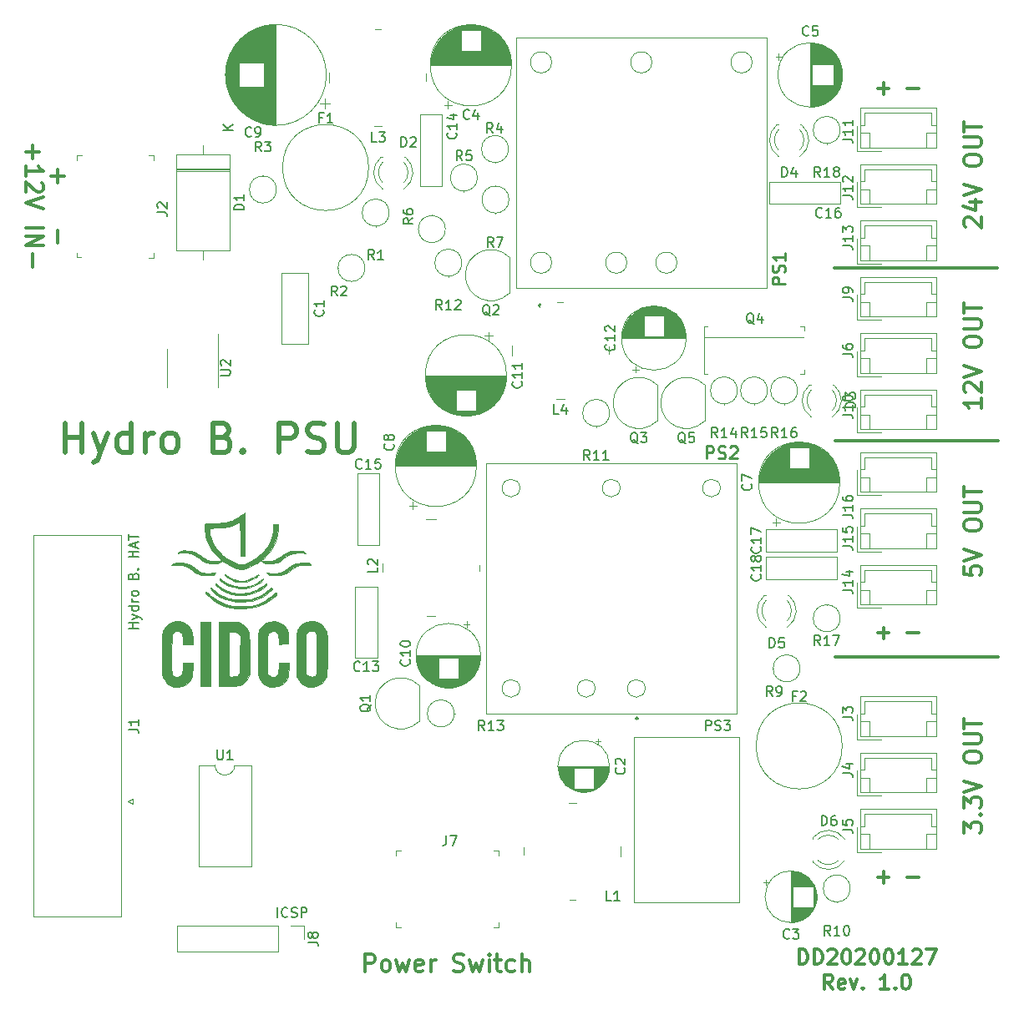
<source format=gto>
G04 #@! TF.GenerationSoftware,KiCad,Pcbnew,(5.1.5)-3*
G04 #@! TF.CreationDate,2020-02-19T08:51:59-05:00*
G04 #@! TF.ProjectId,psu-pcb,7073752d-7063-4622-9e6b-696361645f70,rev?*
G04 #@! TF.SameCoordinates,Original*
G04 #@! TF.FileFunction,Legend,Top*
G04 #@! TF.FilePolarity,Positive*
%FSLAX46Y46*%
G04 Gerber Fmt 4.6, Leading zero omitted, Abs format (unit mm)*
G04 Created by KiCad (PCBNEW (5.1.5)-3) date 2020-02-19 08:51:59*
%MOMM*%
%LPD*%
G04 APERTURE LIST*
%ADD10C,0.300000*%
%ADD11C,0.500000*%
%ADD12C,0.150000*%
%ADD13C,0.120000*%
%ADD14C,0.200000*%
%ADD15C,0.100000*%
%ADD16C,0.010000*%
%ADD17C,0.254000*%
G04 APERTURE END LIST*
D10*
X107783571Y-106787142D02*
X108926428Y-106787142D01*
X108355000Y-107358571D02*
X108355000Y-106215714D01*
X110783571Y-106787142D02*
X111926428Y-106787142D01*
X107783571Y-82022142D02*
X108926428Y-82022142D01*
X108355000Y-82593571D02*
X108355000Y-81450714D01*
X110783571Y-82022142D02*
X111926428Y-82022142D01*
X107783571Y-26777142D02*
X108926428Y-26777142D01*
X108355000Y-27348571D02*
X108355000Y-26205714D01*
X110783571Y-26777142D02*
X111926428Y-26777142D01*
X103428800Y-44958000D02*
X119938800Y-44958000D01*
X103505000Y-62509400D02*
X120015000Y-62509400D01*
X103505000Y-84455000D02*
X120015000Y-84455000D01*
D11*
X25412942Y-63714142D02*
X25412942Y-60714142D01*
X25412942Y-62142714D02*
X27127228Y-62142714D01*
X27127228Y-63714142D02*
X27127228Y-60714142D01*
X28270085Y-61714142D02*
X28984371Y-63714142D01*
X29698657Y-61714142D02*
X28984371Y-63714142D01*
X28698657Y-64428428D01*
X28555800Y-64571285D01*
X28270085Y-64714142D01*
X32127228Y-63714142D02*
X32127228Y-60714142D01*
X32127228Y-63571285D02*
X31841514Y-63714142D01*
X31270085Y-63714142D01*
X30984371Y-63571285D01*
X30841514Y-63428428D01*
X30698657Y-63142714D01*
X30698657Y-62285571D01*
X30841514Y-61999857D01*
X30984371Y-61857000D01*
X31270085Y-61714142D01*
X31841514Y-61714142D01*
X32127228Y-61857000D01*
X33555800Y-63714142D02*
X33555800Y-61714142D01*
X33555800Y-62285571D02*
X33698657Y-61999857D01*
X33841514Y-61857000D01*
X34127228Y-61714142D01*
X34412942Y-61714142D01*
X35841514Y-63714142D02*
X35555800Y-63571285D01*
X35412942Y-63428428D01*
X35270085Y-63142714D01*
X35270085Y-62285571D01*
X35412942Y-61999857D01*
X35555800Y-61857000D01*
X35841514Y-61714142D01*
X36270085Y-61714142D01*
X36555800Y-61857000D01*
X36698657Y-61999857D01*
X36841514Y-62285571D01*
X36841514Y-63142714D01*
X36698657Y-63428428D01*
X36555800Y-63571285D01*
X36270085Y-63714142D01*
X35841514Y-63714142D01*
X41412942Y-62142714D02*
X41841514Y-62285571D01*
X41984371Y-62428428D01*
X42127228Y-62714142D01*
X42127228Y-63142714D01*
X41984371Y-63428428D01*
X41841514Y-63571285D01*
X41555800Y-63714142D01*
X40412942Y-63714142D01*
X40412942Y-60714142D01*
X41412942Y-60714142D01*
X41698657Y-60857000D01*
X41841514Y-60999857D01*
X41984371Y-61285571D01*
X41984371Y-61571285D01*
X41841514Y-61857000D01*
X41698657Y-61999857D01*
X41412942Y-62142714D01*
X40412942Y-62142714D01*
X43412942Y-63428428D02*
X43555800Y-63571285D01*
X43412942Y-63714142D01*
X43270085Y-63571285D01*
X43412942Y-63428428D01*
X43412942Y-63714142D01*
X47127228Y-63714142D02*
X47127228Y-60714142D01*
X48270085Y-60714142D01*
X48555800Y-60857000D01*
X48698657Y-60999857D01*
X48841514Y-61285571D01*
X48841514Y-61714142D01*
X48698657Y-61999857D01*
X48555800Y-62142714D01*
X48270085Y-62285571D01*
X47127228Y-62285571D01*
X49984371Y-63571285D02*
X50412942Y-63714142D01*
X51127228Y-63714142D01*
X51412942Y-63571285D01*
X51555800Y-63428428D01*
X51698657Y-63142714D01*
X51698657Y-62857000D01*
X51555800Y-62571285D01*
X51412942Y-62428428D01*
X51127228Y-62285571D01*
X50555800Y-62142714D01*
X50270085Y-61999857D01*
X50127228Y-61857000D01*
X49984371Y-61571285D01*
X49984371Y-61285571D01*
X50127228Y-60999857D01*
X50270085Y-60857000D01*
X50555800Y-60714142D01*
X51270085Y-60714142D01*
X51698657Y-60857000D01*
X52984371Y-60714142D02*
X52984371Y-63142714D01*
X53127228Y-63428428D01*
X53270085Y-63571285D01*
X53555800Y-63714142D01*
X54127228Y-63714142D01*
X54412942Y-63571285D01*
X54555800Y-63428428D01*
X54698657Y-63142714D01*
X54698657Y-60714142D01*
D10*
X55801666Y-116361666D02*
X55801666Y-114611666D01*
X56468333Y-114611666D01*
X56635000Y-114695000D01*
X56718333Y-114778333D01*
X56801666Y-114945000D01*
X56801666Y-115195000D01*
X56718333Y-115361666D01*
X56635000Y-115445000D01*
X56468333Y-115528333D01*
X55801666Y-115528333D01*
X57801666Y-116361666D02*
X57635000Y-116278333D01*
X57551666Y-116195000D01*
X57468333Y-116028333D01*
X57468333Y-115528333D01*
X57551666Y-115361666D01*
X57635000Y-115278333D01*
X57801666Y-115195000D01*
X58051666Y-115195000D01*
X58218333Y-115278333D01*
X58301666Y-115361666D01*
X58385000Y-115528333D01*
X58385000Y-116028333D01*
X58301666Y-116195000D01*
X58218333Y-116278333D01*
X58051666Y-116361666D01*
X57801666Y-116361666D01*
X58968333Y-115195000D02*
X59301666Y-116361666D01*
X59635000Y-115528333D01*
X59968333Y-116361666D01*
X60301666Y-115195000D01*
X61635000Y-116278333D02*
X61468333Y-116361666D01*
X61135000Y-116361666D01*
X60968333Y-116278333D01*
X60885000Y-116111666D01*
X60885000Y-115445000D01*
X60968333Y-115278333D01*
X61135000Y-115195000D01*
X61468333Y-115195000D01*
X61635000Y-115278333D01*
X61718333Y-115445000D01*
X61718333Y-115611666D01*
X60885000Y-115778333D01*
X62468333Y-116361666D02*
X62468333Y-115195000D01*
X62468333Y-115528333D02*
X62551666Y-115361666D01*
X62635000Y-115278333D01*
X62801666Y-115195000D01*
X62968333Y-115195000D01*
X64801666Y-116278333D02*
X65051666Y-116361666D01*
X65468333Y-116361666D01*
X65635000Y-116278333D01*
X65718333Y-116195000D01*
X65801666Y-116028333D01*
X65801666Y-115861666D01*
X65718333Y-115695000D01*
X65635000Y-115611666D01*
X65468333Y-115528333D01*
X65135000Y-115445000D01*
X64968333Y-115361666D01*
X64885000Y-115278333D01*
X64801666Y-115111666D01*
X64801666Y-114945000D01*
X64885000Y-114778333D01*
X64968333Y-114695000D01*
X65135000Y-114611666D01*
X65551666Y-114611666D01*
X65801666Y-114695000D01*
X66385000Y-115195000D02*
X66718333Y-116361666D01*
X67051666Y-115528333D01*
X67385000Y-116361666D01*
X67718333Y-115195000D01*
X68385000Y-116361666D02*
X68385000Y-115195000D01*
X68385000Y-114611666D02*
X68301666Y-114695000D01*
X68385000Y-114778333D01*
X68468333Y-114695000D01*
X68385000Y-114611666D01*
X68385000Y-114778333D01*
X68968333Y-115195000D02*
X69635000Y-115195000D01*
X69218333Y-114611666D02*
X69218333Y-116111666D01*
X69301666Y-116278333D01*
X69468333Y-116361666D01*
X69635000Y-116361666D01*
X70968333Y-116278333D02*
X70801666Y-116361666D01*
X70468333Y-116361666D01*
X70301666Y-116278333D01*
X70218333Y-116195000D01*
X70135000Y-116028333D01*
X70135000Y-115528333D01*
X70218333Y-115361666D01*
X70301666Y-115278333D01*
X70468333Y-115195000D01*
X70801666Y-115195000D01*
X70968333Y-115278333D01*
X71718333Y-116361666D02*
X71718333Y-114611666D01*
X72468333Y-116361666D02*
X72468333Y-115445000D01*
X72385000Y-115278333D01*
X72218333Y-115195000D01*
X71968333Y-115195000D01*
X71801666Y-115278333D01*
X71718333Y-115361666D01*
D12*
X46910809Y-110840780D02*
X46910809Y-109840780D01*
X47958428Y-110745542D02*
X47910809Y-110793161D01*
X47767952Y-110840780D01*
X47672714Y-110840780D01*
X47529857Y-110793161D01*
X47434619Y-110697923D01*
X47387000Y-110602685D01*
X47339380Y-110412209D01*
X47339380Y-110269352D01*
X47387000Y-110078876D01*
X47434619Y-109983638D01*
X47529857Y-109888400D01*
X47672714Y-109840780D01*
X47767952Y-109840780D01*
X47910809Y-109888400D01*
X47958428Y-109936019D01*
X48339380Y-110793161D02*
X48482238Y-110840780D01*
X48720333Y-110840780D01*
X48815571Y-110793161D01*
X48863190Y-110745542D01*
X48910809Y-110650304D01*
X48910809Y-110555066D01*
X48863190Y-110459828D01*
X48815571Y-110412209D01*
X48720333Y-110364590D01*
X48529857Y-110316971D01*
X48434619Y-110269352D01*
X48387000Y-110221733D01*
X48339380Y-110126495D01*
X48339380Y-110031257D01*
X48387000Y-109936019D01*
X48434619Y-109888400D01*
X48529857Y-109840780D01*
X48767952Y-109840780D01*
X48910809Y-109888400D01*
X49339380Y-110840780D02*
X49339380Y-109840780D01*
X49720333Y-109840780D01*
X49815571Y-109888400D01*
X49863190Y-109936019D01*
X49910809Y-110031257D01*
X49910809Y-110174114D01*
X49863190Y-110269352D01*
X49815571Y-110316971D01*
X49720333Y-110364590D01*
X49339380Y-110364590D01*
X32837380Y-81549285D02*
X31837380Y-81549285D01*
X32313571Y-81549285D02*
X32313571Y-80977857D01*
X32837380Y-80977857D02*
X31837380Y-80977857D01*
X32170714Y-80596904D02*
X32837380Y-80358809D01*
X32170714Y-80120714D02*
X32837380Y-80358809D01*
X33075476Y-80454047D01*
X33123095Y-80501666D01*
X33170714Y-80596904D01*
X32837380Y-79311190D02*
X31837380Y-79311190D01*
X32789761Y-79311190D02*
X32837380Y-79406428D01*
X32837380Y-79596904D01*
X32789761Y-79692142D01*
X32742142Y-79739761D01*
X32646904Y-79787380D01*
X32361190Y-79787380D01*
X32265952Y-79739761D01*
X32218333Y-79692142D01*
X32170714Y-79596904D01*
X32170714Y-79406428D01*
X32218333Y-79311190D01*
X32837380Y-78835000D02*
X32170714Y-78835000D01*
X32361190Y-78835000D02*
X32265952Y-78787380D01*
X32218333Y-78739761D01*
X32170714Y-78644523D01*
X32170714Y-78549285D01*
X32837380Y-78073095D02*
X32789761Y-78168333D01*
X32742142Y-78215952D01*
X32646904Y-78263571D01*
X32361190Y-78263571D01*
X32265952Y-78215952D01*
X32218333Y-78168333D01*
X32170714Y-78073095D01*
X32170714Y-77930238D01*
X32218333Y-77835000D01*
X32265952Y-77787380D01*
X32361190Y-77739761D01*
X32646904Y-77739761D01*
X32742142Y-77787380D01*
X32789761Y-77835000D01*
X32837380Y-77930238D01*
X32837380Y-78073095D01*
X32313571Y-76215952D02*
X32361190Y-76073095D01*
X32408809Y-76025476D01*
X32504047Y-75977857D01*
X32646904Y-75977857D01*
X32742142Y-76025476D01*
X32789761Y-76073095D01*
X32837380Y-76168333D01*
X32837380Y-76549285D01*
X31837380Y-76549285D01*
X31837380Y-76215952D01*
X31885000Y-76120714D01*
X31932619Y-76073095D01*
X32027857Y-76025476D01*
X32123095Y-76025476D01*
X32218333Y-76073095D01*
X32265952Y-76120714D01*
X32313571Y-76215952D01*
X32313571Y-76549285D01*
X32742142Y-75549285D02*
X32789761Y-75501666D01*
X32837380Y-75549285D01*
X32789761Y-75596904D01*
X32742142Y-75549285D01*
X32837380Y-75549285D01*
X32837380Y-74311190D02*
X31837380Y-74311190D01*
X32313571Y-74311190D02*
X32313571Y-73739761D01*
X32837380Y-73739761D02*
X31837380Y-73739761D01*
X32551666Y-73311190D02*
X32551666Y-72835000D01*
X32837380Y-73406428D02*
X31837380Y-73073095D01*
X32837380Y-72739761D01*
X31837380Y-72549285D02*
X31837380Y-71977857D01*
X32837380Y-72263571D02*
X31837380Y-72263571D01*
D10*
X24640000Y-34985000D02*
X24640000Y-36318333D01*
X23973333Y-35651666D02*
X25306666Y-35651666D01*
X24640000Y-41151666D02*
X24640000Y-42485000D01*
X116516666Y-102270000D02*
X116516666Y-101186666D01*
X117183333Y-101770000D01*
X117183333Y-101520000D01*
X117266666Y-101353333D01*
X117350000Y-101270000D01*
X117516666Y-101186666D01*
X117933333Y-101186666D01*
X118100000Y-101270000D01*
X118183333Y-101353333D01*
X118266666Y-101520000D01*
X118266666Y-102020000D01*
X118183333Y-102186666D01*
X118100000Y-102270000D01*
X118100000Y-100436666D02*
X118183333Y-100353333D01*
X118266666Y-100436666D01*
X118183333Y-100520000D01*
X118100000Y-100436666D01*
X118266666Y-100436666D01*
X116516666Y-99770000D02*
X116516666Y-98686666D01*
X117183333Y-99270000D01*
X117183333Y-99020000D01*
X117266666Y-98853333D01*
X117350000Y-98770000D01*
X117516666Y-98686666D01*
X117933333Y-98686666D01*
X118100000Y-98770000D01*
X118183333Y-98853333D01*
X118266666Y-99020000D01*
X118266666Y-99520000D01*
X118183333Y-99686666D01*
X118100000Y-99770000D01*
X116516666Y-98186666D02*
X118266666Y-97603333D01*
X116516666Y-97020000D01*
X116516666Y-94770000D02*
X116516666Y-94436666D01*
X116600000Y-94270000D01*
X116766666Y-94103333D01*
X117100000Y-94020000D01*
X117683333Y-94020000D01*
X118016666Y-94103333D01*
X118183333Y-94270000D01*
X118266666Y-94436666D01*
X118266666Y-94770000D01*
X118183333Y-94936666D01*
X118016666Y-95103333D01*
X117683333Y-95186666D01*
X117100000Y-95186666D01*
X116766666Y-95103333D01*
X116600000Y-94936666D01*
X116516666Y-94770000D01*
X116516666Y-93270000D02*
X117933333Y-93270000D01*
X118100000Y-93186666D01*
X118183333Y-93103333D01*
X118266666Y-92936666D01*
X118266666Y-92603333D01*
X118183333Y-92436666D01*
X118100000Y-92353333D01*
X117933333Y-92270000D01*
X116516666Y-92270000D01*
X116516666Y-91686666D02*
X116516666Y-90686666D01*
X118266666Y-91186666D02*
X116516666Y-91186666D01*
X116516666Y-75255000D02*
X116516666Y-76088333D01*
X117350000Y-76171666D01*
X117266666Y-76088333D01*
X117183333Y-75921666D01*
X117183333Y-75505000D01*
X117266666Y-75338333D01*
X117350000Y-75255000D01*
X117516666Y-75171666D01*
X117933333Y-75171666D01*
X118100000Y-75255000D01*
X118183333Y-75338333D01*
X118266666Y-75505000D01*
X118266666Y-75921666D01*
X118183333Y-76088333D01*
X118100000Y-76171666D01*
X116516666Y-74671666D02*
X118266666Y-74088333D01*
X116516666Y-73505000D01*
X116516666Y-71255000D02*
X116516666Y-70921666D01*
X116600000Y-70755000D01*
X116766666Y-70588333D01*
X117100000Y-70505000D01*
X117683333Y-70505000D01*
X118016666Y-70588333D01*
X118183333Y-70755000D01*
X118266666Y-70921666D01*
X118266666Y-71255000D01*
X118183333Y-71421666D01*
X118016666Y-71588333D01*
X117683333Y-71671666D01*
X117100000Y-71671666D01*
X116766666Y-71588333D01*
X116600000Y-71421666D01*
X116516666Y-71255000D01*
X116516666Y-69755000D02*
X117933333Y-69755000D01*
X118100000Y-69671666D01*
X118183333Y-69588333D01*
X118266666Y-69421666D01*
X118266666Y-69088333D01*
X118183333Y-68921666D01*
X118100000Y-68838333D01*
X117933333Y-68755000D01*
X116516666Y-68755000D01*
X116516666Y-68171666D02*
X116516666Y-67171666D01*
X118266666Y-67671666D02*
X116516666Y-67671666D01*
X118266666Y-58225000D02*
X118266666Y-59225000D01*
X118266666Y-58725000D02*
X116516666Y-58725000D01*
X116766666Y-58891666D01*
X116933333Y-59058333D01*
X117016666Y-59225000D01*
X116683333Y-57558333D02*
X116600000Y-57475000D01*
X116516666Y-57308333D01*
X116516666Y-56891666D01*
X116600000Y-56725000D01*
X116683333Y-56641666D01*
X116850000Y-56558333D01*
X117016666Y-56558333D01*
X117266666Y-56641666D01*
X118266666Y-57641666D01*
X118266666Y-56558333D01*
X116516666Y-56058333D02*
X118266666Y-55475000D01*
X116516666Y-54891666D01*
X116516666Y-52641666D02*
X116516666Y-52308333D01*
X116600000Y-52141666D01*
X116766666Y-51975000D01*
X117100000Y-51891666D01*
X117683333Y-51891666D01*
X118016666Y-51975000D01*
X118183333Y-52141666D01*
X118266666Y-52308333D01*
X118266666Y-52641666D01*
X118183333Y-52808333D01*
X118016666Y-52975000D01*
X117683333Y-53058333D01*
X117100000Y-53058333D01*
X116766666Y-52975000D01*
X116600000Y-52808333D01*
X116516666Y-52641666D01*
X116516666Y-51141666D02*
X117933333Y-51141666D01*
X118100000Y-51058333D01*
X118183333Y-50975000D01*
X118266666Y-50808333D01*
X118266666Y-50475000D01*
X118183333Y-50308333D01*
X118100000Y-50225000D01*
X117933333Y-50141666D01*
X116516666Y-50141666D01*
X116516666Y-49558333D02*
X116516666Y-48558333D01*
X118266666Y-49058333D02*
X116516666Y-49058333D01*
X116683333Y-40810000D02*
X116600000Y-40726666D01*
X116516666Y-40560000D01*
X116516666Y-40143333D01*
X116600000Y-39976666D01*
X116683333Y-39893333D01*
X116850000Y-39810000D01*
X117016666Y-39810000D01*
X117266666Y-39893333D01*
X118266666Y-40893333D01*
X118266666Y-39810000D01*
X117100000Y-38310000D02*
X118266666Y-38310000D01*
X116433333Y-38726666D02*
X117683333Y-39143333D01*
X117683333Y-38060000D01*
X116516666Y-37643333D02*
X118266666Y-37060000D01*
X116516666Y-36476666D01*
X116516666Y-34226666D02*
X116516666Y-33893333D01*
X116600000Y-33726666D01*
X116766666Y-33560000D01*
X117100000Y-33476666D01*
X117683333Y-33476666D01*
X118016666Y-33560000D01*
X118183333Y-33726666D01*
X118266666Y-33893333D01*
X118266666Y-34226666D01*
X118183333Y-34393333D01*
X118016666Y-34560000D01*
X117683333Y-34643333D01*
X117100000Y-34643333D01*
X116766666Y-34560000D01*
X116600000Y-34393333D01*
X116516666Y-34226666D01*
X116516666Y-32726666D02*
X117933333Y-32726666D01*
X118100000Y-32643333D01*
X118183333Y-32560000D01*
X118266666Y-32393333D01*
X118266666Y-32060000D01*
X118183333Y-31893333D01*
X118100000Y-31810000D01*
X117933333Y-31726666D01*
X116516666Y-31726666D01*
X116516666Y-31143333D02*
X116516666Y-30143333D01*
X118266666Y-30643333D02*
X116516666Y-30643333D01*
X22100000Y-32568333D02*
X22100000Y-33901666D01*
X21433333Y-33235000D02*
X22766666Y-33235000D01*
X21433333Y-35651666D02*
X21433333Y-34651666D01*
X21433333Y-35151666D02*
X23183333Y-35151666D01*
X22933333Y-34985000D01*
X22766666Y-34818333D01*
X22683333Y-34651666D01*
X23016666Y-36318333D02*
X23100000Y-36401666D01*
X23183333Y-36568333D01*
X23183333Y-36985000D01*
X23100000Y-37151666D01*
X23016666Y-37235000D01*
X22850000Y-37318333D01*
X22683333Y-37318333D01*
X22433333Y-37235000D01*
X21433333Y-36235000D01*
X21433333Y-37318333D01*
X23183333Y-37818333D02*
X21433333Y-38401666D01*
X23183333Y-38985000D01*
X21433333Y-40901666D02*
X23183333Y-40901666D01*
X21433333Y-41735000D02*
X23183333Y-41735000D01*
X21433333Y-42735000D01*
X23183333Y-42735000D01*
X22100000Y-43568333D02*
X22100000Y-44901666D01*
X99822857Y-115608571D02*
X99822857Y-114108571D01*
X100180000Y-114108571D01*
X100394285Y-114180000D01*
X100537142Y-114322857D01*
X100608571Y-114465714D01*
X100680000Y-114751428D01*
X100680000Y-114965714D01*
X100608571Y-115251428D01*
X100537142Y-115394285D01*
X100394285Y-115537142D01*
X100180000Y-115608571D01*
X99822857Y-115608571D01*
X101322857Y-115608571D02*
X101322857Y-114108571D01*
X101680000Y-114108571D01*
X101894285Y-114180000D01*
X102037142Y-114322857D01*
X102108571Y-114465714D01*
X102180000Y-114751428D01*
X102180000Y-114965714D01*
X102108571Y-115251428D01*
X102037142Y-115394285D01*
X101894285Y-115537142D01*
X101680000Y-115608571D01*
X101322857Y-115608571D01*
X102751428Y-114251428D02*
X102822857Y-114180000D01*
X102965714Y-114108571D01*
X103322857Y-114108571D01*
X103465714Y-114180000D01*
X103537142Y-114251428D01*
X103608571Y-114394285D01*
X103608571Y-114537142D01*
X103537142Y-114751428D01*
X102680000Y-115608571D01*
X103608571Y-115608571D01*
X104537142Y-114108571D02*
X104680000Y-114108571D01*
X104822857Y-114180000D01*
X104894285Y-114251428D01*
X104965714Y-114394285D01*
X105037142Y-114680000D01*
X105037142Y-115037142D01*
X104965714Y-115322857D01*
X104894285Y-115465714D01*
X104822857Y-115537142D01*
X104680000Y-115608571D01*
X104537142Y-115608571D01*
X104394285Y-115537142D01*
X104322857Y-115465714D01*
X104251428Y-115322857D01*
X104180000Y-115037142D01*
X104180000Y-114680000D01*
X104251428Y-114394285D01*
X104322857Y-114251428D01*
X104394285Y-114180000D01*
X104537142Y-114108571D01*
X105608571Y-114251428D02*
X105680000Y-114180000D01*
X105822857Y-114108571D01*
X106180000Y-114108571D01*
X106322857Y-114180000D01*
X106394285Y-114251428D01*
X106465714Y-114394285D01*
X106465714Y-114537142D01*
X106394285Y-114751428D01*
X105537142Y-115608571D01*
X106465714Y-115608571D01*
X107394285Y-114108571D02*
X107537142Y-114108571D01*
X107680000Y-114180000D01*
X107751428Y-114251428D01*
X107822857Y-114394285D01*
X107894285Y-114680000D01*
X107894285Y-115037142D01*
X107822857Y-115322857D01*
X107751428Y-115465714D01*
X107680000Y-115537142D01*
X107537142Y-115608571D01*
X107394285Y-115608571D01*
X107251428Y-115537142D01*
X107180000Y-115465714D01*
X107108571Y-115322857D01*
X107037142Y-115037142D01*
X107037142Y-114680000D01*
X107108571Y-114394285D01*
X107180000Y-114251428D01*
X107251428Y-114180000D01*
X107394285Y-114108571D01*
X108822857Y-114108571D02*
X108965714Y-114108571D01*
X109108571Y-114180000D01*
X109180000Y-114251428D01*
X109251428Y-114394285D01*
X109322857Y-114680000D01*
X109322857Y-115037142D01*
X109251428Y-115322857D01*
X109180000Y-115465714D01*
X109108571Y-115537142D01*
X108965714Y-115608571D01*
X108822857Y-115608571D01*
X108680000Y-115537142D01*
X108608571Y-115465714D01*
X108537142Y-115322857D01*
X108465714Y-115037142D01*
X108465714Y-114680000D01*
X108537142Y-114394285D01*
X108608571Y-114251428D01*
X108680000Y-114180000D01*
X108822857Y-114108571D01*
X110751428Y-115608571D02*
X109894285Y-115608571D01*
X110322857Y-115608571D02*
X110322857Y-114108571D01*
X110180000Y-114322857D01*
X110037142Y-114465714D01*
X109894285Y-114537142D01*
X111322857Y-114251428D02*
X111394285Y-114180000D01*
X111537142Y-114108571D01*
X111894285Y-114108571D01*
X112037142Y-114180000D01*
X112108571Y-114251428D01*
X112180000Y-114394285D01*
X112180000Y-114537142D01*
X112108571Y-114751428D01*
X111251428Y-115608571D01*
X112180000Y-115608571D01*
X112680000Y-114108571D02*
X113680000Y-114108571D01*
X113037142Y-115608571D01*
X103215714Y-118158571D02*
X102715714Y-117444285D01*
X102358571Y-118158571D02*
X102358571Y-116658571D01*
X102930000Y-116658571D01*
X103072857Y-116730000D01*
X103144285Y-116801428D01*
X103215714Y-116944285D01*
X103215714Y-117158571D01*
X103144285Y-117301428D01*
X103072857Y-117372857D01*
X102930000Y-117444285D01*
X102358571Y-117444285D01*
X104430000Y-118087142D02*
X104287142Y-118158571D01*
X104001428Y-118158571D01*
X103858571Y-118087142D01*
X103787142Y-117944285D01*
X103787142Y-117372857D01*
X103858571Y-117230000D01*
X104001428Y-117158571D01*
X104287142Y-117158571D01*
X104430000Y-117230000D01*
X104501428Y-117372857D01*
X104501428Y-117515714D01*
X103787142Y-117658571D01*
X105001428Y-117158571D02*
X105358571Y-118158571D01*
X105715714Y-117158571D01*
X106287142Y-118015714D02*
X106358571Y-118087142D01*
X106287142Y-118158571D01*
X106215714Y-118087142D01*
X106287142Y-118015714D01*
X106287142Y-118158571D01*
X108930000Y-118158571D02*
X108072857Y-118158571D01*
X108501428Y-118158571D02*
X108501428Y-116658571D01*
X108358571Y-116872857D01*
X108215714Y-117015714D01*
X108072857Y-117087142D01*
X109572857Y-118015714D02*
X109644285Y-118087142D01*
X109572857Y-118158571D01*
X109501428Y-118087142D01*
X109572857Y-118015714D01*
X109572857Y-118158571D01*
X110572857Y-116658571D02*
X110715714Y-116658571D01*
X110858571Y-116730000D01*
X110930000Y-116801428D01*
X111001428Y-116944285D01*
X111072857Y-117230000D01*
X111072857Y-117587142D01*
X111001428Y-117872857D01*
X110930000Y-118015714D01*
X110858571Y-118087142D01*
X110715714Y-118158571D01*
X110572857Y-118158571D01*
X110430000Y-118087142D01*
X110358571Y-118015714D01*
X110287142Y-117872857D01*
X110215714Y-117587142D01*
X110215714Y-117230000D01*
X110287142Y-116944285D01*
X110358571Y-116801428D01*
X110430000Y-116730000D01*
X110572857Y-116658571D01*
D13*
X40876600Y-55106800D02*
X40876600Y-51656800D01*
X40876600Y-55106800D02*
X40876600Y-57056800D01*
X35756600Y-55106800D02*
X35756600Y-53156800D01*
X35756600Y-55106800D02*
X35756600Y-57056800D01*
X49590000Y-111700000D02*
X49590000Y-113030000D01*
X48260000Y-111700000D02*
X49590000Y-111700000D01*
X46990000Y-111700000D02*
X46990000Y-114360000D01*
X46990000Y-114360000D02*
X36770000Y-114360000D01*
X46990000Y-111700000D02*
X36770000Y-111700000D01*
X36770000Y-111700000D02*
X36770000Y-114360000D01*
X68986400Y-34288400D02*
X68986400Y-34358400D01*
X70356400Y-32918400D02*
G75*
G03X70356400Y-32918400I-1370000J0D01*
G01*
D14*
X83272000Y-90670000D02*
G75*
G02X83472000Y-90670000I100000J0D01*
G01*
X83472000Y-90670000D02*
G75*
G02X83272000Y-90670000I-100000J0D01*
G01*
X83472000Y-90670000D02*
X83472000Y-90670000D01*
X83272000Y-90670000D02*
X83272000Y-90670000D01*
D15*
X68072000Y-90170000D02*
X68072000Y-64770000D01*
X93472000Y-90170000D02*
X68072000Y-90170000D01*
X93472000Y-64770000D02*
X93472000Y-90170000D01*
X68072000Y-64770000D02*
X93472000Y-64770000D01*
D13*
X102616000Y-32358000D02*
X102616000Y-32428000D01*
X103986000Y-30988000D02*
G75*
G03X103986000Y-30988000I-1370000J0D01*
G01*
X102616000Y-79148000D02*
X102616000Y-79078000D01*
X103986000Y-80518000D02*
G75*
G03X103986000Y-80518000I-1370000J0D01*
G01*
X98298000Y-58774000D02*
X98298000Y-58844000D01*
X99668000Y-57404000D02*
G75*
G03X99668000Y-57404000I-1370000J0D01*
G01*
X95250000Y-58774000D02*
X95250000Y-58844000D01*
X96620000Y-57404000D02*
G75*
G03X96620000Y-57404000I-1370000J0D01*
G01*
X92202000Y-58774000D02*
X92202000Y-58844000D01*
X93572000Y-57404000D02*
G75*
G03X93572000Y-57404000I-1370000J0D01*
G01*
X64870000Y-90170000D02*
X64940000Y-90170000D01*
X64870000Y-90170000D02*
G75*
G03X64870000Y-90170000I-1370000J0D01*
G01*
X64262000Y-45820000D02*
X64262000Y-45890000D01*
X65632000Y-44450000D02*
G75*
G03X65632000Y-44450000I-1370000J0D01*
G01*
X79248000Y-61060000D02*
X79248000Y-61130000D01*
X80618000Y-59690000D02*
G75*
G03X80618000Y-59690000I-1370000J0D01*
G01*
X103632000Y-109294600D02*
X103632000Y-109364600D01*
X105002000Y-107924600D02*
G75*
G03X105002000Y-107924600I-1370000J0D01*
G01*
X97182000Y-85598000D02*
X97112000Y-85598000D01*
X99922000Y-85598000D02*
G75*
G03X99922000Y-85598000I-1370000J0D01*
G01*
X69037200Y-39419200D02*
X69037200Y-39489200D01*
X70407200Y-38049200D02*
G75*
G03X70407200Y-38049200I-1370000J0D01*
G01*
X62585600Y-39676400D02*
X62585600Y-39606400D01*
X63955600Y-41046400D02*
G75*
G03X63955600Y-41046400I-1370000J0D01*
G01*
X65836800Y-37184000D02*
X65836800Y-37254000D01*
X67206800Y-35814000D02*
G75*
G03X67206800Y-35814000I-1370000J0D01*
G01*
X45466000Y-35663200D02*
X45466000Y-35593200D01*
X46836000Y-37033200D02*
G75*
G03X46836000Y-37033200I-1370000J0D01*
G01*
X53062200Y-44983400D02*
X52992200Y-44983400D01*
X55802200Y-44983400D02*
G75*
G03X55802200Y-44983400I-1370000J0D01*
G01*
X56896000Y-40740000D02*
X56896000Y-40810000D01*
X58266000Y-39370000D02*
G75*
G03X58266000Y-39370000I-1370000J0D01*
G01*
X90230478Y-56835522D02*
G75*
G03X85792000Y-58674000I-1838478J-1838478D01*
G01*
X90230478Y-60512478D02*
G75*
G02X85792000Y-58674000I-1838478J1838478D01*
G01*
X90242000Y-60474000D02*
X90242000Y-56874000D01*
X85404478Y-56835522D02*
G75*
G03X80966000Y-58674000I-1838478J-1838478D01*
G01*
X85404478Y-60512478D02*
G75*
G02X80966000Y-58674000I-1838478J1838478D01*
G01*
X85416000Y-60474000D02*
X85416000Y-56874000D01*
X70418478Y-43881522D02*
G75*
G03X65980000Y-45720000I-1838478J-1838478D01*
G01*
X70418478Y-47558478D02*
G75*
G02X65980000Y-45720000I-1838478J1838478D01*
G01*
X70430000Y-47520000D02*
X70430000Y-43920000D01*
X61274478Y-87315522D02*
G75*
G03X56836000Y-89154000I-1838478J-1838478D01*
G01*
X61274478Y-90992478D02*
G75*
G02X56836000Y-89154000I-1838478J1838478D01*
G01*
X61286000Y-90954000D02*
X61286000Y-87354000D01*
X104182000Y-93472000D02*
G75*
G03X104182000Y-93472000I-4360000J0D01*
G01*
X56176000Y-34798000D02*
G75*
G03X56176000Y-34798000I-4360000J0D01*
G01*
X103809530Y-105092837D02*
G75*
G02X101727439Y-105093000I-1041130J1079837D01*
G01*
X103809530Y-102933163D02*
G75*
G03X101727439Y-102933000I-1041130J-1079837D01*
G01*
X104440735Y-105091608D02*
G75*
G02X101208400Y-105248516I-1672335J1078608D01*
G01*
X104440735Y-102934392D02*
G75*
G03X101208400Y-102777484I-1672335J-1078608D01*
G01*
X101208400Y-105093000D02*
X101208400Y-105249000D01*
X101208400Y-102777000D02*
X101208400Y-102933000D01*
X96456163Y-80797130D02*
G75*
G02X96456000Y-78715039I1079837J1041130D01*
G01*
X98615837Y-80797130D02*
G75*
G03X98616000Y-78715039I-1079837J1041130D01*
G01*
X96457392Y-81428335D02*
G75*
G02X96300484Y-78196000I1078608J1672335D01*
G01*
X98614608Y-81428335D02*
G75*
G03X98771516Y-78196000I-1078608J1672335D01*
G01*
X96456000Y-78196000D02*
X96300000Y-78196000D01*
X98772000Y-78196000D02*
X98616000Y-78196000D01*
X97726163Y-33045130D02*
G75*
G02X97726000Y-30963039I1079837J1041130D01*
G01*
X99885837Y-33045130D02*
G75*
G03X99886000Y-30963039I-1079837J1041130D01*
G01*
X97727392Y-33676335D02*
G75*
G02X97570484Y-30444000I1078608J1672335D01*
G01*
X99884608Y-33676335D02*
G75*
G03X100041516Y-30444000I-1078608J1672335D01*
G01*
X97726000Y-30444000D02*
X97570000Y-30444000D01*
X100042000Y-30444000D02*
X99886000Y-30444000D01*
X101028163Y-59461130D02*
G75*
G02X101028000Y-57379039I1079837J1041130D01*
G01*
X103187837Y-59461130D02*
G75*
G03X103188000Y-57379039I-1079837J1041130D01*
G01*
X101029392Y-60092335D02*
G75*
G02X100872484Y-56860000I1078608J1672335D01*
G01*
X103186608Y-60092335D02*
G75*
G03X103343516Y-56860000I-1078608J1672335D01*
G01*
X101028000Y-56860000D02*
X100872000Y-56860000D01*
X103344000Y-56860000D02*
X103188000Y-56860000D01*
X57594163Y-36347130D02*
G75*
G02X57594000Y-34265039I1079837J1041130D01*
G01*
X59753837Y-36347130D02*
G75*
G03X59754000Y-34265039I-1079837J1041130D01*
G01*
X57595392Y-36978335D02*
G75*
G02X57438484Y-33746000I1078608J1672335D01*
G01*
X59752608Y-36978335D02*
G75*
G03X59909516Y-33746000I-1078608J1672335D01*
G01*
X57594000Y-33746000D02*
X57438000Y-33746000D01*
X59910000Y-33746000D02*
X59754000Y-33746000D01*
X103656000Y-74318000D02*
X103656000Y-76558000D01*
X96416000Y-74318000D02*
X96416000Y-76558000D01*
X96416000Y-76558000D02*
X103656000Y-76558000D01*
X96416000Y-74318000D02*
X103656000Y-74318000D01*
X103656000Y-71524000D02*
X103656000Y-73764000D01*
X96416000Y-71524000D02*
X96416000Y-73764000D01*
X96416000Y-73764000D02*
X103656000Y-73764000D01*
X96416000Y-71524000D02*
X103656000Y-71524000D01*
X104011600Y-36243400D02*
X104011600Y-38483400D01*
X96771600Y-36243400D02*
X96771600Y-38483400D01*
X96771600Y-38483400D02*
X104011600Y-38483400D01*
X96771600Y-36243400D02*
X104011600Y-36243400D01*
X55014000Y-65812800D02*
X57254000Y-65812800D01*
X55014000Y-73052800D02*
X57254000Y-73052800D01*
X57254000Y-73052800D02*
X57254000Y-65812800D01*
X55014000Y-73052800D02*
X55014000Y-65812800D01*
X63604000Y-36680000D02*
X61364000Y-36680000D01*
X63604000Y-29440000D02*
X61364000Y-29440000D01*
X61364000Y-29440000D02*
X61364000Y-36680000D01*
X63604000Y-29440000D02*
X63604000Y-36680000D01*
X57050800Y-84533600D02*
X54810800Y-84533600D01*
X57050800Y-77293600D02*
X54810800Y-77293600D01*
X54810800Y-77293600D02*
X54810800Y-84533600D01*
X57050800Y-77293600D02*
X57050800Y-84533600D01*
X50061800Y-52707400D02*
X47321800Y-52707400D01*
X50061800Y-45467400D02*
X47321800Y-45467400D01*
X47321800Y-45467400D02*
X47321800Y-52707400D01*
X50061800Y-45467400D02*
X50061800Y-52707400D01*
D16*
G36*
X43616086Y-69873252D02*
G01*
X43620221Y-70010860D01*
X43623151Y-70224735D01*
X43624951Y-70502216D01*
X43625691Y-70830639D01*
X43625446Y-71197344D01*
X43624289Y-71589669D01*
X43622291Y-71994951D01*
X43619526Y-72400528D01*
X43616067Y-72793739D01*
X43611986Y-73161921D01*
X43607357Y-73492413D01*
X43602251Y-73772553D01*
X43596743Y-73989679D01*
X43590905Y-74131128D01*
X43585604Y-74182804D01*
X43518194Y-74227469D01*
X43368100Y-74236889D01*
X43358586Y-74236372D01*
X43154600Y-74224336D01*
X43154600Y-72481668D01*
X43154067Y-72072364D01*
X43152553Y-71697249D01*
X43150184Y-71367937D01*
X43147088Y-71096038D01*
X43143390Y-70893164D01*
X43139217Y-70770928D01*
X43135598Y-70739000D01*
X43084256Y-70761633D01*
X42973847Y-70819497D01*
X42891738Y-70864675D01*
X42586415Y-71016579D01*
X42268547Y-71133561D01*
X41918096Y-71220154D01*
X41515025Y-71280887D01*
X41039296Y-71320294D01*
X40830500Y-71330828D01*
X40055800Y-71364347D01*
X40055800Y-71625200D01*
X40091667Y-71980925D01*
X40192535Y-72376441D01*
X40348303Y-72783114D01*
X40548869Y-73172308D01*
X40666699Y-73357088D01*
X40964137Y-73720748D01*
X41343567Y-74075403D01*
X41785536Y-74406466D01*
X42270590Y-74699347D01*
X42774095Y-74937353D01*
X42969582Y-75014363D01*
X43126580Y-75062743D01*
X43266620Y-75079931D01*
X43411232Y-75063364D01*
X43581946Y-75010480D01*
X43800294Y-74918717D01*
X44087806Y-74785512D01*
X44100628Y-74779484D01*
X44714269Y-74446555D01*
X45240282Y-74066614D01*
X45677597Y-73641007D01*
X46025140Y-73171077D01*
X46281838Y-72658172D01*
X46446619Y-72103636D01*
X46498783Y-71771462D01*
X46517191Y-71550904D01*
X46524745Y-71342801D01*
X46520000Y-71189480D01*
X46519000Y-71180475D01*
X46495578Y-70986950D01*
X46990000Y-71018400D01*
X46982267Y-71463491D01*
X46922299Y-72086715D01*
X46766202Y-72680536D01*
X46516534Y-73239709D01*
X46175853Y-73758991D01*
X45746717Y-74233138D01*
X45542110Y-74416386D01*
X45417657Y-74525612D01*
X45334809Y-74606716D01*
X45311949Y-74640482D01*
X45388264Y-74668663D01*
X45537686Y-74691483D01*
X45731785Y-74707217D01*
X45942133Y-74714139D01*
X46140303Y-74710523D01*
X46271886Y-74698754D01*
X46643101Y-74617814D01*
X46961546Y-74479382D01*
X47266376Y-74265575D01*
X47320319Y-74219875D01*
X47522649Y-74064678D01*
X47759071Y-73911843D01*
X47929800Y-73818977D01*
X48075306Y-73751640D01*
X48197433Y-73706592D01*
X48322877Y-73679370D01*
X48478339Y-73665513D01*
X48690515Y-73660559D01*
X48881077Y-73660000D01*
X49141835Y-73660791D01*
X49321659Y-73665747D01*
X49441214Y-73678740D01*
X49521165Y-73703644D01*
X49582177Y-73744333D01*
X49643077Y-73802813D01*
X49784000Y-73945627D01*
X49631600Y-73904413D01*
X49509483Y-73885892D01*
X49321480Y-73873533D01*
X49103222Y-73869440D01*
X49047400Y-73869965D01*
X48597655Y-73911286D01*
X48204573Y-74025964D01*
X47846293Y-74222881D01*
X47523400Y-74489292D01*
X47412285Y-74573541D01*
X47245153Y-74675944D01*
X47066200Y-74770292D01*
X46917028Y-74839453D01*
X46792065Y-74885127D01*
X46663311Y-74912162D01*
X46502766Y-74925403D01*
X46282429Y-74929695D01*
X46143356Y-74930000D01*
X45883296Y-74928209D01*
X45702558Y-74920568D01*
X45578895Y-74903675D01*
X45490060Y-74874125D01*
X45413802Y-74828516D01*
X45396113Y-74815700D01*
X45281487Y-74736334D01*
X45198587Y-74710788D01*
X45109349Y-74740325D01*
X44975710Y-74826210D01*
X44970373Y-74829836D01*
X44778767Y-74946852D01*
X44525342Y-75083652D01*
X44243248Y-75223921D01*
X43965639Y-75351347D01*
X43725666Y-75449615D01*
X43670904Y-75469281D01*
X43381575Y-75544048D01*
X43122176Y-75548284D01*
X42849859Y-75480712D01*
X42748200Y-75441760D01*
X42199861Y-75190543D01*
X41646849Y-74887142D01*
X41619501Y-74870761D01*
X41329003Y-74695989D01*
X41178603Y-74807185D01*
X41083091Y-74863742D01*
X40962673Y-74901650D01*
X40791705Y-74926449D01*
X40547545Y-74943522D01*
X40130308Y-74942032D01*
X39774748Y-74883957D01*
X39452970Y-74760655D01*
X39137076Y-74563489D01*
X39014400Y-74468713D01*
X38586487Y-74169876D01*
X38161887Y-73969700D01*
X37733184Y-73865815D01*
X37292965Y-73855850D01*
X37148303Y-73872132D01*
X36972525Y-73895750D01*
X36878862Y-73900490D01*
X36849080Y-73883337D01*
X36864940Y-73841279D01*
X36873749Y-73826762D01*
X36989476Y-73732413D01*
X37195527Y-73670710D01*
X37485605Y-73642880D01*
X37795200Y-73646862D01*
X38164643Y-73684792D01*
X38480504Y-73765853D01*
X38775253Y-73902781D01*
X39081364Y-74108313D01*
X39192152Y-74194763D01*
X39396188Y-74345377D01*
X39610267Y-74482282D01*
X39797952Y-74582793D01*
X39852552Y-74605893D01*
X40107570Y-74673171D01*
X40417952Y-74712294D01*
X40740684Y-74720496D01*
X41032753Y-74695013D01*
X41085877Y-74685183D01*
X41277755Y-74645479D01*
X40977169Y-74394315D01*
X40630857Y-74057376D01*
X40309178Y-73654547D01*
X40031618Y-73215101D01*
X39817663Y-72768309D01*
X39732516Y-72524536D01*
X39665536Y-72250407D01*
X39611932Y-71938253D01*
X39575708Y-71622447D01*
X39560866Y-71337362D01*
X39569939Y-71128501D01*
X39602737Y-70866000D01*
X40476968Y-70862324D01*
X40936051Y-70854529D01*
X41314286Y-70833524D01*
X41631891Y-70796496D01*
X41909084Y-70740631D01*
X42166084Y-70663115D01*
X42315457Y-70606480D01*
X42622301Y-70463724D01*
X42949504Y-70281064D01*
X43252110Y-70084787D01*
X43407474Y-69967935D01*
X43519401Y-69881504D01*
X43595938Y-69830451D01*
X43610674Y-69824573D01*
X43616086Y-69873252D01*
G37*
X43616086Y-69873252D02*
X43620221Y-70010860D01*
X43623151Y-70224735D01*
X43624951Y-70502216D01*
X43625691Y-70830639D01*
X43625446Y-71197344D01*
X43624289Y-71589669D01*
X43622291Y-71994951D01*
X43619526Y-72400528D01*
X43616067Y-72793739D01*
X43611986Y-73161921D01*
X43607357Y-73492413D01*
X43602251Y-73772553D01*
X43596743Y-73989679D01*
X43590905Y-74131128D01*
X43585604Y-74182804D01*
X43518194Y-74227469D01*
X43368100Y-74236889D01*
X43358586Y-74236372D01*
X43154600Y-74224336D01*
X43154600Y-72481668D01*
X43154067Y-72072364D01*
X43152553Y-71697249D01*
X43150184Y-71367937D01*
X43147088Y-71096038D01*
X43143390Y-70893164D01*
X43139217Y-70770928D01*
X43135598Y-70739000D01*
X43084256Y-70761633D01*
X42973847Y-70819497D01*
X42891738Y-70864675D01*
X42586415Y-71016579D01*
X42268547Y-71133561D01*
X41918096Y-71220154D01*
X41515025Y-71280887D01*
X41039296Y-71320294D01*
X40830500Y-71330828D01*
X40055800Y-71364347D01*
X40055800Y-71625200D01*
X40091667Y-71980925D01*
X40192535Y-72376441D01*
X40348303Y-72783114D01*
X40548869Y-73172308D01*
X40666699Y-73357088D01*
X40964137Y-73720748D01*
X41343567Y-74075403D01*
X41785536Y-74406466D01*
X42270590Y-74699347D01*
X42774095Y-74937353D01*
X42969582Y-75014363D01*
X43126580Y-75062743D01*
X43266620Y-75079931D01*
X43411232Y-75063364D01*
X43581946Y-75010480D01*
X43800294Y-74918717D01*
X44087806Y-74785512D01*
X44100628Y-74779484D01*
X44714269Y-74446555D01*
X45240282Y-74066614D01*
X45677597Y-73641007D01*
X46025140Y-73171077D01*
X46281838Y-72658172D01*
X46446619Y-72103636D01*
X46498783Y-71771462D01*
X46517191Y-71550904D01*
X46524745Y-71342801D01*
X46520000Y-71189480D01*
X46519000Y-71180475D01*
X46495578Y-70986950D01*
X46990000Y-71018400D01*
X46982267Y-71463491D01*
X46922299Y-72086715D01*
X46766202Y-72680536D01*
X46516534Y-73239709D01*
X46175853Y-73758991D01*
X45746717Y-74233138D01*
X45542110Y-74416386D01*
X45417657Y-74525612D01*
X45334809Y-74606716D01*
X45311949Y-74640482D01*
X45388264Y-74668663D01*
X45537686Y-74691483D01*
X45731785Y-74707217D01*
X45942133Y-74714139D01*
X46140303Y-74710523D01*
X46271886Y-74698754D01*
X46643101Y-74617814D01*
X46961546Y-74479382D01*
X47266376Y-74265575D01*
X47320319Y-74219875D01*
X47522649Y-74064678D01*
X47759071Y-73911843D01*
X47929800Y-73818977D01*
X48075306Y-73751640D01*
X48197433Y-73706592D01*
X48322877Y-73679370D01*
X48478339Y-73665513D01*
X48690515Y-73660559D01*
X48881077Y-73660000D01*
X49141835Y-73660791D01*
X49321659Y-73665747D01*
X49441214Y-73678740D01*
X49521165Y-73703644D01*
X49582177Y-73744333D01*
X49643077Y-73802813D01*
X49784000Y-73945627D01*
X49631600Y-73904413D01*
X49509483Y-73885892D01*
X49321480Y-73873533D01*
X49103222Y-73869440D01*
X49047400Y-73869965D01*
X48597655Y-73911286D01*
X48204573Y-74025964D01*
X47846293Y-74222881D01*
X47523400Y-74489292D01*
X47412285Y-74573541D01*
X47245153Y-74675944D01*
X47066200Y-74770292D01*
X46917028Y-74839453D01*
X46792065Y-74885127D01*
X46663311Y-74912162D01*
X46502766Y-74925403D01*
X46282429Y-74929695D01*
X46143356Y-74930000D01*
X45883296Y-74928209D01*
X45702558Y-74920568D01*
X45578895Y-74903675D01*
X45490060Y-74874125D01*
X45413802Y-74828516D01*
X45396113Y-74815700D01*
X45281487Y-74736334D01*
X45198587Y-74710788D01*
X45109349Y-74740325D01*
X44975710Y-74826210D01*
X44970373Y-74829836D01*
X44778767Y-74946852D01*
X44525342Y-75083652D01*
X44243248Y-75223921D01*
X43965639Y-75351347D01*
X43725666Y-75449615D01*
X43670904Y-75469281D01*
X43381575Y-75544048D01*
X43122176Y-75548284D01*
X42849859Y-75480712D01*
X42748200Y-75441760D01*
X42199861Y-75190543D01*
X41646849Y-74887142D01*
X41619501Y-74870761D01*
X41329003Y-74695989D01*
X41178603Y-74807185D01*
X41083091Y-74863742D01*
X40962673Y-74901650D01*
X40791705Y-74926449D01*
X40547545Y-74943522D01*
X40130308Y-74942032D01*
X39774748Y-74883957D01*
X39452970Y-74760655D01*
X39137076Y-74563489D01*
X39014400Y-74468713D01*
X38586487Y-74169876D01*
X38161887Y-73969700D01*
X37733184Y-73865815D01*
X37292965Y-73855850D01*
X37148303Y-73872132D01*
X36972525Y-73895750D01*
X36878862Y-73900490D01*
X36849080Y-73883337D01*
X36864940Y-73841279D01*
X36873749Y-73826762D01*
X36989476Y-73732413D01*
X37195527Y-73670710D01*
X37485605Y-73642880D01*
X37795200Y-73646862D01*
X38164643Y-73684792D01*
X38480504Y-73765853D01*
X38775253Y-73902781D01*
X39081364Y-74108313D01*
X39192152Y-74194763D01*
X39396188Y-74345377D01*
X39610267Y-74482282D01*
X39797952Y-74582793D01*
X39852552Y-74605893D01*
X40107570Y-74673171D01*
X40417952Y-74712294D01*
X40740684Y-74720496D01*
X41032753Y-74695013D01*
X41085877Y-74685183D01*
X41277755Y-74645479D01*
X40977169Y-74394315D01*
X40630857Y-74057376D01*
X40309178Y-73654547D01*
X40031618Y-73215101D01*
X39817663Y-72768309D01*
X39732516Y-72524536D01*
X39665536Y-72250407D01*
X39611932Y-71938253D01*
X39575708Y-71622447D01*
X39560866Y-71337362D01*
X39569939Y-71128501D01*
X39602737Y-70866000D01*
X40476968Y-70862324D01*
X40936051Y-70854529D01*
X41314286Y-70833524D01*
X41631891Y-70796496D01*
X41909084Y-70740631D01*
X42166084Y-70663115D01*
X42315457Y-70606480D01*
X42622301Y-70463724D01*
X42949504Y-70281064D01*
X43252110Y-70084787D01*
X43407474Y-69967935D01*
X43519401Y-69881504D01*
X43595938Y-69830451D01*
X43610674Y-69824573D01*
X43616086Y-69873252D01*
G36*
X49807108Y-74884741D02*
G01*
X50030430Y-74909829D01*
X50183557Y-74953844D01*
X50186648Y-74955400D01*
X50299935Y-75021180D01*
X50341114Y-75069176D01*
X50304021Y-75101872D01*
X50182493Y-75121756D01*
X49970368Y-75131313D01*
X49745846Y-75133200D01*
X49479540Y-75134636D01*
X49288179Y-75141910D01*
X49145114Y-75159470D01*
X49023699Y-75191763D01*
X48897288Y-75243238D01*
X48793400Y-75292177D01*
X48571731Y-75415874D01*
X48337649Y-75572521D01*
X48183919Y-75693075D01*
X47954972Y-75876793D01*
X47745733Y-76004394D01*
X47527205Y-76086237D01*
X47270393Y-76132678D01*
X46946301Y-76154072D01*
X46888400Y-76155807D01*
X46643145Y-76157625D01*
X46420481Y-76150834D01*
X46249262Y-76136773D01*
X46173068Y-76122604D01*
X46027216Y-76052034D01*
X45919068Y-75964192D01*
X45854780Y-75887083D01*
X45864719Y-75868295D01*
X45948600Y-75888121D01*
X46244619Y-75940630D01*
X46584116Y-75958500D01*
X46914480Y-75940093D01*
X47033941Y-75921894D01*
X47234301Y-75872631D01*
X47429139Y-75796838D01*
X47638233Y-75683792D01*
X47881361Y-75522773D01*
X48178301Y-75303061D01*
X48184969Y-75297960D01*
X48400562Y-75152853D01*
X48628630Y-75031044D01*
X48786749Y-74968341D01*
X49003412Y-74920380D01*
X49264855Y-74890282D01*
X49542335Y-74878314D01*
X49807108Y-74884741D01*
G37*
X49807108Y-74884741D02*
X50030430Y-74909829D01*
X50183557Y-74953844D01*
X50186648Y-74955400D01*
X50299935Y-75021180D01*
X50341114Y-75069176D01*
X50304021Y-75101872D01*
X50182493Y-75121756D01*
X49970368Y-75131313D01*
X49745846Y-75133200D01*
X49479540Y-75134636D01*
X49288179Y-75141910D01*
X49145114Y-75159470D01*
X49023699Y-75191763D01*
X48897288Y-75243238D01*
X48793400Y-75292177D01*
X48571731Y-75415874D01*
X48337649Y-75572521D01*
X48183919Y-75693075D01*
X47954972Y-75876793D01*
X47745733Y-76004394D01*
X47527205Y-76086237D01*
X47270393Y-76132678D01*
X46946301Y-76154072D01*
X46888400Y-76155807D01*
X46643145Y-76157625D01*
X46420481Y-76150834D01*
X46249262Y-76136773D01*
X46173068Y-76122604D01*
X46027216Y-76052034D01*
X45919068Y-75964192D01*
X45854780Y-75887083D01*
X45864719Y-75868295D01*
X45948600Y-75888121D01*
X46244619Y-75940630D01*
X46584116Y-75958500D01*
X46914480Y-75940093D01*
X47033941Y-75921894D01*
X47234301Y-75872631D01*
X47429139Y-75796838D01*
X47638233Y-75683792D01*
X47881361Y-75522773D01*
X48178301Y-75303061D01*
X48184969Y-75297960D01*
X48400562Y-75152853D01*
X48628630Y-75031044D01*
X48786749Y-74968341D01*
X49003412Y-74920380D01*
X49264855Y-74890282D01*
X49542335Y-74878314D01*
X49807108Y-74884741D01*
G36*
X37306566Y-74881976D02*
G01*
X37626769Y-74940390D01*
X37925937Y-75031751D01*
X38181603Y-75153740D01*
X38296851Y-75234119D01*
X38603833Y-75477895D01*
X38857665Y-75659787D01*
X39078281Y-75788487D01*
X39285617Y-75872690D01*
X39499607Y-75921088D01*
X39740184Y-75942375D01*
X39928800Y-75945800D01*
X40152003Y-75941594D01*
X40351408Y-75930205D01*
X40494136Y-75913776D01*
X40525700Y-75906932D01*
X40634208Y-75893658D01*
X40661330Y-75928846D01*
X40606876Y-75999887D01*
X40527982Y-76059097D01*
X40389232Y-76111927D01*
X40177151Y-76148136D01*
X39918710Y-76167298D01*
X39640879Y-76168984D01*
X39370630Y-76152768D01*
X39134932Y-76118222D01*
X39005788Y-76083207D01*
X38824657Y-76000512D01*
X38616724Y-75879038D01*
X38453372Y-75764690D01*
X38219897Y-75585199D01*
X38043990Y-75456581D01*
X37904189Y-75365863D01*
X37779029Y-75300072D01*
X37647045Y-75246234D01*
X37526666Y-75204563D01*
X37350549Y-75152796D01*
X37183004Y-75122769D01*
X36990066Y-75110994D01*
X36737770Y-75113978D01*
X36668474Y-75116359D01*
X36134710Y-75136117D01*
X36264797Y-75024221D01*
X36444446Y-74927633D01*
X36692936Y-74873277D01*
X36987799Y-74858831D01*
X37306566Y-74881976D01*
G37*
X37306566Y-74881976D02*
X37626769Y-74940390D01*
X37925937Y-75031751D01*
X38181603Y-75153740D01*
X38296851Y-75234119D01*
X38603833Y-75477895D01*
X38857665Y-75659787D01*
X39078281Y-75788487D01*
X39285617Y-75872690D01*
X39499607Y-75921088D01*
X39740184Y-75942375D01*
X39928800Y-75945800D01*
X40152003Y-75941594D01*
X40351408Y-75930205D01*
X40494136Y-75913776D01*
X40525700Y-75906932D01*
X40634208Y-75893658D01*
X40661330Y-75928846D01*
X40606876Y-75999887D01*
X40527982Y-76059097D01*
X40389232Y-76111927D01*
X40177151Y-76148136D01*
X39918710Y-76167298D01*
X39640879Y-76168984D01*
X39370630Y-76152768D01*
X39134932Y-76118222D01*
X39005788Y-76083207D01*
X38824657Y-76000512D01*
X38616724Y-75879038D01*
X38453372Y-75764690D01*
X38219897Y-75585199D01*
X38043990Y-75456581D01*
X37904189Y-75365863D01*
X37779029Y-75300072D01*
X37647045Y-75246234D01*
X37526666Y-75204563D01*
X37350549Y-75152796D01*
X37183004Y-75122769D01*
X36990066Y-75110994D01*
X36737770Y-75113978D01*
X36668474Y-75116359D01*
X36134710Y-75136117D01*
X36264797Y-75024221D01*
X36444446Y-74927633D01*
X36692936Y-74873277D01*
X36987799Y-74858831D01*
X37306566Y-74881976D01*
G36*
X41651006Y-76072250D02*
G01*
X41770319Y-76156029D01*
X42125449Y-76403331D01*
X42477669Y-76571875D01*
X42862749Y-76676848D01*
X43074065Y-76709656D01*
X43447585Y-76713062D01*
X43847269Y-76642141D01*
X44241854Y-76506377D01*
X44600076Y-76315255D01*
X44760565Y-76197994D01*
X44889396Y-76105224D01*
X44979947Y-76065009D01*
X45008412Y-76072373D01*
X45024236Y-76122612D01*
X44998447Y-76177992D01*
X44918001Y-76252197D01*
X44769851Y-76358911D01*
X44672834Y-76424380D01*
X44246789Y-76654218D01*
X43795884Y-76788242D01*
X43307778Y-76830069D01*
X43288948Y-76829897D01*
X43064497Y-76821717D01*
X42853517Y-76804828D01*
X42697198Y-76782661D01*
X42682082Y-76779347D01*
X42372278Y-76674577D01*
X42052724Y-76513261D01*
X41773061Y-76321285D01*
X41724589Y-76279983D01*
X41598701Y-76152348D01*
X41546922Y-76068548D01*
X41565581Y-76038532D01*
X41651006Y-76072250D01*
G37*
X41651006Y-76072250D02*
X41770319Y-76156029D01*
X42125449Y-76403331D01*
X42477669Y-76571875D01*
X42862749Y-76676848D01*
X43074065Y-76709656D01*
X43447585Y-76713062D01*
X43847269Y-76642141D01*
X44241854Y-76506377D01*
X44600076Y-76315255D01*
X44760565Y-76197994D01*
X44889396Y-76105224D01*
X44979947Y-76065009D01*
X45008412Y-76072373D01*
X45024236Y-76122612D01*
X44998447Y-76177992D01*
X44918001Y-76252197D01*
X44769851Y-76358911D01*
X44672834Y-76424380D01*
X44246789Y-76654218D01*
X43795884Y-76788242D01*
X43307778Y-76830069D01*
X43288948Y-76829897D01*
X43064497Y-76821717D01*
X42853517Y-76804828D01*
X42697198Y-76782661D01*
X42682082Y-76779347D01*
X42372278Y-76674577D01*
X42052724Y-76513261D01*
X41773061Y-76321285D01*
X41724589Y-76279983D01*
X41598701Y-76152348D01*
X41546922Y-76068548D01*
X41565581Y-76038532D01*
X41651006Y-76072250D01*
G36*
X41225234Y-76564564D02*
G01*
X41294798Y-76620067D01*
X41683862Y-76896941D01*
X42130716Y-77104553D01*
X42617257Y-77241186D01*
X43125380Y-77305127D01*
X43636983Y-77294658D01*
X44133962Y-77208066D01*
X44598212Y-77043635D01*
X44780200Y-76950316D01*
X44964694Y-76834957D01*
X45157833Y-76698595D01*
X45221314Y-76649349D01*
X45369696Y-76547480D01*
X45457620Y-76519692D01*
X45480176Y-76554999D01*
X45432456Y-76642413D01*
X45309553Y-76770947D01*
X45285197Y-76792347D01*
X44916817Y-77048474D01*
X44481550Y-77248355D01*
X44000582Y-77386397D01*
X43495099Y-77457011D01*
X42986284Y-77454606D01*
X42835733Y-77438755D01*
X42430833Y-77357900D01*
X42030570Y-77226673D01*
X41660528Y-77056443D01*
X41346294Y-76858578D01*
X41156534Y-76692527D01*
X41069410Y-76577906D01*
X41060756Y-76513689D01*
X41117166Y-76506900D01*
X41225234Y-76564564D01*
G37*
X41225234Y-76564564D02*
X41294798Y-76620067D01*
X41683862Y-76896941D01*
X42130716Y-77104553D01*
X42617257Y-77241186D01*
X43125380Y-77305127D01*
X43636983Y-77294658D01*
X44133962Y-77208066D01*
X44598212Y-77043635D01*
X44780200Y-76950316D01*
X44964694Y-76834957D01*
X45157833Y-76698595D01*
X45221314Y-76649349D01*
X45369696Y-76547480D01*
X45457620Y-76519692D01*
X45480176Y-76554999D01*
X45432456Y-76642413D01*
X45309553Y-76770947D01*
X45285197Y-76792347D01*
X44916817Y-77048474D01*
X44481550Y-77248355D01*
X44000582Y-77386397D01*
X43495099Y-77457011D01*
X42986284Y-77454606D01*
X42835733Y-77438755D01*
X42430833Y-77357900D01*
X42030570Y-77226673D01*
X41660528Y-77056443D01*
X41346294Y-76858578D01*
X41156534Y-76692527D01*
X41069410Y-76577906D01*
X41060756Y-76513689D01*
X41117166Y-76506900D01*
X41225234Y-76564564D01*
G36*
X40737338Y-77019958D02*
G01*
X40849364Y-77105120D01*
X40978301Y-77218662D01*
X41224452Y-77408825D01*
X41539263Y-77592779D01*
X41890249Y-77754734D01*
X42244925Y-77878899D01*
X42434021Y-77926242D01*
X42878002Y-77987292D01*
X43353547Y-77999130D01*
X43816775Y-77962386D01*
X44136066Y-77901736D01*
X44485861Y-77789801D01*
X44845527Y-77633458D01*
X45181810Y-77449589D01*
X45461455Y-77255072D01*
X45535920Y-77191167D01*
X45690331Y-77058083D01*
X45787310Y-76997586D01*
X45836210Y-77005699D01*
X45847000Y-77058892D01*
X45805699Y-77145093D01*
X45694057Y-77265870D01*
X45530461Y-77406307D01*
X45333300Y-77551486D01*
X45120960Y-77686490D01*
X44975861Y-77765586D01*
X44528353Y-77957436D01*
X44073633Y-78080970D01*
X43581512Y-78142811D01*
X43209973Y-78153002D01*
X42796597Y-78138488D01*
X42454824Y-78097402D01*
X42247393Y-78052299D01*
X41829597Y-77915868D01*
X41430375Y-77735163D01*
X41080245Y-77525468D01*
X40875848Y-77365269D01*
X40719581Y-77209980D01*
X40631658Y-77089520D01*
X40616704Y-77012499D01*
X40672831Y-76987400D01*
X40737338Y-77019958D01*
G37*
X40737338Y-77019958D02*
X40849364Y-77105120D01*
X40978301Y-77218662D01*
X41224452Y-77408825D01*
X41539263Y-77592779D01*
X41890249Y-77754734D01*
X42244925Y-77878899D01*
X42434021Y-77926242D01*
X42878002Y-77987292D01*
X43353547Y-77999130D01*
X43816775Y-77962386D01*
X44136066Y-77901736D01*
X44485861Y-77789801D01*
X44845527Y-77633458D01*
X45181810Y-77449589D01*
X45461455Y-77255072D01*
X45535920Y-77191167D01*
X45690331Y-77058083D01*
X45787310Y-76997586D01*
X45836210Y-77005699D01*
X45847000Y-77058892D01*
X45805699Y-77145093D01*
X45694057Y-77265870D01*
X45530461Y-77406307D01*
X45333300Y-77551486D01*
X45120960Y-77686490D01*
X44975861Y-77765586D01*
X44528353Y-77957436D01*
X44073633Y-78080970D01*
X43581512Y-78142811D01*
X43209973Y-78153002D01*
X42796597Y-78138488D01*
X42454824Y-78097402D01*
X42247393Y-78052299D01*
X41829597Y-77915868D01*
X41430375Y-77735163D01*
X41080245Y-77525468D01*
X40875848Y-77365269D01*
X40719581Y-77209980D01*
X40631658Y-77089520D01*
X40616704Y-77012499D01*
X40672831Y-76987400D01*
X40737338Y-77019958D01*
G36*
X40191294Y-77411020D02*
G01*
X40307067Y-77488224D01*
X40480594Y-77637663D01*
X40545976Y-77698123D01*
X40897834Y-77977785D01*
X41319425Y-78218566D01*
X41339849Y-78228482D01*
X41650560Y-78372265D01*
X41918518Y-78478410D01*
X42169771Y-78552294D01*
X42430368Y-78599290D01*
X42726357Y-78624774D01*
X43083785Y-78634119D01*
X43307000Y-78634367D01*
X43622351Y-78632129D01*
X43859579Y-78626492D01*
X44042159Y-78614496D01*
X44193564Y-78593182D01*
X44337271Y-78559591D01*
X44496755Y-78510763D01*
X44622870Y-78468476D01*
X45135268Y-78261217D01*
X45576137Y-78007965D01*
X45970614Y-77693996D01*
X46013342Y-77654090D01*
X46176133Y-77508367D01*
X46284580Y-77433678D01*
X46349529Y-77423132D01*
X46362779Y-77432059D01*
X46375354Y-77509882D01*
X46311725Y-77626355D01*
X46184296Y-77770420D01*
X46005474Y-77931021D01*
X45787665Y-78097102D01*
X45543275Y-78257604D01*
X45284709Y-78401473D01*
X45262800Y-78412419D01*
X44828271Y-78601118D01*
X44394900Y-78730828D01*
X43930626Y-78808994D01*
X43408600Y-78842923D01*
X43153059Y-78847475D01*
X42924569Y-78847675D01*
X42747818Y-78843755D01*
X42647495Y-78835947D01*
X42646600Y-78835783D01*
X42120489Y-78722208D01*
X41674692Y-78590456D01*
X41288487Y-78433040D01*
X40941153Y-78242473D01*
X40860431Y-78190413D01*
X40683907Y-78061693D01*
X40503729Y-77911176D01*
X40338139Y-77756561D01*
X40205377Y-77615549D01*
X40123683Y-77505838D01*
X40106600Y-77458941D01*
X40126673Y-77402457D01*
X40191294Y-77411020D01*
G37*
X40191294Y-77411020D02*
X40307067Y-77488224D01*
X40480594Y-77637663D01*
X40545976Y-77698123D01*
X40897834Y-77977785D01*
X41319425Y-78218566D01*
X41339849Y-78228482D01*
X41650560Y-78372265D01*
X41918518Y-78478410D01*
X42169771Y-78552294D01*
X42430368Y-78599290D01*
X42726357Y-78624774D01*
X43083785Y-78634119D01*
X43307000Y-78634367D01*
X43622351Y-78632129D01*
X43859579Y-78626492D01*
X44042159Y-78614496D01*
X44193564Y-78593182D01*
X44337271Y-78559591D01*
X44496755Y-78510763D01*
X44622870Y-78468476D01*
X45135268Y-78261217D01*
X45576137Y-78007965D01*
X45970614Y-77693996D01*
X46013342Y-77654090D01*
X46176133Y-77508367D01*
X46284580Y-77433678D01*
X46349529Y-77423132D01*
X46362779Y-77432059D01*
X46375354Y-77509882D01*
X46311725Y-77626355D01*
X46184296Y-77770420D01*
X46005474Y-77931021D01*
X45787665Y-78097102D01*
X45543275Y-78257604D01*
X45284709Y-78401473D01*
X45262800Y-78412419D01*
X44828271Y-78601118D01*
X44394900Y-78730828D01*
X43930626Y-78808994D01*
X43408600Y-78842923D01*
X43153059Y-78847475D01*
X42924569Y-78847675D01*
X42747818Y-78843755D01*
X42647495Y-78835947D01*
X42646600Y-78835783D01*
X42120489Y-78722208D01*
X41674692Y-78590456D01*
X41288487Y-78433040D01*
X40941153Y-78242473D01*
X40860431Y-78190413D01*
X40683907Y-78061693D01*
X40503729Y-77911176D01*
X40338139Y-77756561D01*
X40205377Y-77615549D01*
X40123683Y-77505838D01*
X40106600Y-77458941D01*
X40126673Y-77402457D01*
X40191294Y-77411020D01*
G36*
X39743548Y-77863001D02*
G01*
X39831832Y-77922864D01*
X39967482Y-78039742D01*
X40080502Y-78143545D01*
X40464955Y-78467858D01*
X40854507Y-78723317D01*
X41290067Y-78936149D01*
X41366137Y-78967745D01*
X41710251Y-79095667D01*
X42036628Y-79187731D01*
X42372709Y-79248494D01*
X42745934Y-79282512D01*
X43183743Y-79294341D01*
X43332400Y-79294240D01*
X43663478Y-79290307D01*
X43919793Y-79280875D01*
X44128145Y-79263149D01*
X44315336Y-79234333D01*
X44508166Y-79191631D01*
X44638466Y-79157982D01*
X45164212Y-78982418D01*
X45662456Y-78748290D01*
X46107617Y-78469151D01*
X46413722Y-78217474D01*
X46607186Y-78046338D01*
X46743205Y-77953714D01*
X46826365Y-77937650D01*
X46861255Y-77996195D01*
X46863000Y-78026326D01*
X46824397Y-78101575D01*
X46720545Y-78219324D01*
X46569375Y-78363734D01*
X46388817Y-78518968D01*
X46196803Y-78669185D01*
X46011265Y-78798548D01*
X45936643Y-78844578D01*
X45370472Y-79122406D01*
X44747898Y-79331391D01*
X44090156Y-79468223D01*
X43418483Y-79529594D01*
X42754114Y-79512194D01*
X42189400Y-79428465D01*
X41522316Y-79243814D01*
X40916635Y-78987779D01*
X40378916Y-78663659D01*
X39937106Y-78295779D01*
X39773577Y-78132103D01*
X39675835Y-78020816D01*
X39633585Y-77946968D01*
X39636533Y-77895613D01*
X39648797Y-77877125D01*
X39687559Y-77850855D01*
X39743548Y-77863001D01*
G37*
X39743548Y-77863001D02*
X39831832Y-77922864D01*
X39967482Y-78039742D01*
X40080502Y-78143545D01*
X40464955Y-78467858D01*
X40854507Y-78723317D01*
X41290067Y-78936149D01*
X41366137Y-78967745D01*
X41710251Y-79095667D01*
X42036628Y-79187731D01*
X42372709Y-79248494D01*
X42745934Y-79282512D01*
X43183743Y-79294341D01*
X43332400Y-79294240D01*
X43663478Y-79290307D01*
X43919793Y-79280875D01*
X44128145Y-79263149D01*
X44315336Y-79234333D01*
X44508166Y-79191631D01*
X44638466Y-79157982D01*
X45164212Y-78982418D01*
X45662456Y-78748290D01*
X46107617Y-78469151D01*
X46413722Y-78217474D01*
X46607186Y-78046338D01*
X46743205Y-77953714D01*
X46826365Y-77937650D01*
X46861255Y-77996195D01*
X46863000Y-78026326D01*
X46824397Y-78101575D01*
X46720545Y-78219324D01*
X46569375Y-78363734D01*
X46388817Y-78518968D01*
X46196803Y-78669185D01*
X46011265Y-78798548D01*
X45936643Y-78844578D01*
X45370472Y-79122406D01*
X44747898Y-79331391D01*
X44090156Y-79468223D01*
X43418483Y-79529594D01*
X42754114Y-79512194D01*
X42189400Y-79428465D01*
X41522316Y-79243814D01*
X40916635Y-78987779D01*
X40378916Y-78663659D01*
X39937106Y-78295779D01*
X39773577Y-78132103D01*
X39675835Y-78020816D01*
X39633585Y-77946968D01*
X39636533Y-77895613D01*
X39648797Y-77877125D01*
X39687559Y-77850855D01*
X39743548Y-77863001D01*
G36*
X43269415Y-81062542D02*
G01*
X43552315Y-81256352D01*
X43796351Y-81505719D01*
X43976009Y-81782375D01*
X44026721Y-81901574D01*
X44044717Y-81976232D01*
X44059485Y-82094484D01*
X44071277Y-82264691D01*
X44080345Y-82495212D01*
X44086938Y-82794405D01*
X44091311Y-83170629D01*
X44093713Y-83632245D01*
X44094400Y-84150200D01*
X44094400Y-86207600D01*
X43954081Y-86493326D01*
X43834982Y-86690155D01*
X43677182Y-86893858D01*
X43566653Y-87010196D01*
X43418755Y-87136906D01*
X43269890Y-87233531D01*
X43103509Y-87303956D01*
X42903064Y-87352068D01*
X42652009Y-87381753D01*
X42333794Y-87396896D01*
X41931872Y-87401384D01*
X41900779Y-87401400D01*
X41021000Y-87401400D01*
X41021000Y-85000899D01*
X41995258Y-85000899D01*
X41995603Y-85395477D01*
X41997123Y-85738281D01*
X41999755Y-86018566D01*
X42003439Y-86225586D01*
X42008110Y-86348597D01*
X42011571Y-86378225D01*
X42053656Y-86414608D01*
X42155621Y-86431721D01*
X42334800Y-86431686D01*
X42418536Y-86428038D01*
X42620126Y-86414192D01*
X42752462Y-86390317D01*
X42847890Y-86345491D01*
X42938751Y-86268791D01*
X42964110Y-86243787D01*
X43129200Y-86078751D01*
X43143658Y-84210196D01*
X43158116Y-82341642D01*
X43040200Y-82166421D01*
X42867298Y-81998589D01*
X42624191Y-81899773D01*
X42317468Y-81872458D01*
X42267352Y-81874624D01*
X42011600Y-81889600D01*
X41998345Y-84099400D01*
X41996151Y-84565291D01*
X41995258Y-85000899D01*
X41021000Y-85000899D01*
X41021000Y-80899000D01*
X42962578Y-80899000D01*
X43269415Y-81062542D01*
G37*
X43269415Y-81062542D02*
X43552315Y-81256352D01*
X43796351Y-81505719D01*
X43976009Y-81782375D01*
X44026721Y-81901574D01*
X44044717Y-81976232D01*
X44059485Y-82094484D01*
X44071277Y-82264691D01*
X44080345Y-82495212D01*
X44086938Y-82794405D01*
X44091311Y-83170629D01*
X44093713Y-83632245D01*
X44094400Y-84150200D01*
X44094400Y-86207600D01*
X43954081Y-86493326D01*
X43834982Y-86690155D01*
X43677182Y-86893858D01*
X43566653Y-87010196D01*
X43418755Y-87136906D01*
X43269890Y-87233531D01*
X43103509Y-87303956D01*
X42903064Y-87352068D01*
X42652009Y-87381753D01*
X42333794Y-87396896D01*
X41931872Y-87401384D01*
X41900779Y-87401400D01*
X41021000Y-87401400D01*
X41021000Y-85000899D01*
X41995258Y-85000899D01*
X41995603Y-85395477D01*
X41997123Y-85738281D01*
X41999755Y-86018566D01*
X42003439Y-86225586D01*
X42008110Y-86348597D01*
X42011571Y-86378225D01*
X42053656Y-86414608D01*
X42155621Y-86431721D01*
X42334800Y-86431686D01*
X42418536Y-86428038D01*
X42620126Y-86414192D01*
X42752462Y-86390317D01*
X42847890Y-86345491D01*
X42938751Y-86268791D01*
X42964110Y-86243787D01*
X43129200Y-86078751D01*
X43143658Y-84210196D01*
X43158116Y-82341642D01*
X43040200Y-82166421D01*
X42867298Y-81998589D01*
X42624191Y-81899773D01*
X42317468Y-81872458D01*
X42267352Y-81874624D01*
X42011600Y-81889600D01*
X41998345Y-84099400D01*
X41996151Y-84565291D01*
X41995258Y-85000899D01*
X41021000Y-85000899D01*
X41021000Y-80899000D01*
X42962578Y-80899000D01*
X43269415Y-81062542D01*
G36*
X40157400Y-87401400D02*
G01*
X39141400Y-87401400D01*
X39141400Y-80899000D01*
X40157400Y-80899000D01*
X40157400Y-87401400D01*
G37*
X40157400Y-87401400D02*
X39141400Y-87401400D01*
X39141400Y-80899000D01*
X40157400Y-80899000D01*
X40157400Y-87401400D01*
G36*
X50651893Y-80829119D02*
G01*
X50820153Y-80848597D01*
X50960475Y-80889850D01*
X51108023Y-80959266D01*
X51406002Y-81165683D01*
X51666442Y-81441664D01*
X51859396Y-81755458D01*
X51859823Y-81756381D01*
X51886533Y-81817262D01*
X51908463Y-81880128D01*
X51926083Y-81955138D01*
X51939865Y-82052451D01*
X51950279Y-82182223D01*
X51957795Y-82354615D01*
X51962886Y-82579783D01*
X51966020Y-82867887D01*
X51967670Y-83229084D01*
X51968305Y-83673532D01*
X51968400Y-84099400D01*
X51968136Y-84643025D01*
X51966662Y-85095358D01*
X51962949Y-85466708D01*
X51955973Y-85767382D01*
X51944706Y-86007689D01*
X51928122Y-86197936D01*
X51905195Y-86348431D01*
X51874897Y-86469484D01*
X51836203Y-86571400D01*
X51788086Y-86664490D01*
X51729520Y-86759060D01*
X51698903Y-86805722D01*
X51468471Y-87067085D01*
X51171013Y-87271741D01*
X50829232Y-87410641D01*
X50465831Y-87474735D01*
X50103512Y-87454977D01*
X50080862Y-87450639D01*
X49726863Y-87329180D01*
X49409074Y-87119029D01*
X49140415Y-86830390D01*
X48989286Y-86588600D01*
X48869600Y-86360000D01*
X48869600Y-84150200D01*
X48869882Y-83613731D01*
X48870974Y-83169204D01*
X48873240Y-82806960D01*
X48877046Y-82517344D01*
X48882759Y-82290697D01*
X48890327Y-82126385D01*
X49834800Y-82126385D01*
X49834800Y-86139734D01*
X50000701Y-86287967D01*
X50191529Y-86399925D01*
X50412654Y-86441459D01*
X50624957Y-86407009D01*
X50675813Y-86383894D01*
X50736915Y-86347443D01*
X50787225Y-86303266D01*
X50827788Y-86241798D01*
X50859652Y-86153476D01*
X50883863Y-86028737D01*
X50901466Y-85858017D01*
X50913508Y-85631753D01*
X50921035Y-85340380D01*
X50925094Y-84974335D01*
X50926731Y-84524054D01*
X50927000Y-84087826D01*
X50926909Y-83569609D01*
X50925696Y-83143328D01*
X50921942Y-82799322D01*
X50914234Y-82527927D01*
X50901155Y-82319481D01*
X50881289Y-82164320D01*
X50853222Y-82052782D01*
X50815537Y-81975205D01*
X50766819Y-81921924D01*
X50705651Y-81883278D01*
X50630620Y-81849604D01*
X50597044Y-81835628D01*
X50381845Y-81797439D01*
X50163471Y-81848775D01*
X49970237Y-81982565D01*
X49958027Y-81995215D01*
X49834800Y-82126385D01*
X48890327Y-82126385D01*
X48890743Y-82117361D01*
X48901364Y-81987679D01*
X48914989Y-81891994D01*
X48931982Y-81820648D01*
X48952709Y-81763984D01*
X48960614Y-81746471D01*
X49112589Y-81503397D01*
X49328241Y-81261915D01*
X49574791Y-81055538D01*
X49731160Y-80958666D01*
X49879595Y-80889014D01*
X50020081Y-80848164D01*
X50189251Y-80828954D01*
X50419000Y-80824225D01*
X50651893Y-80829119D01*
G37*
X50651893Y-80829119D02*
X50820153Y-80848597D01*
X50960475Y-80889850D01*
X51108023Y-80959266D01*
X51406002Y-81165683D01*
X51666442Y-81441664D01*
X51859396Y-81755458D01*
X51859823Y-81756381D01*
X51886533Y-81817262D01*
X51908463Y-81880128D01*
X51926083Y-81955138D01*
X51939865Y-82052451D01*
X51950279Y-82182223D01*
X51957795Y-82354615D01*
X51962886Y-82579783D01*
X51966020Y-82867887D01*
X51967670Y-83229084D01*
X51968305Y-83673532D01*
X51968400Y-84099400D01*
X51968136Y-84643025D01*
X51966662Y-85095358D01*
X51962949Y-85466708D01*
X51955973Y-85767382D01*
X51944706Y-86007689D01*
X51928122Y-86197936D01*
X51905195Y-86348431D01*
X51874897Y-86469484D01*
X51836203Y-86571400D01*
X51788086Y-86664490D01*
X51729520Y-86759060D01*
X51698903Y-86805722D01*
X51468471Y-87067085D01*
X51171013Y-87271741D01*
X50829232Y-87410641D01*
X50465831Y-87474735D01*
X50103512Y-87454977D01*
X50080862Y-87450639D01*
X49726863Y-87329180D01*
X49409074Y-87119029D01*
X49140415Y-86830390D01*
X48989286Y-86588600D01*
X48869600Y-86360000D01*
X48869600Y-84150200D01*
X48869882Y-83613731D01*
X48870974Y-83169204D01*
X48873240Y-82806960D01*
X48877046Y-82517344D01*
X48882759Y-82290697D01*
X48890327Y-82126385D01*
X49834800Y-82126385D01*
X49834800Y-86139734D01*
X50000701Y-86287967D01*
X50191529Y-86399925D01*
X50412654Y-86441459D01*
X50624957Y-86407009D01*
X50675813Y-86383894D01*
X50736915Y-86347443D01*
X50787225Y-86303266D01*
X50827788Y-86241798D01*
X50859652Y-86153476D01*
X50883863Y-86028737D01*
X50901466Y-85858017D01*
X50913508Y-85631753D01*
X50921035Y-85340380D01*
X50925094Y-84974335D01*
X50926731Y-84524054D01*
X50927000Y-84087826D01*
X50926909Y-83569609D01*
X50925696Y-83143328D01*
X50921942Y-82799322D01*
X50914234Y-82527927D01*
X50901155Y-82319481D01*
X50881289Y-82164320D01*
X50853222Y-82052782D01*
X50815537Y-81975205D01*
X50766819Y-81921924D01*
X50705651Y-81883278D01*
X50630620Y-81849604D01*
X50597044Y-81835628D01*
X50381845Y-81797439D01*
X50163471Y-81848775D01*
X49970237Y-81982565D01*
X49958027Y-81995215D01*
X49834800Y-82126385D01*
X48890327Y-82126385D01*
X48890743Y-82117361D01*
X48901364Y-81987679D01*
X48914989Y-81891994D01*
X48931982Y-81820648D01*
X48952709Y-81763984D01*
X48960614Y-81746471D01*
X49112589Y-81503397D01*
X49328241Y-81261915D01*
X49574791Y-81055538D01*
X49731160Y-80958666D01*
X49879595Y-80889014D01*
X50020081Y-80848164D01*
X50189251Y-80828954D01*
X50419000Y-80824225D01*
X50651893Y-80829119D01*
G36*
X46929694Y-80873934D02*
G01*
X47273793Y-81014745D01*
X47574500Y-81234493D01*
X47651579Y-81313394D01*
X47819168Y-81521171D01*
X47934690Y-81727033D01*
X48006659Y-81957147D01*
X48043588Y-82237682D01*
X48053876Y-82550000D01*
X48056800Y-83108800D01*
X47567636Y-83123265D01*
X47078473Y-83137731D01*
X47057315Y-82653982D01*
X47033251Y-82355718D01*
X46985389Y-82140429D01*
X46904887Y-81990592D01*
X46782897Y-81888689D01*
X46639574Y-81826535D01*
X46415056Y-81800615D01*
X46206145Y-81867543D01*
X46036550Y-82018888D01*
X46016051Y-82048222D01*
X45992393Y-82090397D01*
X45973111Y-82144297D01*
X45957762Y-82220005D01*
X45945902Y-82327603D01*
X45937090Y-82477174D01*
X45930879Y-82678800D01*
X45926829Y-82942563D01*
X45924495Y-83278546D01*
X45923433Y-83696830D01*
X45923200Y-84159688D01*
X45923200Y-86129446D01*
X46089276Y-86295523D01*
X46219996Y-86405837D01*
X46349197Y-86453408D01*
X46478884Y-86461600D01*
X46689607Y-86430518D01*
X46849634Y-86332816D01*
X46962780Y-86161807D01*
X47032861Y-85910808D01*
X47063692Y-85573131D01*
X47065916Y-85432900D01*
X47066200Y-85013800D01*
X48095685Y-85013800D01*
X48071436Y-85661500D01*
X48046677Y-86046532D01*
X48000139Y-86351032D01*
X47924915Y-86594975D01*
X47814098Y-86798333D01*
X47660781Y-86981081D01*
X47592306Y-87047099D01*
X47270339Y-87277979D01*
X46905799Y-87424792D01*
X46518569Y-87481941D01*
X46159255Y-87450491D01*
X45821401Y-87331108D01*
X45512600Y-87125789D01*
X45250976Y-86849608D01*
X45064967Y-86540380D01*
X45038929Y-86480808D01*
X45017496Y-86418568D01*
X45000222Y-86343663D01*
X44986657Y-86246091D01*
X44976355Y-86115854D01*
X44968868Y-85942951D01*
X44963749Y-85717384D01*
X44960551Y-85429152D01*
X44958825Y-85068255D01*
X44958124Y-84624695D01*
X44958000Y-84150200D01*
X44958152Y-83624542D01*
X44958911Y-83190472D01*
X44960732Y-82837978D01*
X44964069Y-82557048D01*
X44969375Y-82337669D01*
X44977105Y-82169829D01*
X44987712Y-82043516D01*
X45001652Y-81948719D01*
X45019378Y-81875424D01*
X45041344Y-81813620D01*
X45066576Y-81756381D01*
X45274462Y-81422123D01*
X45556120Y-81142654D01*
X45838844Y-80964012D01*
X46192039Y-80844678D01*
X46562383Y-80815948D01*
X46929694Y-80873934D01*
G37*
X46929694Y-80873934D02*
X47273793Y-81014745D01*
X47574500Y-81234493D01*
X47651579Y-81313394D01*
X47819168Y-81521171D01*
X47934690Y-81727033D01*
X48006659Y-81957147D01*
X48043588Y-82237682D01*
X48053876Y-82550000D01*
X48056800Y-83108800D01*
X47567636Y-83123265D01*
X47078473Y-83137731D01*
X47057315Y-82653982D01*
X47033251Y-82355718D01*
X46985389Y-82140429D01*
X46904887Y-81990592D01*
X46782897Y-81888689D01*
X46639574Y-81826535D01*
X46415056Y-81800615D01*
X46206145Y-81867543D01*
X46036550Y-82018888D01*
X46016051Y-82048222D01*
X45992393Y-82090397D01*
X45973111Y-82144297D01*
X45957762Y-82220005D01*
X45945902Y-82327603D01*
X45937090Y-82477174D01*
X45930879Y-82678800D01*
X45926829Y-82942563D01*
X45924495Y-83278546D01*
X45923433Y-83696830D01*
X45923200Y-84159688D01*
X45923200Y-86129446D01*
X46089276Y-86295523D01*
X46219996Y-86405837D01*
X46349197Y-86453408D01*
X46478884Y-86461600D01*
X46689607Y-86430518D01*
X46849634Y-86332816D01*
X46962780Y-86161807D01*
X47032861Y-85910808D01*
X47063692Y-85573131D01*
X47065916Y-85432900D01*
X47066200Y-85013800D01*
X48095685Y-85013800D01*
X48071436Y-85661500D01*
X48046677Y-86046532D01*
X48000139Y-86351032D01*
X47924915Y-86594975D01*
X47814098Y-86798333D01*
X47660781Y-86981081D01*
X47592306Y-87047099D01*
X47270339Y-87277979D01*
X46905799Y-87424792D01*
X46518569Y-87481941D01*
X46159255Y-87450491D01*
X45821401Y-87331108D01*
X45512600Y-87125789D01*
X45250976Y-86849608D01*
X45064967Y-86540380D01*
X45038929Y-86480808D01*
X45017496Y-86418568D01*
X45000222Y-86343663D01*
X44986657Y-86246091D01*
X44976355Y-86115854D01*
X44968868Y-85942951D01*
X44963749Y-85717384D01*
X44960551Y-85429152D01*
X44958825Y-85068255D01*
X44958124Y-84624695D01*
X44958000Y-84150200D01*
X44958152Y-83624542D01*
X44958911Y-83190472D01*
X44960732Y-82837978D01*
X44964069Y-82557048D01*
X44969375Y-82337669D01*
X44977105Y-82169829D01*
X44987712Y-82043516D01*
X45001652Y-81948719D01*
X45019378Y-81875424D01*
X45041344Y-81813620D01*
X45066576Y-81756381D01*
X45274462Y-81422123D01*
X45556120Y-81142654D01*
X45838844Y-80964012D01*
X46192039Y-80844678D01*
X46562383Y-80815948D01*
X46929694Y-80873934D01*
G36*
X36992730Y-80835056D02*
G01*
X37194860Y-80860796D01*
X37326025Y-80891903D01*
X37614039Y-81038973D01*
X37880737Y-81263101D01*
X38099488Y-81539883D01*
X38170622Y-81665886D01*
X38239903Y-81810996D01*
X38285310Y-81933448D01*
X38311855Y-82061548D01*
X38324551Y-82223604D01*
X38328408Y-82447921D01*
X38328600Y-82558113D01*
X38328600Y-83134200D01*
X37312600Y-83134200D01*
X37312600Y-82653367D01*
X37310960Y-82427128D01*
X37301800Y-82275833D01*
X37278756Y-82172831D01*
X37235467Y-82091474D01*
X37165571Y-82005110D01*
X37154937Y-81992967D01*
X37040894Y-81879100D01*
X36932569Y-81826883D01*
X36779495Y-81813484D01*
X36758041Y-81813400D01*
X36590431Y-81825878D01*
X36472313Y-81876799D01*
X36369604Y-81969084D01*
X36220400Y-82124769D01*
X36206922Y-84089984D01*
X36203702Y-84589832D01*
X36201849Y-84998320D01*
X36201780Y-85325684D01*
X36203909Y-85582161D01*
X36208654Y-85777986D01*
X36216430Y-85923395D01*
X36227653Y-86028624D01*
X36242740Y-86103909D01*
X36262106Y-86159486D01*
X36286167Y-86205592D01*
X36293392Y-86217532D01*
X36443639Y-86375330D01*
X36636579Y-86456792D01*
X36847018Y-86461177D01*
X37049762Y-86387739D01*
X37212721Y-86244672D01*
X37258159Y-86173010D01*
X37287585Y-86081881D01*
X37304262Y-85949092D01*
X37311457Y-85752448D01*
X37312600Y-85565749D01*
X37312600Y-85013800D01*
X38328600Y-85013800D01*
X38328103Y-85661500D01*
X38325866Y-85941397D01*
X38317493Y-86144109D01*
X38299745Y-86294010D01*
X38269382Y-86415475D01*
X38223162Y-86532875D01*
X38207785Y-86566522D01*
X38010882Y-86899230D01*
X37763263Y-87151255D01*
X37504722Y-87311509D01*
X37220925Y-87414511D01*
X36905666Y-87471288D01*
X36601835Y-87476273D01*
X36435510Y-87450294D01*
X36089013Y-87320538D01*
X35785504Y-87109521D01*
X35625819Y-86950175D01*
X35533495Y-86845240D01*
X35456553Y-86747228D01*
X35393665Y-86646130D01*
X35343504Y-86531937D01*
X35304742Y-86394638D01*
X35276050Y-86224226D01*
X35256103Y-86010690D01*
X35243571Y-85744021D01*
X35237127Y-85414211D01*
X35235444Y-85011249D01*
X35237195Y-84525127D01*
X35240354Y-84044110D01*
X35244155Y-83526105D01*
X35247923Y-83099561D01*
X35252213Y-82754342D01*
X35257579Y-82480311D01*
X35264576Y-82267332D01*
X35273759Y-82105267D01*
X35285682Y-81983981D01*
X35300899Y-81893336D01*
X35319966Y-81823195D01*
X35343437Y-81763423D01*
X35367952Y-81711800D01*
X35585728Y-81377649D01*
X35868261Y-81115223D01*
X36202959Y-80932433D01*
X36577231Y-80837194D01*
X36779200Y-80824882D01*
X36992730Y-80835056D01*
G37*
X36992730Y-80835056D02*
X37194860Y-80860796D01*
X37326025Y-80891903D01*
X37614039Y-81038973D01*
X37880737Y-81263101D01*
X38099488Y-81539883D01*
X38170622Y-81665886D01*
X38239903Y-81810996D01*
X38285310Y-81933448D01*
X38311855Y-82061548D01*
X38324551Y-82223604D01*
X38328408Y-82447921D01*
X38328600Y-82558113D01*
X38328600Y-83134200D01*
X37312600Y-83134200D01*
X37312600Y-82653367D01*
X37310960Y-82427128D01*
X37301800Y-82275833D01*
X37278756Y-82172831D01*
X37235467Y-82091474D01*
X37165571Y-82005110D01*
X37154937Y-81992967D01*
X37040894Y-81879100D01*
X36932569Y-81826883D01*
X36779495Y-81813484D01*
X36758041Y-81813400D01*
X36590431Y-81825878D01*
X36472313Y-81876799D01*
X36369604Y-81969084D01*
X36220400Y-82124769D01*
X36206922Y-84089984D01*
X36203702Y-84589832D01*
X36201849Y-84998320D01*
X36201780Y-85325684D01*
X36203909Y-85582161D01*
X36208654Y-85777986D01*
X36216430Y-85923395D01*
X36227653Y-86028624D01*
X36242740Y-86103909D01*
X36262106Y-86159486D01*
X36286167Y-86205592D01*
X36293392Y-86217532D01*
X36443639Y-86375330D01*
X36636579Y-86456792D01*
X36847018Y-86461177D01*
X37049762Y-86387739D01*
X37212721Y-86244672D01*
X37258159Y-86173010D01*
X37287585Y-86081881D01*
X37304262Y-85949092D01*
X37311457Y-85752448D01*
X37312600Y-85565749D01*
X37312600Y-85013800D01*
X38328600Y-85013800D01*
X38328103Y-85661500D01*
X38325866Y-85941397D01*
X38317493Y-86144109D01*
X38299745Y-86294010D01*
X38269382Y-86415475D01*
X38223162Y-86532875D01*
X38207785Y-86566522D01*
X38010882Y-86899230D01*
X37763263Y-87151255D01*
X37504722Y-87311509D01*
X37220925Y-87414511D01*
X36905666Y-87471288D01*
X36601835Y-87476273D01*
X36435510Y-87450294D01*
X36089013Y-87320538D01*
X35785504Y-87109521D01*
X35625819Y-86950175D01*
X35533495Y-86845240D01*
X35456553Y-86747228D01*
X35393665Y-86646130D01*
X35343504Y-86531937D01*
X35304742Y-86394638D01*
X35276050Y-86224226D01*
X35256103Y-86010690D01*
X35243571Y-85744021D01*
X35237127Y-85414211D01*
X35235444Y-85011249D01*
X35237195Y-84525127D01*
X35240354Y-84044110D01*
X35244155Y-83526105D01*
X35247923Y-83099561D01*
X35252213Y-82754342D01*
X35257579Y-82480311D01*
X35264576Y-82267332D01*
X35273759Y-82105267D01*
X35285682Y-81983981D01*
X35300899Y-81893336D01*
X35319966Y-81823195D01*
X35343437Y-81763423D01*
X35367952Y-81711800D01*
X35585728Y-81377649D01*
X35868261Y-81115223D01*
X36202959Y-80932433D01*
X36577231Y-80837194D01*
X36779200Y-80824882D01*
X36992730Y-80835056D01*
D13*
X105675000Y-68015000D02*
X108175000Y-68015000D01*
X105675000Y-65515000D02*
X105675000Y-68015000D01*
X112695000Y-66215000D02*
X112695000Y-67715000D01*
X113695000Y-66215000D02*
X112695000Y-66215000D01*
X106975000Y-66215000D02*
X106975000Y-67715000D01*
X105975000Y-66215000D02*
X106975000Y-66215000D01*
X113195000Y-65405000D02*
X113695000Y-65405000D01*
X113195000Y-64195000D02*
X113195000Y-65405000D01*
X106475000Y-64195000D02*
X113195000Y-64195000D01*
X106475000Y-65405000D02*
X106475000Y-64195000D01*
X105975000Y-65405000D02*
X106475000Y-65405000D01*
X113695000Y-63695000D02*
X105975000Y-63695000D01*
X113695000Y-67715000D02*
X113695000Y-63695000D01*
X105975000Y-67715000D02*
X113695000Y-67715000D01*
X105975000Y-63695000D02*
X105975000Y-67715000D01*
X105675000Y-73730000D02*
X108175000Y-73730000D01*
X105675000Y-71230000D02*
X105675000Y-73730000D01*
X112695000Y-71930000D02*
X112695000Y-73430000D01*
X113695000Y-71930000D02*
X112695000Y-71930000D01*
X106975000Y-71930000D02*
X106975000Y-73430000D01*
X105975000Y-71930000D02*
X106975000Y-71930000D01*
X113195000Y-71120000D02*
X113695000Y-71120000D01*
X113195000Y-69910000D02*
X113195000Y-71120000D01*
X106475000Y-69910000D02*
X113195000Y-69910000D01*
X106475000Y-71120000D02*
X106475000Y-69910000D01*
X105975000Y-71120000D02*
X106475000Y-71120000D01*
X113695000Y-69410000D02*
X105975000Y-69410000D01*
X113695000Y-73430000D02*
X113695000Y-69410000D01*
X105975000Y-73430000D02*
X113695000Y-73430000D01*
X105975000Y-69410000D02*
X105975000Y-73430000D01*
X105675000Y-79445000D02*
X108175000Y-79445000D01*
X105675000Y-76945000D02*
X105675000Y-79445000D01*
X112695000Y-77645000D02*
X112695000Y-79145000D01*
X113695000Y-77645000D02*
X112695000Y-77645000D01*
X106975000Y-77645000D02*
X106975000Y-79145000D01*
X105975000Y-77645000D02*
X106975000Y-77645000D01*
X113195000Y-76835000D02*
X113695000Y-76835000D01*
X113195000Y-75625000D02*
X113195000Y-76835000D01*
X106475000Y-75625000D02*
X113195000Y-75625000D01*
X106475000Y-76835000D02*
X106475000Y-75625000D01*
X105975000Y-76835000D02*
X106475000Y-76835000D01*
X113695000Y-75125000D02*
X105975000Y-75125000D01*
X113695000Y-79145000D02*
X113695000Y-75125000D01*
X105975000Y-79145000D02*
X113695000Y-79145000D01*
X105975000Y-75125000D02*
X105975000Y-79145000D01*
X105675000Y-44520000D02*
X108175000Y-44520000D01*
X105675000Y-42020000D02*
X105675000Y-44520000D01*
X112695000Y-42720000D02*
X112695000Y-44220000D01*
X113695000Y-42720000D02*
X112695000Y-42720000D01*
X106975000Y-42720000D02*
X106975000Y-44220000D01*
X105975000Y-42720000D02*
X106975000Y-42720000D01*
X113195000Y-41910000D02*
X113695000Y-41910000D01*
X113195000Y-40700000D02*
X113195000Y-41910000D01*
X106475000Y-40700000D02*
X113195000Y-40700000D01*
X106475000Y-41910000D02*
X106475000Y-40700000D01*
X105975000Y-41910000D02*
X106475000Y-41910000D01*
X113695000Y-40200000D02*
X105975000Y-40200000D01*
X113695000Y-44220000D02*
X113695000Y-40200000D01*
X105975000Y-44220000D02*
X113695000Y-44220000D01*
X105975000Y-40200000D02*
X105975000Y-44220000D01*
X105675000Y-38805000D02*
X108175000Y-38805000D01*
X105675000Y-36305000D02*
X105675000Y-38805000D01*
X112695000Y-37005000D02*
X112695000Y-38505000D01*
X113695000Y-37005000D02*
X112695000Y-37005000D01*
X106975000Y-37005000D02*
X106975000Y-38505000D01*
X105975000Y-37005000D02*
X106975000Y-37005000D01*
X113195000Y-36195000D02*
X113695000Y-36195000D01*
X113195000Y-34985000D02*
X113195000Y-36195000D01*
X106475000Y-34985000D02*
X113195000Y-34985000D01*
X106475000Y-36195000D02*
X106475000Y-34985000D01*
X105975000Y-36195000D02*
X106475000Y-36195000D01*
X113695000Y-34485000D02*
X105975000Y-34485000D01*
X113695000Y-38505000D02*
X113695000Y-34485000D01*
X105975000Y-38505000D02*
X113695000Y-38505000D01*
X105975000Y-34485000D02*
X105975000Y-38505000D01*
X105675000Y-33090000D02*
X108175000Y-33090000D01*
X105675000Y-30590000D02*
X105675000Y-33090000D01*
X112695000Y-31290000D02*
X112695000Y-32790000D01*
X113695000Y-31290000D02*
X112695000Y-31290000D01*
X106975000Y-31290000D02*
X106975000Y-32790000D01*
X105975000Y-31290000D02*
X106975000Y-31290000D01*
X113195000Y-30480000D02*
X113695000Y-30480000D01*
X113195000Y-29270000D02*
X113195000Y-30480000D01*
X106475000Y-29270000D02*
X113195000Y-29270000D01*
X106475000Y-30480000D02*
X106475000Y-29270000D01*
X105975000Y-30480000D02*
X106475000Y-30480000D01*
X113695000Y-28770000D02*
X105975000Y-28770000D01*
X113695000Y-32790000D02*
X113695000Y-28770000D01*
X105975000Y-32790000D02*
X113695000Y-32790000D01*
X105975000Y-28770000D02*
X105975000Y-32790000D01*
X105675000Y-61665000D02*
X108175000Y-61665000D01*
X105675000Y-59165000D02*
X105675000Y-61665000D01*
X112695000Y-59865000D02*
X112695000Y-61365000D01*
X113695000Y-59865000D02*
X112695000Y-59865000D01*
X106975000Y-59865000D02*
X106975000Y-61365000D01*
X105975000Y-59865000D02*
X106975000Y-59865000D01*
X113195000Y-59055000D02*
X113695000Y-59055000D01*
X113195000Y-57845000D02*
X113195000Y-59055000D01*
X106475000Y-57845000D02*
X113195000Y-57845000D01*
X106475000Y-59055000D02*
X106475000Y-57845000D01*
X105975000Y-59055000D02*
X106475000Y-59055000D01*
X113695000Y-57345000D02*
X105975000Y-57345000D01*
X113695000Y-61365000D02*
X113695000Y-57345000D01*
X105975000Y-61365000D02*
X113695000Y-61365000D01*
X105975000Y-57345000D02*
X105975000Y-61365000D01*
X105675000Y-50235000D02*
X108175000Y-50235000D01*
X105675000Y-47735000D02*
X105675000Y-50235000D01*
X112695000Y-48435000D02*
X112695000Y-49935000D01*
X113695000Y-48435000D02*
X112695000Y-48435000D01*
X106975000Y-48435000D02*
X106975000Y-49935000D01*
X105975000Y-48435000D02*
X106975000Y-48435000D01*
X113195000Y-47625000D02*
X113695000Y-47625000D01*
X113195000Y-46415000D02*
X113195000Y-47625000D01*
X106475000Y-46415000D02*
X113195000Y-46415000D01*
X106475000Y-47625000D02*
X106475000Y-46415000D01*
X105975000Y-47625000D02*
X106475000Y-47625000D01*
X113695000Y-45915000D02*
X105975000Y-45915000D01*
X113695000Y-49935000D02*
X113695000Y-45915000D01*
X105975000Y-49935000D02*
X113695000Y-49935000D01*
X105975000Y-45915000D02*
X105975000Y-49935000D01*
X105675000Y-55950000D02*
X108175000Y-55950000D01*
X105675000Y-53450000D02*
X105675000Y-55950000D01*
X112695000Y-54150000D02*
X112695000Y-55650000D01*
X113695000Y-54150000D02*
X112695000Y-54150000D01*
X106975000Y-54150000D02*
X106975000Y-55650000D01*
X105975000Y-54150000D02*
X106975000Y-54150000D01*
X113195000Y-53340000D02*
X113695000Y-53340000D01*
X113195000Y-52130000D02*
X113195000Y-53340000D01*
X106475000Y-52130000D02*
X113195000Y-52130000D01*
X106475000Y-53340000D02*
X106475000Y-52130000D01*
X105975000Y-53340000D02*
X106475000Y-53340000D01*
X113695000Y-51630000D02*
X105975000Y-51630000D01*
X113695000Y-55650000D02*
X113695000Y-51630000D01*
X105975000Y-55650000D02*
X113695000Y-55650000D01*
X105975000Y-51630000D02*
X105975000Y-55650000D01*
X105675000Y-104210000D02*
X108175000Y-104210000D01*
X105675000Y-101710000D02*
X105675000Y-104210000D01*
X112695000Y-102410000D02*
X112695000Y-103910000D01*
X113695000Y-102410000D02*
X112695000Y-102410000D01*
X106975000Y-102410000D02*
X106975000Y-103910000D01*
X105975000Y-102410000D02*
X106975000Y-102410000D01*
X113195000Y-101600000D02*
X113695000Y-101600000D01*
X113195000Y-100390000D02*
X113195000Y-101600000D01*
X106475000Y-100390000D02*
X113195000Y-100390000D01*
X106475000Y-101600000D02*
X106475000Y-100390000D01*
X105975000Y-101600000D02*
X106475000Y-101600000D01*
X113695000Y-99890000D02*
X105975000Y-99890000D01*
X113695000Y-103910000D02*
X113695000Y-99890000D01*
X105975000Y-103910000D02*
X113695000Y-103910000D01*
X105975000Y-99890000D02*
X105975000Y-103910000D01*
X105675000Y-98495000D02*
X108175000Y-98495000D01*
X105675000Y-95995000D02*
X105675000Y-98495000D01*
X112695000Y-96695000D02*
X112695000Y-98195000D01*
X113695000Y-96695000D02*
X112695000Y-96695000D01*
X106975000Y-96695000D02*
X106975000Y-98195000D01*
X105975000Y-96695000D02*
X106975000Y-96695000D01*
X113195000Y-95885000D02*
X113695000Y-95885000D01*
X113195000Y-94675000D02*
X113195000Y-95885000D01*
X106475000Y-94675000D02*
X113195000Y-94675000D01*
X106475000Y-95885000D02*
X106475000Y-94675000D01*
X105975000Y-95885000D02*
X106475000Y-95885000D01*
X113695000Y-94175000D02*
X105975000Y-94175000D01*
X113695000Y-98195000D02*
X113695000Y-94175000D01*
X105975000Y-98195000D02*
X113695000Y-98195000D01*
X105975000Y-94175000D02*
X105975000Y-98195000D01*
X105675000Y-92780000D02*
X108175000Y-92780000D01*
X105675000Y-90280000D02*
X105675000Y-92780000D01*
X112695000Y-90980000D02*
X112695000Y-92480000D01*
X113695000Y-90980000D02*
X112695000Y-90980000D01*
X106975000Y-90980000D02*
X106975000Y-92480000D01*
X105975000Y-90980000D02*
X106975000Y-90980000D01*
X113195000Y-90170000D02*
X113695000Y-90170000D01*
X113195000Y-88960000D02*
X113195000Y-90170000D01*
X106475000Y-88960000D02*
X113195000Y-88960000D01*
X106475000Y-90170000D02*
X106475000Y-88960000D01*
X105975000Y-90170000D02*
X106475000Y-90170000D01*
X113695000Y-88460000D02*
X105975000Y-88460000D01*
X113695000Y-92480000D02*
X113695000Y-88460000D01*
X105975000Y-92480000D02*
X113695000Y-92480000D01*
X105975000Y-88460000D02*
X105975000Y-92480000D01*
X82936000Y-55275241D02*
X83566000Y-55275241D01*
X83251000Y-55590241D02*
X83251000Y-54960241D01*
X84688000Y-48849000D02*
X85492000Y-48849000D01*
X84457000Y-48889000D02*
X85723000Y-48889000D01*
X84288000Y-48929000D02*
X85892000Y-48929000D01*
X84150000Y-48969000D02*
X86030000Y-48969000D01*
X84031000Y-49009000D02*
X86149000Y-49009000D01*
X83925000Y-49049000D02*
X86255000Y-49049000D01*
X83828000Y-49089000D02*
X86352000Y-49089000D01*
X83740000Y-49129000D02*
X86440000Y-49129000D01*
X83658000Y-49169000D02*
X86522000Y-49169000D01*
X83581000Y-49209000D02*
X86599000Y-49209000D01*
X83509000Y-49249000D02*
X86671000Y-49249000D01*
X83440000Y-49289000D02*
X86740000Y-49289000D01*
X83376000Y-49329000D02*
X86804000Y-49329000D01*
X83314000Y-49369000D02*
X86866000Y-49369000D01*
X83256000Y-49409000D02*
X86924000Y-49409000D01*
X83200000Y-49449000D02*
X86980000Y-49449000D01*
X83146000Y-49489000D02*
X87034000Y-49489000D01*
X83095000Y-49529000D02*
X87085000Y-49529000D01*
X83046000Y-49569000D02*
X87134000Y-49569000D01*
X82998000Y-49609000D02*
X87182000Y-49609000D01*
X82953000Y-49649000D02*
X87227000Y-49649000D01*
X82908000Y-49689000D02*
X87272000Y-49689000D01*
X82866000Y-49729000D02*
X87314000Y-49729000D01*
X82825000Y-49769000D02*
X87355000Y-49769000D01*
X86130000Y-49809000D02*
X87395000Y-49809000D01*
X82785000Y-49809000D02*
X84050000Y-49809000D01*
X86130000Y-49849000D02*
X87433000Y-49849000D01*
X82747000Y-49849000D02*
X84050000Y-49849000D01*
X86130000Y-49889000D02*
X87470000Y-49889000D01*
X82710000Y-49889000D02*
X84050000Y-49889000D01*
X86130000Y-49929000D02*
X87506000Y-49929000D01*
X82674000Y-49929000D02*
X84050000Y-49929000D01*
X86130000Y-49969000D02*
X87540000Y-49969000D01*
X82640000Y-49969000D02*
X84050000Y-49969000D01*
X86130000Y-50009000D02*
X87574000Y-50009000D01*
X82606000Y-50009000D02*
X84050000Y-50009000D01*
X86130000Y-50049000D02*
X87606000Y-50049000D01*
X82574000Y-50049000D02*
X84050000Y-50049000D01*
X86130000Y-50089000D02*
X87638000Y-50089000D01*
X82542000Y-50089000D02*
X84050000Y-50089000D01*
X86130000Y-50129000D02*
X87668000Y-50129000D01*
X82512000Y-50129000D02*
X84050000Y-50129000D01*
X86130000Y-50169000D02*
X87697000Y-50169000D01*
X82483000Y-50169000D02*
X84050000Y-50169000D01*
X86130000Y-50209000D02*
X87726000Y-50209000D01*
X82454000Y-50209000D02*
X84050000Y-50209000D01*
X86130000Y-50249000D02*
X87754000Y-50249000D01*
X82426000Y-50249000D02*
X84050000Y-50249000D01*
X86130000Y-50289000D02*
X87780000Y-50289000D01*
X82400000Y-50289000D02*
X84050000Y-50289000D01*
X86130000Y-50329000D02*
X87806000Y-50329000D01*
X82374000Y-50329000D02*
X84050000Y-50329000D01*
X86130000Y-50369000D02*
X87832000Y-50369000D01*
X82348000Y-50369000D02*
X84050000Y-50369000D01*
X86130000Y-50409000D02*
X87856000Y-50409000D01*
X82324000Y-50409000D02*
X84050000Y-50409000D01*
X86130000Y-50449000D02*
X87880000Y-50449000D01*
X82300000Y-50449000D02*
X84050000Y-50449000D01*
X86130000Y-50489000D02*
X87902000Y-50489000D01*
X82278000Y-50489000D02*
X84050000Y-50489000D01*
X86130000Y-50529000D02*
X87924000Y-50529000D01*
X82256000Y-50529000D02*
X84050000Y-50529000D01*
X86130000Y-50569000D02*
X87946000Y-50569000D01*
X82234000Y-50569000D02*
X84050000Y-50569000D01*
X86130000Y-50609000D02*
X87966000Y-50609000D01*
X82214000Y-50609000D02*
X84050000Y-50609000D01*
X86130000Y-50649000D02*
X87986000Y-50649000D01*
X82194000Y-50649000D02*
X84050000Y-50649000D01*
X86130000Y-50689000D02*
X88006000Y-50689000D01*
X82174000Y-50689000D02*
X84050000Y-50689000D01*
X86130000Y-50729000D02*
X88024000Y-50729000D01*
X82156000Y-50729000D02*
X84050000Y-50729000D01*
X86130000Y-50769000D02*
X88042000Y-50769000D01*
X82138000Y-50769000D02*
X84050000Y-50769000D01*
X86130000Y-50809000D02*
X88060000Y-50809000D01*
X82120000Y-50809000D02*
X84050000Y-50809000D01*
X86130000Y-50849000D02*
X88076000Y-50849000D01*
X82104000Y-50849000D02*
X84050000Y-50849000D01*
X86130000Y-50889000D02*
X88092000Y-50889000D01*
X82088000Y-50889000D02*
X84050000Y-50889000D01*
X86130000Y-50929000D02*
X88108000Y-50929000D01*
X82072000Y-50929000D02*
X84050000Y-50929000D01*
X86130000Y-50969000D02*
X88123000Y-50969000D01*
X82057000Y-50969000D02*
X84050000Y-50969000D01*
X86130000Y-51009000D02*
X88137000Y-51009000D01*
X82043000Y-51009000D02*
X84050000Y-51009000D01*
X86130000Y-51049000D02*
X88151000Y-51049000D01*
X82029000Y-51049000D02*
X84050000Y-51049000D01*
X86130000Y-51089000D02*
X88164000Y-51089000D01*
X82016000Y-51089000D02*
X84050000Y-51089000D01*
X86130000Y-51129000D02*
X88176000Y-51129000D01*
X82004000Y-51129000D02*
X84050000Y-51129000D01*
X86130000Y-51169000D02*
X88188000Y-51169000D01*
X81992000Y-51169000D02*
X84050000Y-51169000D01*
X86130000Y-51209000D02*
X88200000Y-51209000D01*
X81980000Y-51209000D02*
X84050000Y-51209000D01*
X86130000Y-51249000D02*
X88211000Y-51249000D01*
X81969000Y-51249000D02*
X84050000Y-51249000D01*
X86130000Y-51289000D02*
X88221000Y-51289000D01*
X81959000Y-51289000D02*
X84050000Y-51289000D01*
X86130000Y-51329000D02*
X88231000Y-51329000D01*
X81949000Y-51329000D02*
X84050000Y-51329000D01*
X86130000Y-51369000D02*
X88240000Y-51369000D01*
X81940000Y-51369000D02*
X84050000Y-51369000D01*
X86130000Y-51410000D02*
X88249000Y-51410000D01*
X81931000Y-51410000D02*
X84050000Y-51410000D01*
X86130000Y-51450000D02*
X88257000Y-51450000D01*
X81923000Y-51450000D02*
X84050000Y-51450000D01*
X86130000Y-51490000D02*
X88265000Y-51490000D01*
X81915000Y-51490000D02*
X84050000Y-51490000D01*
X86130000Y-51530000D02*
X88272000Y-51530000D01*
X81908000Y-51530000D02*
X84050000Y-51530000D01*
X86130000Y-51570000D02*
X88279000Y-51570000D01*
X81901000Y-51570000D02*
X84050000Y-51570000D01*
X86130000Y-51610000D02*
X88285000Y-51610000D01*
X81895000Y-51610000D02*
X84050000Y-51610000D01*
X86130000Y-51650000D02*
X88291000Y-51650000D01*
X81889000Y-51650000D02*
X84050000Y-51650000D01*
X86130000Y-51690000D02*
X88296000Y-51690000D01*
X81884000Y-51690000D02*
X84050000Y-51690000D01*
X86130000Y-51730000D02*
X88301000Y-51730000D01*
X81879000Y-51730000D02*
X84050000Y-51730000D01*
X86130000Y-51770000D02*
X88305000Y-51770000D01*
X81875000Y-51770000D02*
X84050000Y-51770000D01*
X86130000Y-51810000D02*
X88308000Y-51810000D01*
X81872000Y-51810000D02*
X84050000Y-51810000D01*
X86130000Y-51850000D02*
X88312000Y-51850000D01*
X81868000Y-51850000D02*
X84050000Y-51850000D01*
X81866000Y-51890000D02*
X88314000Y-51890000D01*
X81863000Y-51930000D02*
X88317000Y-51930000D01*
X81862000Y-51970000D02*
X88318000Y-51970000D01*
X81860000Y-52010000D02*
X88320000Y-52010000D01*
X81860000Y-52050000D02*
X88320000Y-52050000D01*
X81860000Y-52090000D02*
X88320000Y-52090000D01*
X88360000Y-52090000D02*
G75*
G03X88360000Y-52090000I-3270000J0D01*
G01*
X68755000Y-51870302D02*
X67955000Y-51870302D01*
X68355000Y-51470302D02*
X68355000Y-52270302D01*
X66573000Y-59961000D02*
X65507000Y-59961000D01*
X66808000Y-59921000D02*
X65272000Y-59921000D01*
X66988000Y-59881000D02*
X65092000Y-59881000D01*
X67138000Y-59841000D02*
X64942000Y-59841000D01*
X67269000Y-59801000D02*
X64811000Y-59801000D01*
X67386000Y-59761000D02*
X64694000Y-59761000D01*
X67493000Y-59721000D02*
X64587000Y-59721000D01*
X67592000Y-59681000D02*
X64488000Y-59681000D01*
X67685000Y-59641000D02*
X64395000Y-59641000D01*
X67771000Y-59601000D02*
X64309000Y-59601000D01*
X67853000Y-59561000D02*
X64227000Y-59561000D01*
X67930000Y-59521000D02*
X64150000Y-59521000D01*
X68004000Y-59481000D02*
X64076000Y-59481000D01*
X68074000Y-59441000D02*
X64006000Y-59441000D01*
X65000000Y-59401000D02*
X63938000Y-59401000D01*
X68142000Y-59401000D02*
X67080000Y-59401000D01*
X65000000Y-59361000D02*
X63874000Y-59361000D01*
X68206000Y-59361000D02*
X67080000Y-59361000D01*
X65000000Y-59321000D02*
X63812000Y-59321000D01*
X68268000Y-59321000D02*
X67080000Y-59321000D01*
X65000000Y-59281000D02*
X63753000Y-59281000D01*
X68327000Y-59281000D02*
X67080000Y-59281000D01*
X65000000Y-59241000D02*
X63695000Y-59241000D01*
X68385000Y-59241000D02*
X67080000Y-59241000D01*
X65000000Y-59201000D02*
X63640000Y-59201000D01*
X68440000Y-59201000D02*
X67080000Y-59201000D01*
X65000000Y-59161000D02*
X63586000Y-59161000D01*
X68494000Y-59161000D02*
X67080000Y-59161000D01*
X65000000Y-59121000D02*
X63535000Y-59121000D01*
X68545000Y-59121000D02*
X67080000Y-59121000D01*
X65000000Y-59081000D02*
X63484000Y-59081000D01*
X68596000Y-59081000D02*
X67080000Y-59081000D01*
X65000000Y-59041000D02*
X63436000Y-59041000D01*
X68644000Y-59041000D02*
X67080000Y-59041000D01*
X65000000Y-59001000D02*
X63389000Y-59001000D01*
X68691000Y-59001000D02*
X67080000Y-59001000D01*
X65000000Y-58961000D02*
X63343000Y-58961000D01*
X68737000Y-58961000D02*
X67080000Y-58961000D01*
X65000000Y-58921000D02*
X63299000Y-58921000D01*
X68781000Y-58921000D02*
X67080000Y-58921000D01*
X65000000Y-58881000D02*
X63256000Y-58881000D01*
X68824000Y-58881000D02*
X67080000Y-58881000D01*
X65000000Y-58841000D02*
X63214000Y-58841000D01*
X68866000Y-58841000D02*
X67080000Y-58841000D01*
X65000000Y-58801000D02*
X63173000Y-58801000D01*
X68907000Y-58801000D02*
X67080000Y-58801000D01*
X65000000Y-58761000D02*
X63133000Y-58761000D01*
X68947000Y-58761000D02*
X67080000Y-58761000D01*
X65000000Y-58721000D02*
X63095000Y-58721000D01*
X68985000Y-58721000D02*
X67080000Y-58721000D01*
X65000000Y-58681000D02*
X63057000Y-58681000D01*
X69023000Y-58681000D02*
X67080000Y-58681000D01*
X65000000Y-58641000D02*
X63021000Y-58641000D01*
X69059000Y-58641000D02*
X67080000Y-58641000D01*
X65000000Y-58601000D02*
X62985000Y-58601000D01*
X69095000Y-58601000D02*
X67080000Y-58601000D01*
X65000000Y-58561000D02*
X62950000Y-58561000D01*
X69130000Y-58561000D02*
X67080000Y-58561000D01*
X65000000Y-58521000D02*
X62916000Y-58521000D01*
X69164000Y-58521000D02*
X67080000Y-58521000D01*
X65000000Y-58481000D02*
X62884000Y-58481000D01*
X69196000Y-58481000D02*
X67080000Y-58481000D01*
X65000000Y-58441000D02*
X62851000Y-58441000D01*
X69229000Y-58441000D02*
X67080000Y-58441000D01*
X65000000Y-58401000D02*
X62820000Y-58401000D01*
X69260000Y-58401000D02*
X67080000Y-58401000D01*
X65000000Y-58361000D02*
X62790000Y-58361000D01*
X69290000Y-58361000D02*
X67080000Y-58361000D01*
X65000000Y-58321000D02*
X62760000Y-58321000D01*
X69320000Y-58321000D02*
X67080000Y-58321000D01*
X65000000Y-58281000D02*
X62731000Y-58281000D01*
X69349000Y-58281000D02*
X67080000Y-58281000D01*
X65000000Y-58241000D02*
X62702000Y-58241000D01*
X69378000Y-58241000D02*
X67080000Y-58241000D01*
X65000000Y-58201000D02*
X62675000Y-58201000D01*
X69405000Y-58201000D02*
X67080000Y-58201000D01*
X65000000Y-58161000D02*
X62648000Y-58161000D01*
X69432000Y-58161000D02*
X67080000Y-58161000D01*
X65000000Y-58121000D02*
X62622000Y-58121000D01*
X69458000Y-58121000D02*
X67080000Y-58121000D01*
X65000000Y-58081000D02*
X62596000Y-58081000D01*
X69484000Y-58081000D02*
X67080000Y-58081000D01*
X65000000Y-58041000D02*
X62571000Y-58041000D01*
X69509000Y-58041000D02*
X67080000Y-58041000D01*
X65000000Y-58001000D02*
X62547000Y-58001000D01*
X69533000Y-58001000D02*
X67080000Y-58001000D01*
X65000000Y-57961000D02*
X62523000Y-57961000D01*
X69557000Y-57961000D02*
X67080000Y-57961000D01*
X65000000Y-57921000D02*
X62500000Y-57921000D01*
X69580000Y-57921000D02*
X67080000Y-57921000D01*
X65000000Y-57881000D02*
X62478000Y-57881000D01*
X69602000Y-57881000D02*
X67080000Y-57881000D01*
X65000000Y-57841000D02*
X62456000Y-57841000D01*
X69624000Y-57841000D02*
X67080000Y-57841000D01*
X65000000Y-57801000D02*
X62434000Y-57801000D01*
X69646000Y-57801000D02*
X67080000Y-57801000D01*
X65000000Y-57761000D02*
X62413000Y-57761000D01*
X69667000Y-57761000D02*
X67080000Y-57761000D01*
X65000000Y-57721000D02*
X62393000Y-57721000D01*
X69687000Y-57721000D02*
X67080000Y-57721000D01*
X65000000Y-57681000D02*
X62374000Y-57681000D01*
X69706000Y-57681000D02*
X67080000Y-57681000D01*
X65000000Y-57641000D02*
X62354000Y-57641000D01*
X69726000Y-57641000D02*
X67080000Y-57641000D01*
X65000000Y-57601000D02*
X62336000Y-57601000D01*
X69744000Y-57601000D02*
X67080000Y-57601000D01*
X65000000Y-57561000D02*
X62318000Y-57561000D01*
X69762000Y-57561000D02*
X67080000Y-57561000D01*
X65000000Y-57521000D02*
X62300000Y-57521000D01*
X69780000Y-57521000D02*
X67080000Y-57521000D01*
X65000000Y-57481000D02*
X62283000Y-57481000D01*
X69797000Y-57481000D02*
X67080000Y-57481000D01*
X65000000Y-57441000D02*
X62266000Y-57441000D01*
X69814000Y-57441000D02*
X67080000Y-57441000D01*
X65000000Y-57401000D02*
X62250000Y-57401000D01*
X69830000Y-57401000D02*
X67080000Y-57401000D01*
X65000000Y-57361000D02*
X62235000Y-57361000D01*
X69845000Y-57361000D02*
X67080000Y-57361000D01*
X69861000Y-57321000D02*
X62219000Y-57321000D01*
X69875000Y-57281000D02*
X62205000Y-57281000D01*
X69890000Y-57241000D02*
X62190000Y-57241000D01*
X69903000Y-57201000D02*
X62177000Y-57201000D01*
X69917000Y-57161000D02*
X62163000Y-57161000D01*
X69929000Y-57121000D02*
X62151000Y-57121000D01*
X69942000Y-57081000D02*
X62138000Y-57081000D01*
X69954000Y-57041000D02*
X62126000Y-57041000D01*
X69965000Y-57001000D02*
X62115000Y-57001000D01*
X69976000Y-56961000D02*
X62104000Y-56961000D01*
X69987000Y-56921000D02*
X62093000Y-56921000D01*
X69997000Y-56881000D02*
X62083000Y-56881000D01*
X70007000Y-56841000D02*
X62073000Y-56841000D01*
X70016000Y-56801000D02*
X62064000Y-56801000D01*
X70025000Y-56761000D02*
X62055000Y-56761000D01*
X70034000Y-56721000D02*
X62046000Y-56721000D01*
X70042000Y-56681000D02*
X62038000Y-56681000D01*
X70050000Y-56641000D02*
X62030000Y-56641000D01*
X70057000Y-56601000D02*
X62023000Y-56601000D01*
X70064000Y-56560000D02*
X62016000Y-56560000D01*
X70070000Y-56520000D02*
X62010000Y-56520000D01*
X70077000Y-56480000D02*
X62003000Y-56480000D01*
X70082000Y-56440000D02*
X61998000Y-56440000D01*
X70088000Y-56400000D02*
X61992000Y-56400000D01*
X70092000Y-56360000D02*
X61988000Y-56360000D01*
X70097000Y-56320000D02*
X61983000Y-56320000D01*
X70101000Y-56280000D02*
X61979000Y-56280000D01*
X70105000Y-56240000D02*
X61975000Y-56240000D01*
X70108000Y-56200000D02*
X61972000Y-56200000D01*
X70111000Y-56160000D02*
X61969000Y-56160000D01*
X70114000Y-56120000D02*
X61966000Y-56120000D01*
X70116000Y-56080000D02*
X61964000Y-56080000D01*
X70117000Y-56040000D02*
X61963000Y-56040000D01*
X70119000Y-56000000D02*
X61961000Y-56000000D01*
X70120000Y-55960000D02*
X61960000Y-55960000D01*
X70120000Y-55920000D02*
X61960000Y-55920000D01*
X70120000Y-55880000D02*
X61960000Y-55880000D01*
X70160000Y-55880000D02*
G75*
G03X70160000Y-55880000I-4120000J0D01*
G01*
X66416000Y-81122759D02*
X65786000Y-81122759D01*
X66101000Y-80807759D02*
X66101000Y-81437759D01*
X64664000Y-87549000D02*
X63860000Y-87549000D01*
X64895000Y-87509000D02*
X63629000Y-87509000D01*
X65064000Y-87469000D02*
X63460000Y-87469000D01*
X65202000Y-87429000D02*
X63322000Y-87429000D01*
X65321000Y-87389000D02*
X63203000Y-87389000D01*
X65427000Y-87349000D02*
X63097000Y-87349000D01*
X65524000Y-87309000D02*
X63000000Y-87309000D01*
X65612000Y-87269000D02*
X62912000Y-87269000D01*
X65694000Y-87229000D02*
X62830000Y-87229000D01*
X65771000Y-87189000D02*
X62753000Y-87189000D01*
X65843000Y-87149000D02*
X62681000Y-87149000D01*
X65912000Y-87109000D02*
X62612000Y-87109000D01*
X65976000Y-87069000D02*
X62548000Y-87069000D01*
X66038000Y-87029000D02*
X62486000Y-87029000D01*
X66096000Y-86989000D02*
X62428000Y-86989000D01*
X66152000Y-86949000D02*
X62372000Y-86949000D01*
X66206000Y-86909000D02*
X62318000Y-86909000D01*
X66257000Y-86869000D02*
X62267000Y-86869000D01*
X66306000Y-86829000D02*
X62218000Y-86829000D01*
X66354000Y-86789000D02*
X62170000Y-86789000D01*
X66399000Y-86749000D02*
X62125000Y-86749000D01*
X66444000Y-86709000D02*
X62080000Y-86709000D01*
X66486000Y-86669000D02*
X62038000Y-86669000D01*
X66527000Y-86629000D02*
X61997000Y-86629000D01*
X63222000Y-86589000D02*
X61957000Y-86589000D01*
X66567000Y-86589000D02*
X65302000Y-86589000D01*
X63222000Y-86549000D02*
X61919000Y-86549000D01*
X66605000Y-86549000D02*
X65302000Y-86549000D01*
X63222000Y-86509000D02*
X61882000Y-86509000D01*
X66642000Y-86509000D02*
X65302000Y-86509000D01*
X63222000Y-86469000D02*
X61846000Y-86469000D01*
X66678000Y-86469000D02*
X65302000Y-86469000D01*
X63222000Y-86429000D02*
X61812000Y-86429000D01*
X66712000Y-86429000D02*
X65302000Y-86429000D01*
X63222000Y-86389000D02*
X61778000Y-86389000D01*
X66746000Y-86389000D02*
X65302000Y-86389000D01*
X63222000Y-86349000D02*
X61746000Y-86349000D01*
X66778000Y-86349000D02*
X65302000Y-86349000D01*
X63222000Y-86309000D02*
X61714000Y-86309000D01*
X66810000Y-86309000D02*
X65302000Y-86309000D01*
X63222000Y-86269000D02*
X61684000Y-86269000D01*
X66840000Y-86269000D02*
X65302000Y-86269000D01*
X63222000Y-86229000D02*
X61655000Y-86229000D01*
X66869000Y-86229000D02*
X65302000Y-86229000D01*
X63222000Y-86189000D02*
X61626000Y-86189000D01*
X66898000Y-86189000D02*
X65302000Y-86189000D01*
X63222000Y-86149000D02*
X61598000Y-86149000D01*
X66926000Y-86149000D02*
X65302000Y-86149000D01*
X63222000Y-86109000D02*
X61572000Y-86109000D01*
X66952000Y-86109000D02*
X65302000Y-86109000D01*
X63222000Y-86069000D02*
X61546000Y-86069000D01*
X66978000Y-86069000D02*
X65302000Y-86069000D01*
X63222000Y-86029000D02*
X61520000Y-86029000D01*
X67004000Y-86029000D02*
X65302000Y-86029000D01*
X63222000Y-85989000D02*
X61496000Y-85989000D01*
X67028000Y-85989000D02*
X65302000Y-85989000D01*
X63222000Y-85949000D02*
X61472000Y-85949000D01*
X67052000Y-85949000D02*
X65302000Y-85949000D01*
X63222000Y-85909000D02*
X61450000Y-85909000D01*
X67074000Y-85909000D02*
X65302000Y-85909000D01*
X63222000Y-85869000D02*
X61428000Y-85869000D01*
X67096000Y-85869000D02*
X65302000Y-85869000D01*
X63222000Y-85829000D02*
X61406000Y-85829000D01*
X67118000Y-85829000D02*
X65302000Y-85829000D01*
X63222000Y-85789000D02*
X61386000Y-85789000D01*
X67138000Y-85789000D02*
X65302000Y-85789000D01*
X63222000Y-85749000D02*
X61366000Y-85749000D01*
X67158000Y-85749000D02*
X65302000Y-85749000D01*
X63222000Y-85709000D02*
X61346000Y-85709000D01*
X67178000Y-85709000D02*
X65302000Y-85709000D01*
X63222000Y-85669000D02*
X61328000Y-85669000D01*
X67196000Y-85669000D02*
X65302000Y-85669000D01*
X63222000Y-85629000D02*
X61310000Y-85629000D01*
X67214000Y-85629000D02*
X65302000Y-85629000D01*
X63222000Y-85589000D02*
X61292000Y-85589000D01*
X67232000Y-85589000D02*
X65302000Y-85589000D01*
X63222000Y-85549000D02*
X61276000Y-85549000D01*
X67248000Y-85549000D02*
X65302000Y-85549000D01*
X63222000Y-85509000D02*
X61260000Y-85509000D01*
X67264000Y-85509000D02*
X65302000Y-85509000D01*
X63222000Y-85469000D02*
X61244000Y-85469000D01*
X67280000Y-85469000D02*
X65302000Y-85469000D01*
X63222000Y-85429000D02*
X61229000Y-85429000D01*
X67295000Y-85429000D02*
X65302000Y-85429000D01*
X63222000Y-85389000D02*
X61215000Y-85389000D01*
X67309000Y-85389000D02*
X65302000Y-85389000D01*
X63222000Y-85349000D02*
X61201000Y-85349000D01*
X67323000Y-85349000D02*
X65302000Y-85349000D01*
X63222000Y-85309000D02*
X61188000Y-85309000D01*
X67336000Y-85309000D02*
X65302000Y-85309000D01*
X63222000Y-85269000D02*
X61176000Y-85269000D01*
X67348000Y-85269000D02*
X65302000Y-85269000D01*
X63222000Y-85229000D02*
X61164000Y-85229000D01*
X67360000Y-85229000D02*
X65302000Y-85229000D01*
X63222000Y-85189000D02*
X61152000Y-85189000D01*
X67372000Y-85189000D02*
X65302000Y-85189000D01*
X63222000Y-85149000D02*
X61141000Y-85149000D01*
X67383000Y-85149000D02*
X65302000Y-85149000D01*
X63222000Y-85109000D02*
X61131000Y-85109000D01*
X67393000Y-85109000D02*
X65302000Y-85109000D01*
X63222000Y-85069000D02*
X61121000Y-85069000D01*
X67403000Y-85069000D02*
X65302000Y-85069000D01*
X63222000Y-85029000D02*
X61112000Y-85029000D01*
X67412000Y-85029000D02*
X65302000Y-85029000D01*
X63222000Y-84988000D02*
X61103000Y-84988000D01*
X67421000Y-84988000D02*
X65302000Y-84988000D01*
X63222000Y-84948000D02*
X61095000Y-84948000D01*
X67429000Y-84948000D02*
X65302000Y-84948000D01*
X63222000Y-84908000D02*
X61087000Y-84908000D01*
X67437000Y-84908000D02*
X65302000Y-84908000D01*
X63222000Y-84868000D02*
X61080000Y-84868000D01*
X67444000Y-84868000D02*
X65302000Y-84868000D01*
X63222000Y-84828000D02*
X61073000Y-84828000D01*
X67451000Y-84828000D02*
X65302000Y-84828000D01*
X63222000Y-84788000D02*
X61067000Y-84788000D01*
X67457000Y-84788000D02*
X65302000Y-84788000D01*
X63222000Y-84748000D02*
X61061000Y-84748000D01*
X67463000Y-84748000D02*
X65302000Y-84748000D01*
X63222000Y-84708000D02*
X61056000Y-84708000D01*
X67468000Y-84708000D02*
X65302000Y-84708000D01*
X63222000Y-84668000D02*
X61051000Y-84668000D01*
X67473000Y-84668000D02*
X65302000Y-84668000D01*
X63222000Y-84628000D02*
X61047000Y-84628000D01*
X67477000Y-84628000D02*
X65302000Y-84628000D01*
X63222000Y-84588000D02*
X61044000Y-84588000D01*
X67480000Y-84588000D02*
X65302000Y-84588000D01*
X63222000Y-84548000D02*
X61040000Y-84548000D01*
X67484000Y-84548000D02*
X65302000Y-84548000D01*
X67486000Y-84508000D02*
X61038000Y-84508000D01*
X67489000Y-84468000D02*
X61035000Y-84468000D01*
X67490000Y-84428000D02*
X61034000Y-84428000D01*
X67492000Y-84388000D02*
X61032000Y-84388000D01*
X67492000Y-84348000D02*
X61032000Y-84348000D01*
X67492000Y-84308000D02*
X61032000Y-84308000D01*
X67532000Y-84308000D02*
G75*
G03X67532000Y-84308000I-3270000J0D01*
G01*
X51755646Y-28775000D02*
X51755646Y-27775000D01*
X52255646Y-28275000D02*
X51255646Y-28275000D01*
X41695000Y-25999000D02*
X41695000Y-24801000D01*
X41735000Y-26262000D02*
X41735000Y-24538000D01*
X41775000Y-26462000D02*
X41775000Y-24338000D01*
X41815000Y-26630000D02*
X41815000Y-24170000D01*
X41855000Y-26778000D02*
X41855000Y-24022000D01*
X41895000Y-26910000D02*
X41895000Y-23890000D01*
X41935000Y-27030000D02*
X41935000Y-23770000D01*
X41975000Y-27142000D02*
X41975000Y-23658000D01*
X42015000Y-27246000D02*
X42015000Y-23554000D01*
X42055000Y-27344000D02*
X42055000Y-23456000D01*
X42095000Y-27437000D02*
X42095000Y-23363000D01*
X42135000Y-27525000D02*
X42135000Y-23275000D01*
X42175000Y-27609000D02*
X42175000Y-23191000D01*
X42215000Y-27689000D02*
X42215000Y-23111000D01*
X42255000Y-27765000D02*
X42255000Y-23035000D01*
X42295000Y-27839000D02*
X42295000Y-22961000D01*
X42335000Y-27910000D02*
X42335000Y-22890000D01*
X42375000Y-27979000D02*
X42375000Y-22821000D01*
X42415000Y-28045000D02*
X42415000Y-22755000D01*
X42455000Y-28109000D02*
X42455000Y-22691000D01*
X42495000Y-28170000D02*
X42495000Y-22630000D01*
X42535000Y-28230000D02*
X42535000Y-22570000D01*
X42575000Y-28289000D02*
X42575000Y-22511000D01*
X42615000Y-28345000D02*
X42615000Y-22455000D01*
X42655000Y-28400000D02*
X42655000Y-22400000D01*
X42695000Y-28454000D02*
X42695000Y-22346000D01*
X42735000Y-28506000D02*
X42735000Y-22294000D01*
X42775000Y-28556000D02*
X42775000Y-22244000D01*
X42815000Y-28606000D02*
X42815000Y-22194000D01*
X42855000Y-28654000D02*
X42855000Y-22146000D01*
X42895000Y-28701000D02*
X42895000Y-22099000D01*
X42935000Y-28747000D02*
X42935000Y-22053000D01*
X42975000Y-28792000D02*
X42975000Y-22008000D01*
X43015000Y-28836000D02*
X43015000Y-21964000D01*
X43055000Y-24159000D02*
X43055000Y-21922000D01*
X43055000Y-28878000D02*
X43055000Y-26641000D01*
X43095000Y-24159000D02*
X43095000Y-21880000D01*
X43095000Y-28920000D02*
X43095000Y-26641000D01*
X43135000Y-24159000D02*
X43135000Y-21839000D01*
X43135000Y-28961000D02*
X43135000Y-26641000D01*
X43175000Y-24159000D02*
X43175000Y-21799000D01*
X43175000Y-29001000D02*
X43175000Y-26641000D01*
X43215000Y-24159000D02*
X43215000Y-21760000D01*
X43215000Y-29040000D02*
X43215000Y-26641000D01*
X43255000Y-24159000D02*
X43255000Y-21721000D01*
X43255000Y-29079000D02*
X43255000Y-26641000D01*
X43295000Y-24159000D02*
X43295000Y-21684000D01*
X43295000Y-29116000D02*
X43295000Y-26641000D01*
X43335000Y-24159000D02*
X43335000Y-21647000D01*
X43335000Y-29153000D02*
X43335000Y-26641000D01*
X43375000Y-24159000D02*
X43375000Y-21611000D01*
X43375000Y-29189000D02*
X43375000Y-26641000D01*
X43415000Y-24159000D02*
X43415000Y-21576000D01*
X43415000Y-29224000D02*
X43415000Y-26641000D01*
X43455000Y-24159000D02*
X43455000Y-21542000D01*
X43455000Y-29258000D02*
X43455000Y-26641000D01*
X43495000Y-24159000D02*
X43495000Y-21508000D01*
X43495000Y-29292000D02*
X43495000Y-26641000D01*
X43535000Y-24159000D02*
X43535000Y-21475000D01*
X43535000Y-29325000D02*
X43535000Y-26641000D01*
X43575000Y-24159000D02*
X43575000Y-21443000D01*
X43575000Y-29357000D02*
X43575000Y-26641000D01*
X43615000Y-24159000D02*
X43615000Y-21411000D01*
X43615000Y-29389000D02*
X43615000Y-26641000D01*
X43655000Y-24159000D02*
X43655000Y-21380000D01*
X43655000Y-29420000D02*
X43655000Y-26641000D01*
X43695000Y-24159000D02*
X43695000Y-21350000D01*
X43695000Y-29450000D02*
X43695000Y-26641000D01*
X43735000Y-24159000D02*
X43735000Y-21320000D01*
X43735000Y-29480000D02*
X43735000Y-26641000D01*
X43775000Y-24159000D02*
X43775000Y-21290000D01*
X43775000Y-29510000D02*
X43775000Y-26641000D01*
X43815000Y-24159000D02*
X43815000Y-21262000D01*
X43815000Y-29538000D02*
X43815000Y-26641000D01*
X43855000Y-24159000D02*
X43855000Y-21234000D01*
X43855000Y-29566000D02*
X43855000Y-26641000D01*
X43895000Y-24159000D02*
X43895000Y-21206000D01*
X43895000Y-29594000D02*
X43895000Y-26641000D01*
X43935000Y-24159000D02*
X43935000Y-21179000D01*
X43935000Y-29621000D02*
X43935000Y-26641000D01*
X43975000Y-24159000D02*
X43975000Y-21153000D01*
X43975000Y-29647000D02*
X43975000Y-26641000D01*
X44015000Y-24159000D02*
X44015000Y-21127000D01*
X44015000Y-29673000D02*
X44015000Y-26641000D01*
X44055000Y-24159000D02*
X44055000Y-21102000D01*
X44055000Y-29698000D02*
X44055000Y-26641000D01*
X44095000Y-24159000D02*
X44095000Y-21077000D01*
X44095000Y-29723000D02*
X44095000Y-26641000D01*
X44135000Y-24159000D02*
X44135000Y-21053000D01*
X44135000Y-29747000D02*
X44135000Y-26641000D01*
X44175000Y-24159000D02*
X44175000Y-21029000D01*
X44175000Y-29771000D02*
X44175000Y-26641000D01*
X44215000Y-24159000D02*
X44215000Y-21005000D01*
X44215000Y-29795000D02*
X44215000Y-26641000D01*
X44255000Y-24159000D02*
X44255000Y-20983000D01*
X44255000Y-29817000D02*
X44255000Y-26641000D01*
X44295000Y-24159000D02*
X44295000Y-20960000D01*
X44295000Y-29840000D02*
X44295000Y-26641000D01*
X44335000Y-24159000D02*
X44335000Y-20938000D01*
X44335000Y-29862000D02*
X44335000Y-26641000D01*
X44375000Y-24159000D02*
X44375000Y-20917000D01*
X44375000Y-29883000D02*
X44375000Y-26641000D01*
X44415000Y-24159000D02*
X44415000Y-20896000D01*
X44415000Y-29904000D02*
X44415000Y-26641000D01*
X44455000Y-24159000D02*
X44455000Y-20875000D01*
X44455000Y-29925000D02*
X44455000Y-26641000D01*
X44495000Y-24159000D02*
X44495000Y-20855000D01*
X44495000Y-29945000D02*
X44495000Y-26641000D01*
X44535000Y-24159000D02*
X44535000Y-20836000D01*
X44535000Y-29964000D02*
X44535000Y-26641000D01*
X44575000Y-24159000D02*
X44575000Y-20816000D01*
X44575000Y-29984000D02*
X44575000Y-26641000D01*
X44615000Y-24159000D02*
X44615000Y-20797000D01*
X44615000Y-30003000D02*
X44615000Y-26641000D01*
X44655000Y-24159000D02*
X44655000Y-20779000D01*
X44655000Y-30021000D02*
X44655000Y-26641000D01*
X44695000Y-24159000D02*
X44695000Y-20761000D01*
X44695000Y-30039000D02*
X44695000Y-26641000D01*
X44735000Y-24159000D02*
X44735000Y-20743000D01*
X44735000Y-30057000D02*
X44735000Y-26641000D01*
X44775000Y-24159000D02*
X44775000Y-20726000D01*
X44775000Y-30074000D02*
X44775000Y-26641000D01*
X44815000Y-24159000D02*
X44815000Y-20710000D01*
X44815000Y-30090000D02*
X44815000Y-26641000D01*
X44855000Y-24159000D02*
X44855000Y-20693000D01*
X44855000Y-30107000D02*
X44855000Y-26641000D01*
X44895000Y-24159000D02*
X44895000Y-20677000D01*
X44895000Y-30123000D02*
X44895000Y-26641000D01*
X44935000Y-24159000D02*
X44935000Y-20662000D01*
X44935000Y-30138000D02*
X44935000Y-26641000D01*
X44975000Y-24159000D02*
X44975000Y-20646000D01*
X44975000Y-30154000D02*
X44975000Y-26641000D01*
X45015000Y-24159000D02*
X45015000Y-20632000D01*
X45015000Y-30168000D02*
X45015000Y-26641000D01*
X45055000Y-24159000D02*
X45055000Y-20617000D01*
X45055000Y-30183000D02*
X45055000Y-26641000D01*
X45095000Y-24159000D02*
X45095000Y-20603000D01*
X45095000Y-30197000D02*
X45095000Y-26641000D01*
X45135000Y-24159000D02*
X45135000Y-20589000D01*
X45135000Y-30211000D02*
X45135000Y-26641000D01*
X45175000Y-24159000D02*
X45175000Y-20576000D01*
X45175000Y-30224000D02*
X45175000Y-26641000D01*
X45215000Y-24159000D02*
X45215000Y-20563000D01*
X45215000Y-30237000D02*
X45215000Y-26641000D01*
X45255000Y-24159000D02*
X45255000Y-20550000D01*
X45255000Y-30250000D02*
X45255000Y-26641000D01*
X45295000Y-24159000D02*
X45295000Y-20538000D01*
X45295000Y-30262000D02*
X45295000Y-26641000D01*
X45335000Y-24159000D02*
X45335000Y-20526000D01*
X45335000Y-30274000D02*
X45335000Y-26641000D01*
X45375000Y-24159000D02*
X45375000Y-20515000D01*
X45375000Y-30285000D02*
X45375000Y-26641000D01*
X45415000Y-24159000D02*
X45415000Y-20503000D01*
X45415000Y-30297000D02*
X45415000Y-26641000D01*
X45455000Y-24159000D02*
X45455000Y-20493000D01*
X45455000Y-30307000D02*
X45455000Y-26641000D01*
X45495000Y-24159000D02*
X45495000Y-20482000D01*
X45495000Y-30318000D02*
X45495000Y-26641000D01*
X45535000Y-30328000D02*
X45535000Y-20472000D01*
X45575000Y-30338000D02*
X45575000Y-20462000D01*
X45615000Y-30347000D02*
X45615000Y-20453000D01*
X45655000Y-30356000D02*
X45655000Y-20444000D01*
X45695000Y-30365000D02*
X45695000Y-20435000D01*
X45735000Y-30374000D02*
X45735000Y-20426000D01*
X45775000Y-30382000D02*
X45775000Y-20418000D01*
X45815000Y-30390000D02*
X45815000Y-20410000D01*
X45855000Y-30397000D02*
X45855000Y-20403000D01*
X45895000Y-30404000D02*
X45895000Y-20396000D01*
X45935000Y-30411000D02*
X45935000Y-20389000D01*
X45975000Y-30418000D02*
X45975000Y-20382000D01*
X46015000Y-30424000D02*
X46015000Y-20376000D01*
X46055000Y-30430000D02*
X46055000Y-20370000D01*
X46096000Y-30435000D02*
X46096000Y-20365000D01*
X46136000Y-30440000D02*
X46136000Y-20360000D01*
X46176000Y-30445000D02*
X46176000Y-20355000D01*
X46216000Y-30450000D02*
X46216000Y-20350000D01*
X46256000Y-30454000D02*
X46256000Y-20346000D01*
X46296000Y-30458000D02*
X46296000Y-20342000D01*
X46336000Y-30462000D02*
X46336000Y-20338000D01*
X46376000Y-30465000D02*
X46376000Y-20335000D01*
X46416000Y-30468000D02*
X46416000Y-20332000D01*
X46456000Y-30470000D02*
X46456000Y-20330000D01*
X46496000Y-30473000D02*
X46496000Y-20327000D01*
X46536000Y-30475000D02*
X46536000Y-20325000D01*
X46576000Y-30477000D02*
X46576000Y-20323000D01*
X46616000Y-30478000D02*
X46616000Y-20322000D01*
X46656000Y-30479000D02*
X46656000Y-20321000D01*
X46696000Y-30480000D02*
X46696000Y-20320000D01*
X46736000Y-30480000D02*
X46736000Y-20320000D01*
X46776000Y-30480000D02*
X46776000Y-20320000D01*
X51896000Y-25400000D02*
G75*
G03X51896000Y-25400000I-5120000J0D01*
G01*
X60277000Y-69073698D02*
X61077000Y-69073698D01*
X60677000Y-69473698D02*
X60677000Y-68673698D01*
X62459000Y-60983000D02*
X63525000Y-60983000D01*
X62224000Y-61023000D02*
X63760000Y-61023000D01*
X62044000Y-61063000D02*
X63940000Y-61063000D01*
X61894000Y-61103000D02*
X64090000Y-61103000D01*
X61763000Y-61143000D02*
X64221000Y-61143000D01*
X61646000Y-61183000D02*
X64338000Y-61183000D01*
X61539000Y-61223000D02*
X64445000Y-61223000D01*
X61440000Y-61263000D02*
X64544000Y-61263000D01*
X61347000Y-61303000D02*
X64637000Y-61303000D01*
X61261000Y-61343000D02*
X64723000Y-61343000D01*
X61179000Y-61383000D02*
X64805000Y-61383000D01*
X61102000Y-61423000D02*
X64882000Y-61423000D01*
X61028000Y-61463000D02*
X64956000Y-61463000D01*
X60958000Y-61503000D02*
X65026000Y-61503000D01*
X64032000Y-61543000D02*
X65094000Y-61543000D01*
X60890000Y-61543000D02*
X61952000Y-61543000D01*
X64032000Y-61583000D02*
X65158000Y-61583000D01*
X60826000Y-61583000D02*
X61952000Y-61583000D01*
X64032000Y-61623000D02*
X65220000Y-61623000D01*
X60764000Y-61623000D02*
X61952000Y-61623000D01*
X64032000Y-61663000D02*
X65279000Y-61663000D01*
X60705000Y-61663000D02*
X61952000Y-61663000D01*
X64032000Y-61703000D02*
X65337000Y-61703000D01*
X60647000Y-61703000D02*
X61952000Y-61703000D01*
X64032000Y-61743000D02*
X65392000Y-61743000D01*
X60592000Y-61743000D02*
X61952000Y-61743000D01*
X64032000Y-61783000D02*
X65446000Y-61783000D01*
X60538000Y-61783000D02*
X61952000Y-61783000D01*
X64032000Y-61823000D02*
X65497000Y-61823000D01*
X60487000Y-61823000D02*
X61952000Y-61823000D01*
X64032000Y-61863000D02*
X65548000Y-61863000D01*
X60436000Y-61863000D02*
X61952000Y-61863000D01*
X64032000Y-61903000D02*
X65596000Y-61903000D01*
X60388000Y-61903000D02*
X61952000Y-61903000D01*
X64032000Y-61943000D02*
X65643000Y-61943000D01*
X60341000Y-61943000D02*
X61952000Y-61943000D01*
X64032000Y-61983000D02*
X65689000Y-61983000D01*
X60295000Y-61983000D02*
X61952000Y-61983000D01*
X64032000Y-62023000D02*
X65733000Y-62023000D01*
X60251000Y-62023000D02*
X61952000Y-62023000D01*
X64032000Y-62063000D02*
X65776000Y-62063000D01*
X60208000Y-62063000D02*
X61952000Y-62063000D01*
X64032000Y-62103000D02*
X65818000Y-62103000D01*
X60166000Y-62103000D02*
X61952000Y-62103000D01*
X64032000Y-62143000D02*
X65859000Y-62143000D01*
X60125000Y-62143000D02*
X61952000Y-62143000D01*
X64032000Y-62183000D02*
X65899000Y-62183000D01*
X60085000Y-62183000D02*
X61952000Y-62183000D01*
X64032000Y-62223000D02*
X65937000Y-62223000D01*
X60047000Y-62223000D02*
X61952000Y-62223000D01*
X64032000Y-62263000D02*
X65975000Y-62263000D01*
X60009000Y-62263000D02*
X61952000Y-62263000D01*
X64032000Y-62303000D02*
X66011000Y-62303000D01*
X59973000Y-62303000D02*
X61952000Y-62303000D01*
X64032000Y-62343000D02*
X66047000Y-62343000D01*
X59937000Y-62343000D02*
X61952000Y-62343000D01*
X64032000Y-62383000D02*
X66082000Y-62383000D01*
X59902000Y-62383000D02*
X61952000Y-62383000D01*
X64032000Y-62423000D02*
X66116000Y-62423000D01*
X59868000Y-62423000D02*
X61952000Y-62423000D01*
X64032000Y-62463000D02*
X66148000Y-62463000D01*
X59836000Y-62463000D02*
X61952000Y-62463000D01*
X64032000Y-62503000D02*
X66181000Y-62503000D01*
X59803000Y-62503000D02*
X61952000Y-62503000D01*
X64032000Y-62543000D02*
X66212000Y-62543000D01*
X59772000Y-62543000D02*
X61952000Y-62543000D01*
X64032000Y-62583000D02*
X66242000Y-62583000D01*
X59742000Y-62583000D02*
X61952000Y-62583000D01*
X64032000Y-62623000D02*
X66272000Y-62623000D01*
X59712000Y-62623000D02*
X61952000Y-62623000D01*
X64032000Y-62663000D02*
X66301000Y-62663000D01*
X59683000Y-62663000D02*
X61952000Y-62663000D01*
X64032000Y-62703000D02*
X66330000Y-62703000D01*
X59654000Y-62703000D02*
X61952000Y-62703000D01*
X64032000Y-62743000D02*
X66357000Y-62743000D01*
X59627000Y-62743000D02*
X61952000Y-62743000D01*
X64032000Y-62783000D02*
X66384000Y-62783000D01*
X59600000Y-62783000D02*
X61952000Y-62783000D01*
X64032000Y-62823000D02*
X66410000Y-62823000D01*
X59574000Y-62823000D02*
X61952000Y-62823000D01*
X64032000Y-62863000D02*
X66436000Y-62863000D01*
X59548000Y-62863000D02*
X61952000Y-62863000D01*
X64032000Y-62903000D02*
X66461000Y-62903000D01*
X59523000Y-62903000D02*
X61952000Y-62903000D01*
X64032000Y-62943000D02*
X66485000Y-62943000D01*
X59499000Y-62943000D02*
X61952000Y-62943000D01*
X64032000Y-62983000D02*
X66509000Y-62983000D01*
X59475000Y-62983000D02*
X61952000Y-62983000D01*
X64032000Y-63023000D02*
X66532000Y-63023000D01*
X59452000Y-63023000D02*
X61952000Y-63023000D01*
X64032000Y-63063000D02*
X66554000Y-63063000D01*
X59430000Y-63063000D02*
X61952000Y-63063000D01*
X64032000Y-63103000D02*
X66576000Y-63103000D01*
X59408000Y-63103000D02*
X61952000Y-63103000D01*
X64032000Y-63143000D02*
X66598000Y-63143000D01*
X59386000Y-63143000D02*
X61952000Y-63143000D01*
X64032000Y-63183000D02*
X66619000Y-63183000D01*
X59365000Y-63183000D02*
X61952000Y-63183000D01*
X64032000Y-63223000D02*
X66639000Y-63223000D01*
X59345000Y-63223000D02*
X61952000Y-63223000D01*
X64032000Y-63263000D02*
X66658000Y-63263000D01*
X59326000Y-63263000D02*
X61952000Y-63263000D01*
X64032000Y-63303000D02*
X66678000Y-63303000D01*
X59306000Y-63303000D02*
X61952000Y-63303000D01*
X64032000Y-63343000D02*
X66696000Y-63343000D01*
X59288000Y-63343000D02*
X61952000Y-63343000D01*
X64032000Y-63383000D02*
X66714000Y-63383000D01*
X59270000Y-63383000D02*
X61952000Y-63383000D01*
X64032000Y-63423000D02*
X66732000Y-63423000D01*
X59252000Y-63423000D02*
X61952000Y-63423000D01*
X64032000Y-63463000D02*
X66749000Y-63463000D01*
X59235000Y-63463000D02*
X61952000Y-63463000D01*
X64032000Y-63503000D02*
X66766000Y-63503000D01*
X59218000Y-63503000D02*
X61952000Y-63503000D01*
X64032000Y-63543000D02*
X66782000Y-63543000D01*
X59202000Y-63543000D02*
X61952000Y-63543000D01*
X64032000Y-63583000D02*
X66797000Y-63583000D01*
X59187000Y-63583000D02*
X61952000Y-63583000D01*
X59171000Y-63623000D02*
X66813000Y-63623000D01*
X59157000Y-63663000D02*
X66827000Y-63663000D01*
X59142000Y-63703000D02*
X66842000Y-63703000D01*
X59129000Y-63743000D02*
X66855000Y-63743000D01*
X59115000Y-63783000D02*
X66869000Y-63783000D01*
X59103000Y-63823000D02*
X66881000Y-63823000D01*
X59090000Y-63863000D02*
X66894000Y-63863000D01*
X59078000Y-63903000D02*
X66906000Y-63903000D01*
X59067000Y-63943000D02*
X66917000Y-63943000D01*
X59056000Y-63983000D02*
X66928000Y-63983000D01*
X59045000Y-64023000D02*
X66939000Y-64023000D01*
X59035000Y-64063000D02*
X66949000Y-64063000D01*
X59025000Y-64103000D02*
X66959000Y-64103000D01*
X59016000Y-64143000D02*
X66968000Y-64143000D01*
X59007000Y-64183000D02*
X66977000Y-64183000D01*
X58998000Y-64223000D02*
X66986000Y-64223000D01*
X58990000Y-64263000D02*
X66994000Y-64263000D01*
X58982000Y-64303000D02*
X67002000Y-64303000D01*
X58975000Y-64343000D02*
X67009000Y-64343000D01*
X58968000Y-64384000D02*
X67016000Y-64384000D01*
X58962000Y-64424000D02*
X67022000Y-64424000D01*
X58955000Y-64464000D02*
X67029000Y-64464000D01*
X58950000Y-64504000D02*
X67034000Y-64504000D01*
X58944000Y-64544000D02*
X67040000Y-64544000D01*
X58940000Y-64584000D02*
X67044000Y-64584000D01*
X58935000Y-64624000D02*
X67049000Y-64624000D01*
X58931000Y-64664000D02*
X67053000Y-64664000D01*
X58927000Y-64704000D02*
X67057000Y-64704000D01*
X58924000Y-64744000D02*
X67060000Y-64744000D01*
X58921000Y-64784000D02*
X67063000Y-64784000D01*
X58918000Y-64824000D02*
X67066000Y-64824000D01*
X58916000Y-64864000D02*
X67068000Y-64864000D01*
X58915000Y-64904000D02*
X67069000Y-64904000D01*
X58913000Y-64944000D02*
X67071000Y-64944000D01*
X58912000Y-64984000D02*
X67072000Y-64984000D01*
X58912000Y-65024000D02*
X67072000Y-65024000D01*
X58912000Y-65064000D02*
X67072000Y-65064000D01*
X67112000Y-65064000D02*
G75*
G03X67112000Y-65064000I-4120000J0D01*
G01*
X97107000Y-70771698D02*
X97907000Y-70771698D01*
X97507000Y-71171698D02*
X97507000Y-70371698D01*
X99289000Y-62681000D02*
X100355000Y-62681000D01*
X99054000Y-62721000D02*
X100590000Y-62721000D01*
X98874000Y-62761000D02*
X100770000Y-62761000D01*
X98724000Y-62801000D02*
X100920000Y-62801000D01*
X98593000Y-62841000D02*
X101051000Y-62841000D01*
X98476000Y-62881000D02*
X101168000Y-62881000D01*
X98369000Y-62921000D02*
X101275000Y-62921000D01*
X98270000Y-62961000D02*
X101374000Y-62961000D01*
X98177000Y-63001000D02*
X101467000Y-63001000D01*
X98091000Y-63041000D02*
X101553000Y-63041000D01*
X98009000Y-63081000D02*
X101635000Y-63081000D01*
X97932000Y-63121000D02*
X101712000Y-63121000D01*
X97858000Y-63161000D02*
X101786000Y-63161000D01*
X97788000Y-63201000D02*
X101856000Y-63201000D01*
X100862000Y-63241000D02*
X101924000Y-63241000D01*
X97720000Y-63241000D02*
X98782000Y-63241000D01*
X100862000Y-63281000D02*
X101988000Y-63281000D01*
X97656000Y-63281000D02*
X98782000Y-63281000D01*
X100862000Y-63321000D02*
X102050000Y-63321000D01*
X97594000Y-63321000D02*
X98782000Y-63321000D01*
X100862000Y-63361000D02*
X102109000Y-63361000D01*
X97535000Y-63361000D02*
X98782000Y-63361000D01*
X100862000Y-63401000D02*
X102167000Y-63401000D01*
X97477000Y-63401000D02*
X98782000Y-63401000D01*
X100862000Y-63441000D02*
X102222000Y-63441000D01*
X97422000Y-63441000D02*
X98782000Y-63441000D01*
X100862000Y-63481000D02*
X102276000Y-63481000D01*
X97368000Y-63481000D02*
X98782000Y-63481000D01*
X100862000Y-63521000D02*
X102327000Y-63521000D01*
X97317000Y-63521000D02*
X98782000Y-63521000D01*
X100862000Y-63561000D02*
X102378000Y-63561000D01*
X97266000Y-63561000D02*
X98782000Y-63561000D01*
X100862000Y-63601000D02*
X102426000Y-63601000D01*
X97218000Y-63601000D02*
X98782000Y-63601000D01*
X100862000Y-63641000D02*
X102473000Y-63641000D01*
X97171000Y-63641000D02*
X98782000Y-63641000D01*
X100862000Y-63681000D02*
X102519000Y-63681000D01*
X97125000Y-63681000D02*
X98782000Y-63681000D01*
X100862000Y-63721000D02*
X102563000Y-63721000D01*
X97081000Y-63721000D02*
X98782000Y-63721000D01*
X100862000Y-63761000D02*
X102606000Y-63761000D01*
X97038000Y-63761000D02*
X98782000Y-63761000D01*
X100862000Y-63801000D02*
X102648000Y-63801000D01*
X96996000Y-63801000D02*
X98782000Y-63801000D01*
X100862000Y-63841000D02*
X102689000Y-63841000D01*
X96955000Y-63841000D02*
X98782000Y-63841000D01*
X100862000Y-63881000D02*
X102729000Y-63881000D01*
X96915000Y-63881000D02*
X98782000Y-63881000D01*
X100862000Y-63921000D02*
X102767000Y-63921000D01*
X96877000Y-63921000D02*
X98782000Y-63921000D01*
X100862000Y-63961000D02*
X102805000Y-63961000D01*
X96839000Y-63961000D02*
X98782000Y-63961000D01*
X100862000Y-64001000D02*
X102841000Y-64001000D01*
X96803000Y-64001000D02*
X98782000Y-64001000D01*
X100862000Y-64041000D02*
X102877000Y-64041000D01*
X96767000Y-64041000D02*
X98782000Y-64041000D01*
X100862000Y-64081000D02*
X102912000Y-64081000D01*
X96732000Y-64081000D02*
X98782000Y-64081000D01*
X100862000Y-64121000D02*
X102946000Y-64121000D01*
X96698000Y-64121000D02*
X98782000Y-64121000D01*
X100862000Y-64161000D02*
X102978000Y-64161000D01*
X96666000Y-64161000D02*
X98782000Y-64161000D01*
X100862000Y-64201000D02*
X103011000Y-64201000D01*
X96633000Y-64201000D02*
X98782000Y-64201000D01*
X100862000Y-64241000D02*
X103042000Y-64241000D01*
X96602000Y-64241000D02*
X98782000Y-64241000D01*
X100862000Y-64281000D02*
X103072000Y-64281000D01*
X96572000Y-64281000D02*
X98782000Y-64281000D01*
X100862000Y-64321000D02*
X103102000Y-64321000D01*
X96542000Y-64321000D02*
X98782000Y-64321000D01*
X100862000Y-64361000D02*
X103131000Y-64361000D01*
X96513000Y-64361000D02*
X98782000Y-64361000D01*
X100862000Y-64401000D02*
X103160000Y-64401000D01*
X96484000Y-64401000D02*
X98782000Y-64401000D01*
X100862000Y-64441000D02*
X103187000Y-64441000D01*
X96457000Y-64441000D02*
X98782000Y-64441000D01*
X100862000Y-64481000D02*
X103214000Y-64481000D01*
X96430000Y-64481000D02*
X98782000Y-64481000D01*
X100862000Y-64521000D02*
X103240000Y-64521000D01*
X96404000Y-64521000D02*
X98782000Y-64521000D01*
X100862000Y-64561000D02*
X103266000Y-64561000D01*
X96378000Y-64561000D02*
X98782000Y-64561000D01*
X100862000Y-64601000D02*
X103291000Y-64601000D01*
X96353000Y-64601000D02*
X98782000Y-64601000D01*
X100862000Y-64641000D02*
X103315000Y-64641000D01*
X96329000Y-64641000D02*
X98782000Y-64641000D01*
X100862000Y-64681000D02*
X103339000Y-64681000D01*
X96305000Y-64681000D02*
X98782000Y-64681000D01*
X100862000Y-64721000D02*
X103362000Y-64721000D01*
X96282000Y-64721000D02*
X98782000Y-64721000D01*
X100862000Y-64761000D02*
X103384000Y-64761000D01*
X96260000Y-64761000D02*
X98782000Y-64761000D01*
X100862000Y-64801000D02*
X103406000Y-64801000D01*
X96238000Y-64801000D02*
X98782000Y-64801000D01*
X100862000Y-64841000D02*
X103428000Y-64841000D01*
X96216000Y-64841000D02*
X98782000Y-64841000D01*
X100862000Y-64881000D02*
X103449000Y-64881000D01*
X96195000Y-64881000D02*
X98782000Y-64881000D01*
X100862000Y-64921000D02*
X103469000Y-64921000D01*
X96175000Y-64921000D02*
X98782000Y-64921000D01*
X100862000Y-64961000D02*
X103488000Y-64961000D01*
X96156000Y-64961000D02*
X98782000Y-64961000D01*
X100862000Y-65001000D02*
X103508000Y-65001000D01*
X96136000Y-65001000D02*
X98782000Y-65001000D01*
X100862000Y-65041000D02*
X103526000Y-65041000D01*
X96118000Y-65041000D02*
X98782000Y-65041000D01*
X100862000Y-65081000D02*
X103544000Y-65081000D01*
X96100000Y-65081000D02*
X98782000Y-65081000D01*
X100862000Y-65121000D02*
X103562000Y-65121000D01*
X96082000Y-65121000D02*
X98782000Y-65121000D01*
X100862000Y-65161000D02*
X103579000Y-65161000D01*
X96065000Y-65161000D02*
X98782000Y-65161000D01*
X100862000Y-65201000D02*
X103596000Y-65201000D01*
X96048000Y-65201000D02*
X98782000Y-65201000D01*
X100862000Y-65241000D02*
X103612000Y-65241000D01*
X96032000Y-65241000D02*
X98782000Y-65241000D01*
X100862000Y-65281000D02*
X103627000Y-65281000D01*
X96017000Y-65281000D02*
X98782000Y-65281000D01*
X96001000Y-65321000D02*
X103643000Y-65321000D01*
X95987000Y-65361000D02*
X103657000Y-65361000D01*
X95972000Y-65401000D02*
X103672000Y-65401000D01*
X95959000Y-65441000D02*
X103685000Y-65441000D01*
X95945000Y-65481000D02*
X103699000Y-65481000D01*
X95933000Y-65521000D02*
X103711000Y-65521000D01*
X95920000Y-65561000D02*
X103724000Y-65561000D01*
X95908000Y-65601000D02*
X103736000Y-65601000D01*
X95897000Y-65641000D02*
X103747000Y-65641000D01*
X95886000Y-65681000D02*
X103758000Y-65681000D01*
X95875000Y-65721000D02*
X103769000Y-65721000D01*
X95865000Y-65761000D02*
X103779000Y-65761000D01*
X95855000Y-65801000D02*
X103789000Y-65801000D01*
X95846000Y-65841000D02*
X103798000Y-65841000D01*
X95837000Y-65881000D02*
X103807000Y-65881000D01*
X95828000Y-65921000D02*
X103816000Y-65921000D01*
X95820000Y-65961000D02*
X103824000Y-65961000D01*
X95812000Y-66001000D02*
X103832000Y-66001000D01*
X95805000Y-66041000D02*
X103839000Y-66041000D01*
X95798000Y-66082000D02*
X103846000Y-66082000D01*
X95792000Y-66122000D02*
X103852000Y-66122000D01*
X95785000Y-66162000D02*
X103859000Y-66162000D01*
X95780000Y-66202000D02*
X103864000Y-66202000D01*
X95774000Y-66242000D02*
X103870000Y-66242000D01*
X95770000Y-66282000D02*
X103874000Y-66282000D01*
X95765000Y-66322000D02*
X103879000Y-66322000D01*
X95761000Y-66362000D02*
X103883000Y-66362000D01*
X95757000Y-66402000D02*
X103887000Y-66402000D01*
X95754000Y-66442000D02*
X103890000Y-66442000D01*
X95751000Y-66482000D02*
X103893000Y-66482000D01*
X95748000Y-66522000D02*
X103896000Y-66522000D01*
X95746000Y-66562000D02*
X103898000Y-66562000D01*
X95745000Y-66602000D02*
X103899000Y-66602000D01*
X95743000Y-66642000D02*
X103901000Y-66642000D01*
X95742000Y-66682000D02*
X103902000Y-66682000D01*
X95742000Y-66722000D02*
X103902000Y-66722000D01*
X95742000Y-66762000D02*
X103902000Y-66762000D01*
X103942000Y-66762000D02*
G75*
G03X103942000Y-66762000I-4120000J0D01*
G01*
X97759759Y-23246000D02*
X97759759Y-23876000D01*
X97444759Y-23561000D02*
X98074759Y-23561000D01*
X104186000Y-24998000D02*
X104186000Y-25802000D01*
X104146000Y-24767000D02*
X104146000Y-26033000D01*
X104106000Y-24598000D02*
X104106000Y-26202000D01*
X104066000Y-24460000D02*
X104066000Y-26340000D01*
X104026000Y-24341000D02*
X104026000Y-26459000D01*
X103986000Y-24235000D02*
X103986000Y-26565000D01*
X103946000Y-24138000D02*
X103946000Y-26662000D01*
X103906000Y-24050000D02*
X103906000Y-26750000D01*
X103866000Y-23968000D02*
X103866000Y-26832000D01*
X103826000Y-23891000D02*
X103826000Y-26909000D01*
X103786000Y-23819000D02*
X103786000Y-26981000D01*
X103746000Y-23750000D02*
X103746000Y-27050000D01*
X103706000Y-23686000D02*
X103706000Y-27114000D01*
X103666000Y-23624000D02*
X103666000Y-27176000D01*
X103626000Y-23566000D02*
X103626000Y-27234000D01*
X103586000Y-23510000D02*
X103586000Y-27290000D01*
X103546000Y-23456000D02*
X103546000Y-27344000D01*
X103506000Y-23405000D02*
X103506000Y-27395000D01*
X103466000Y-23356000D02*
X103466000Y-27444000D01*
X103426000Y-23308000D02*
X103426000Y-27492000D01*
X103386000Y-23263000D02*
X103386000Y-27537000D01*
X103346000Y-23218000D02*
X103346000Y-27582000D01*
X103306000Y-23176000D02*
X103306000Y-27624000D01*
X103266000Y-23135000D02*
X103266000Y-27665000D01*
X103226000Y-26440000D02*
X103226000Y-27705000D01*
X103226000Y-23095000D02*
X103226000Y-24360000D01*
X103186000Y-26440000D02*
X103186000Y-27743000D01*
X103186000Y-23057000D02*
X103186000Y-24360000D01*
X103146000Y-26440000D02*
X103146000Y-27780000D01*
X103146000Y-23020000D02*
X103146000Y-24360000D01*
X103106000Y-26440000D02*
X103106000Y-27816000D01*
X103106000Y-22984000D02*
X103106000Y-24360000D01*
X103066000Y-26440000D02*
X103066000Y-27850000D01*
X103066000Y-22950000D02*
X103066000Y-24360000D01*
X103026000Y-26440000D02*
X103026000Y-27884000D01*
X103026000Y-22916000D02*
X103026000Y-24360000D01*
X102986000Y-26440000D02*
X102986000Y-27916000D01*
X102986000Y-22884000D02*
X102986000Y-24360000D01*
X102946000Y-26440000D02*
X102946000Y-27948000D01*
X102946000Y-22852000D02*
X102946000Y-24360000D01*
X102906000Y-26440000D02*
X102906000Y-27978000D01*
X102906000Y-22822000D02*
X102906000Y-24360000D01*
X102866000Y-26440000D02*
X102866000Y-28007000D01*
X102866000Y-22793000D02*
X102866000Y-24360000D01*
X102826000Y-26440000D02*
X102826000Y-28036000D01*
X102826000Y-22764000D02*
X102826000Y-24360000D01*
X102786000Y-26440000D02*
X102786000Y-28064000D01*
X102786000Y-22736000D02*
X102786000Y-24360000D01*
X102746000Y-26440000D02*
X102746000Y-28090000D01*
X102746000Y-22710000D02*
X102746000Y-24360000D01*
X102706000Y-26440000D02*
X102706000Y-28116000D01*
X102706000Y-22684000D02*
X102706000Y-24360000D01*
X102666000Y-26440000D02*
X102666000Y-28142000D01*
X102666000Y-22658000D02*
X102666000Y-24360000D01*
X102626000Y-26440000D02*
X102626000Y-28166000D01*
X102626000Y-22634000D02*
X102626000Y-24360000D01*
X102586000Y-26440000D02*
X102586000Y-28190000D01*
X102586000Y-22610000D02*
X102586000Y-24360000D01*
X102546000Y-26440000D02*
X102546000Y-28212000D01*
X102546000Y-22588000D02*
X102546000Y-24360000D01*
X102506000Y-26440000D02*
X102506000Y-28234000D01*
X102506000Y-22566000D02*
X102506000Y-24360000D01*
X102466000Y-26440000D02*
X102466000Y-28256000D01*
X102466000Y-22544000D02*
X102466000Y-24360000D01*
X102426000Y-26440000D02*
X102426000Y-28276000D01*
X102426000Y-22524000D02*
X102426000Y-24360000D01*
X102386000Y-26440000D02*
X102386000Y-28296000D01*
X102386000Y-22504000D02*
X102386000Y-24360000D01*
X102346000Y-26440000D02*
X102346000Y-28316000D01*
X102346000Y-22484000D02*
X102346000Y-24360000D01*
X102306000Y-26440000D02*
X102306000Y-28334000D01*
X102306000Y-22466000D02*
X102306000Y-24360000D01*
X102266000Y-26440000D02*
X102266000Y-28352000D01*
X102266000Y-22448000D02*
X102266000Y-24360000D01*
X102226000Y-26440000D02*
X102226000Y-28370000D01*
X102226000Y-22430000D02*
X102226000Y-24360000D01*
X102186000Y-26440000D02*
X102186000Y-28386000D01*
X102186000Y-22414000D02*
X102186000Y-24360000D01*
X102146000Y-26440000D02*
X102146000Y-28402000D01*
X102146000Y-22398000D02*
X102146000Y-24360000D01*
X102106000Y-26440000D02*
X102106000Y-28418000D01*
X102106000Y-22382000D02*
X102106000Y-24360000D01*
X102066000Y-26440000D02*
X102066000Y-28433000D01*
X102066000Y-22367000D02*
X102066000Y-24360000D01*
X102026000Y-26440000D02*
X102026000Y-28447000D01*
X102026000Y-22353000D02*
X102026000Y-24360000D01*
X101986000Y-26440000D02*
X101986000Y-28461000D01*
X101986000Y-22339000D02*
X101986000Y-24360000D01*
X101946000Y-26440000D02*
X101946000Y-28474000D01*
X101946000Y-22326000D02*
X101946000Y-24360000D01*
X101906000Y-26440000D02*
X101906000Y-28486000D01*
X101906000Y-22314000D02*
X101906000Y-24360000D01*
X101866000Y-26440000D02*
X101866000Y-28498000D01*
X101866000Y-22302000D02*
X101866000Y-24360000D01*
X101826000Y-26440000D02*
X101826000Y-28510000D01*
X101826000Y-22290000D02*
X101826000Y-24360000D01*
X101786000Y-26440000D02*
X101786000Y-28521000D01*
X101786000Y-22279000D02*
X101786000Y-24360000D01*
X101746000Y-26440000D02*
X101746000Y-28531000D01*
X101746000Y-22269000D02*
X101746000Y-24360000D01*
X101706000Y-26440000D02*
X101706000Y-28541000D01*
X101706000Y-22259000D02*
X101706000Y-24360000D01*
X101666000Y-26440000D02*
X101666000Y-28550000D01*
X101666000Y-22250000D02*
X101666000Y-24360000D01*
X101625000Y-26440000D02*
X101625000Y-28559000D01*
X101625000Y-22241000D02*
X101625000Y-24360000D01*
X101585000Y-26440000D02*
X101585000Y-28567000D01*
X101585000Y-22233000D02*
X101585000Y-24360000D01*
X101545000Y-26440000D02*
X101545000Y-28575000D01*
X101545000Y-22225000D02*
X101545000Y-24360000D01*
X101505000Y-26440000D02*
X101505000Y-28582000D01*
X101505000Y-22218000D02*
X101505000Y-24360000D01*
X101465000Y-26440000D02*
X101465000Y-28589000D01*
X101465000Y-22211000D02*
X101465000Y-24360000D01*
X101425000Y-26440000D02*
X101425000Y-28595000D01*
X101425000Y-22205000D02*
X101425000Y-24360000D01*
X101385000Y-26440000D02*
X101385000Y-28601000D01*
X101385000Y-22199000D02*
X101385000Y-24360000D01*
X101345000Y-26440000D02*
X101345000Y-28606000D01*
X101345000Y-22194000D02*
X101345000Y-24360000D01*
X101305000Y-26440000D02*
X101305000Y-28611000D01*
X101305000Y-22189000D02*
X101305000Y-24360000D01*
X101265000Y-26440000D02*
X101265000Y-28615000D01*
X101265000Y-22185000D02*
X101265000Y-24360000D01*
X101225000Y-26440000D02*
X101225000Y-28618000D01*
X101225000Y-22182000D02*
X101225000Y-24360000D01*
X101185000Y-26440000D02*
X101185000Y-28622000D01*
X101185000Y-22178000D02*
X101185000Y-24360000D01*
X101145000Y-22176000D02*
X101145000Y-28624000D01*
X101105000Y-22173000D02*
X101105000Y-28627000D01*
X101065000Y-22172000D02*
X101065000Y-28628000D01*
X101025000Y-22170000D02*
X101025000Y-28630000D01*
X100985000Y-22170000D02*
X100985000Y-28630000D01*
X100945000Y-22170000D02*
X100945000Y-28630000D01*
X104215000Y-25400000D02*
G75*
G03X104215000Y-25400000I-3270000J0D01*
G01*
X63833000Y-28433698D02*
X64633000Y-28433698D01*
X64233000Y-28833698D02*
X64233000Y-28033698D01*
X66015000Y-20343000D02*
X67081000Y-20343000D01*
X65780000Y-20383000D02*
X67316000Y-20383000D01*
X65600000Y-20423000D02*
X67496000Y-20423000D01*
X65450000Y-20463000D02*
X67646000Y-20463000D01*
X65319000Y-20503000D02*
X67777000Y-20503000D01*
X65202000Y-20543000D02*
X67894000Y-20543000D01*
X65095000Y-20583000D02*
X68001000Y-20583000D01*
X64996000Y-20623000D02*
X68100000Y-20623000D01*
X64903000Y-20663000D02*
X68193000Y-20663000D01*
X64817000Y-20703000D02*
X68279000Y-20703000D01*
X64735000Y-20743000D02*
X68361000Y-20743000D01*
X64658000Y-20783000D02*
X68438000Y-20783000D01*
X64584000Y-20823000D02*
X68512000Y-20823000D01*
X64514000Y-20863000D02*
X68582000Y-20863000D01*
X67588000Y-20903000D02*
X68650000Y-20903000D01*
X64446000Y-20903000D02*
X65508000Y-20903000D01*
X67588000Y-20943000D02*
X68714000Y-20943000D01*
X64382000Y-20943000D02*
X65508000Y-20943000D01*
X67588000Y-20983000D02*
X68776000Y-20983000D01*
X64320000Y-20983000D02*
X65508000Y-20983000D01*
X67588000Y-21023000D02*
X68835000Y-21023000D01*
X64261000Y-21023000D02*
X65508000Y-21023000D01*
X67588000Y-21063000D02*
X68893000Y-21063000D01*
X64203000Y-21063000D02*
X65508000Y-21063000D01*
X67588000Y-21103000D02*
X68948000Y-21103000D01*
X64148000Y-21103000D02*
X65508000Y-21103000D01*
X67588000Y-21143000D02*
X69002000Y-21143000D01*
X64094000Y-21143000D02*
X65508000Y-21143000D01*
X67588000Y-21183000D02*
X69053000Y-21183000D01*
X64043000Y-21183000D02*
X65508000Y-21183000D01*
X67588000Y-21223000D02*
X69104000Y-21223000D01*
X63992000Y-21223000D02*
X65508000Y-21223000D01*
X67588000Y-21263000D02*
X69152000Y-21263000D01*
X63944000Y-21263000D02*
X65508000Y-21263000D01*
X67588000Y-21303000D02*
X69199000Y-21303000D01*
X63897000Y-21303000D02*
X65508000Y-21303000D01*
X67588000Y-21343000D02*
X69245000Y-21343000D01*
X63851000Y-21343000D02*
X65508000Y-21343000D01*
X67588000Y-21383000D02*
X69289000Y-21383000D01*
X63807000Y-21383000D02*
X65508000Y-21383000D01*
X67588000Y-21423000D02*
X69332000Y-21423000D01*
X63764000Y-21423000D02*
X65508000Y-21423000D01*
X67588000Y-21463000D02*
X69374000Y-21463000D01*
X63722000Y-21463000D02*
X65508000Y-21463000D01*
X67588000Y-21503000D02*
X69415000Y-21503000D01*
X63681000Y-21503000D02*
X65508000Y-21503000D01*
X67588000Y-21543000D02*
X69455000Y-21543000D01*
X63641000Y-21543000D02*
X65508000Y-21543000D01*
X67588000Y-21583000D02*
X69493000Y-21583000D01*
X63603000Y-21583000D02*
X65508000Y-21583000D01*
X67588000Y-21623000D02*
X69531000Y-21623000D01*
X63565000Y-21623000D02*
X65508000Y-21623000D01*
X67588000Y-21663000D02*
X69567000Y-21663000D01*
X63529000Y-21663000D02*
X65508000Y-21663000D01*
X67588000Y-21703000D02*
X69603000Y-21703000D01*
X63493000Y-21703000D02*
X65508000Y-21703000D01*
X67588000Y-21743000D02*
X69638000Y-21743000D01*
X63458000Y-21743000D02*
X65508000Y-21743000D01*
X67588000Y-21783000D02*
X69672000Y-21783000D01*
X63424000Y-21783000D02*
X65508000Y-21783000D01*
X67588000Y-21823000D02*
X69704000Y-21823000D01*
X63392000Y-21823000D02*
X65508000Y-21823000D01*
X67588000Y-21863000D02*
X69737000Y-21863000D01*
X63359000Y-21863000D02*
X65508000Y-21863000D01*
X67588000Y-21903000D02*
X69768000Y-21903000D01*
X63328000Y-21903000D02*
X65508000Y-21903000D01*
X67588000Y-21943000D02*
X69798000Y-21943000D01*
X63298000Y-21943000D02*
X65508000Y-21943000D01*
X67588000Y-21983000D02*
X69828000Y-21983000D01*
X63268000Y-21983000D02*
X65508000Y-21983000D01*
X67588000Y-22023000D02*
X69857000Y-22023000D01*
X63239000Y-22023000D02*
X65508000Y-22023000D01*
X67588000Y-22063000D02*
X69886000Y-22063000D01*
X63210000Y-22063000D02*
X65508000Y-22063000D01*
X67588000Y-22103000D02*
X69913000Y-22103000D01*
X63183000Y-22103000D02*
X65508000Y-22103000D01*
X67588000Y-22143000D02*
X69940000Y-22143000D01*
X63156000Y-22143000D02*
X65508000Y-22143000D01*
X67588000Y-22183000D02*
X69966000Y-22183000D01*
X63130000Y-22183000D02*
X65508000Y-22183000D01*
X67588000Y-22223000D02*
X69992000Y-22223000D01*
X63104000Y-22223000D02*
X65508000Y-22223000D01*
X67588000Y-22263000D02*
X70017000Y-22263000D01*
X63079000Y-22263000D02*
X65508000Y-22263000D01*
X67588000Y-22303000D02*
X70041000Y-22303000D01*
X63055000Y-22303000D02*
X65508000Y-22303000D01*
X67588000Y-22343000D02*
X70065000Y-22343000D01*
X63031000Y-22343000D02*
X65508000Y-22343000D01*
X67588000Y-22383000D02*
X70088000Y-22383000D01*
X63008000Y-22383000D02*
X65508000Y-22383000D01*
X67588000Y-22423000D02*
X70110000Y-22423000D01*
X62986000Y-22423000D02*
X65508000Y-22423000D01*
X67588000Y-22463000D02*
X70132000Y-22463000D01*
X62964000Y-22463000D02*
X65508000Y-22463000D01*
X67588000Y-22503000D02*
X70154000Y-22503000D01*
X62942000Y-22503000D02*
X65508000Y-22503000D01*
X67588000Y-22543000D02*
X70175000Y-22543000D01*
X62921000Y-22543000D02*
X65508000Y-22543000D01*
X67588000Y-22583000D02*
X70195000Y-22583000D01*
X62901000Y-22583000D02*
X65508000Y-22583000D01*
X67588000Y-22623000D02*
X70214000Y-22623000D01*
X62882000Y-22623000D02*
X65508000Y-22623000D01*
X67588000Y-22663000D02*
X70234000Y-22663000D01*
X62862000Y-22663000D02*
X65508000Y-22663000D01*
X67588000Y-22703000D02*
X70252000Y-22703000D01*
X62844000Y-22703000D02*
X65508000Y-22703000D01*
X67588000Y-22743000D02*
X70270000Y-22743000D01*
X62826000Y-22743000D02*
X65508000Y-22743000D01*
X67588000Y-22783000D02*
X70288000Y-22783000D01*
X62808000Y-22783000D02*
X65508000Y-22783000D01*
X67588000Y-22823000D02*
X70305000Y-22823000D01*
X62791000Y-22823000D02*
X65508000Y-22823000D01*
X67588000Y-22863000D02*
X70322000Y-22863000D01*
X62774000Y-22863000D02*
X65508000Y-22863000D01*
X67588000Y-22903000D02*
X70338000Y-22903000D01*
X62758000Y-22903000D02*
X65508000Y-22903000D01*
X67588000Y-22943000D02*
X70353000Y-22943000D01*
X62743000Y-22943000D02*
X65508000Y-22943000D01*
X62727000Y-22983000D02*
X70369000Y-22983000D01*
X62713000Y-23023000D02*
X70383000Y-23023000D01*
X62698000Y-23063000D02*
X70398000Y-23063000D01*
X62685000Y-23103000D02*
X70411000Y-23103000D01*
X62671000Y-23143000D02*
X70425000Y-23143000D01*
X62659000Y-23183000D02*
X70437000Y-23183000D01*
X62646000Y-23223000D02*
X70450000Y-23223000D01*
X62634000Y-23263000D02*
X70462000Y-23263000D01*
X62623000Y-23303000D02*
X70473000Y-23303000D01*
X62612000Y-23343000D02*
X70484000Y-23343000D01*
X62601000Y-23383000D02*
X70495000Y-23383000D01*
X62591000Y-23423000D02*
X70505000Y-23423000D01*
X62581000Y-23463000D02*
X70515000Y-23463000D01*
X62572000Y-23503000D02*
X70524000Y-23503000D01*
X62563000Y-23543000D02*
X70533000Y-23543000D01*
X62554000Y-23583000D02*
X70542000Y-23583000D01*
X62546000Y-23623000D02*
X70550000Y-23623000D01*
X62538000Y-23663000D02*
X70558000Y-23663000D01*
X62531000Y-23703000D02*
X70565000Y-23703000D01*
X62524000Y-23744000D02*
X70572000Y-23744000D01*
X62518000Y-23784000D02*
X70578000Y-23784000D01*
X62511000Y-23824000D02*
X70585000Y-23824000D01*
X62506000Y-23864000D02*
X70590000Y-23864000D01*
X62500000Y-23904000D02*
X70596000Y-23904000D01*
X62496000Y-23944000D02*
X70600000Y-23944000D01*
X62491000Y-23984000D02*
X70605000Y-23984000D01*
X62487000Y-24024000D02*
X70609000Y-24024000D01*
X62483000Y-24064000D02*
X70613000Y-24064000D01*
X62480000Y-24104000D02*
X70616000Y-24104000D01*
X62477000Y-24144000D02*
X70619000Y-24144000D01*
X62474000Y-24184000D02*
X70622000Y-24184000D01*
X62472000Y-24224000D02*
X70624000Y-24224000D01*
X62471000Y-24264000D02*
X70625000Y-24264000D01*
X62469000Y-24304000D02*
X70627000Y-24304000D01*
X62468000Y-24344000D02*
X70628000Y-24344000D01*
X62468000Y-24384000D02*
X70628000Y-24384000D01*
X62468000Y-24424000D02*
X70628000Y-24424000D01*
X70668000Y-24424000D02*
G75*
G03X70668000Y-24424000I-4120000J0D01*
G01*
X96423625Y-107037800D02*
X96423625Y-107537800D01*
X96173625Y-107287800D02*
X96673625Y-107287800D01*
X101579400Y-108478800D02*
X101579400Y-109046800D01*
X101539400Y-108244800D02*
X101539400Y-109280800D01*
X101499400Y-108085800D02*
X101499400Y-109439800D01*
X101459400Y-107957800D02*
X101459400Y-109567800D01*
X101419400Y-107847800D02*
X101419400Y-109677800D01*
X101379400Y-107751800D02*
X101379400Y-109773800D01*
X101339400Y-107664800D02*
X101339400Y-109860800D01*
X101299400Y-107584800D02*
X101299400Y-109940800D01*
X101259400Y-109802800D02*
X101259400Y-110013800D01*
X101259400Y-107511800D02*
X101259400Y-107722800D01*
X101219400Y-109802800D02*
X101219400Y-110081800D01*
X101219400Y-107443800D02*
X101219400Y-107722800D01*
X101179400Y-109802800D02*
X101179400Y-110145800D01*
X101179400Y-107379800D02*
X101179400Y-107722800D01*
X101139400Y-109802800D02*
X101139400Y-110205800D01*
X101139400Y-107319800D02*
X101139400Y-107722800D01*
X101099400Y-109802800D02*
X101099400Y-110262800D01*
X101099400Y-107262800D02*
X101099400Y-107722800D01*
X101059400Y-109802800D02*
X101059400Y-110316800D01*
X101059400Y-107208800D02*
X101059400Y-107722800D01*
X101019400Y-109802800D02*
X101019400Y-110367800D01*
X101019400Y-107157800D02*
X101019400Y-107722800D01*
X100979400Y-109802800D02*
X100979400Y-110415800D01*
X100979400Y-107109800D02*
X100979400Y-107722800D01*
X100939400Y-109802800D02*
X100939400Y-110461800D01*
X100939400Y-107063800D02*
X100939400Y-107722800D01*
X100899400Y-109802800D02*
X100899400Y-110505800D01*
X100899400Y-107019800D02*
X100899400Y-107722800D01*
X100859400Y-109802800D02*
X100859400Y-110547800D01*
X100859400Y-106977800D02*
X100859400Y-107722800D01*
X100819400Y-109802800D02*
X100819400Y-110588800D01*
X100819400Y-106936800D02*
X100819400Y-107722800D01*
X100779400Y-109802800D02*
X100779400Y-110626800D01*
X100779400Y-106898800D02*
X100779400Y-107722800D01*
X100739400Y-109802800D02*
X100739400Y-110663800D01*
X100739400Y-106861800D02*
X100739400Y-107722800D01*
X100699400Y-109802800D02*
X100699400Y-110699800D01*
X100699400Y-106825800D02*
X100699400Y-107722800D01*
X100659400Y-109802800D02*
X100659400Y-110733800D01*
X100659400Y-106791800D02*
X100659400Y-107722800D01*
X100619400Y-109802800D02*
X100619400Y-110766800D01*
X100619400Y-106758800D02*
X100619400Y-107722800D01*
X100579400Y-109802800D02*
X100579400Y-110797800D01*
X100579400Y-106727800D02*
X100579400Y-107722800D01*
X100539400Y-109802800D02*
X100539400Y-110827800D01*
X100539400Y-106697800D02*
X100539400Y-107722800D01*
X100499400Y-109802800D02*
X100499400Y-110857800D01*
X100499400Y-106667800D02*
X100499400Y-107722800D01*
X100459400Y-109802800D02*
X100459400Y-110884800D01*
X100459400Y-106640800D02*
X100459400Y-107722800D01*
X100419400Y-109802800D02*
X100419400Y-110911800D01*
X100419400Y-106613800D02*
X100419400Y-107722800D01*
X100379400Y-109802800D02*
X100379400Y-110937800D01*
X100379400Y-106587800D02*
X100379400Y-107722800D01*
X100339400Y-109802800D02*
X100339400Y-110962800D01*
X100339400Y-106562800D02*
X100339400Y-107722800D01*
X100299400Y-109802800D02*
X100299400Y-110986800D01*
X100299400Y-106538800D02*
X100299400Y-107722800D01*
X100259400Y-109802800D02*
X100259400Y-111009800D01*
X100259400Y-106515800D02*
X100259400Y-107722800D01*
X100219400Y-109802800D02*
X100219400Y-111030800D01*
X100219400Y-106494800D02*
X100219400Y-107722800D01*
X100179400Y-109802800D02*
X100179400Y-111052800D01*
X100179400Y-106472800D02*
X100179400Y-107722800D01*
X100139400Y-109802800D02*
X100139400Y-111072800D01*
X100139400Y-106452800D02*
X100139400Y-107722800D01*
X100099400Y-109802800D02*
X100099400Y-111091800D01*
X100099400Y-106433800D02*
X100099400Y-107722800D01*
X100059400Y-109802800D02*
X100059400Y-111110800D01*
X100059400Y-106414800D02*
X100059400Y-107722800D01*
X100019400Y-109802800D02*
X100019400Y-111127800D01*
X100019400Y-106397800D02*
X100019400Y-107722800D01*
X99979400Y-109802800D02*
X99979400Y-111144800D01*
X99979400Y-106380800D02*
X99979400Y-107722800D01*
X99939400Y-109802800D02*
X99939400Y-111160800D01*
X99939400Y-106364800D02*
X99939400Y-107722800D01*
X99899400Y-109802800D02*
X99899400Y-111176800D01*
X99899400Y-106348800D02*
X99899400Y-107722800D01*
X99859400Y-109802800D02*
X99859400Y-111190800D01*
X99859400Y-106334800D02*
X99859400Y-107722800D01*
X99819400Y-109802800D02*
X99819400Y-111204800D01*
X99819400Y-106320800D02*
X99819400Y-107722800D01*
X99779400Y-109802800D02*
X99779400Y-111217800D01*
X99779400Y-106307800D02*
X99779400Y-107722800D01*
X99739400Y-109802800D02*
X99739400Y-111230800D01*
X99739400Y-106294800D02*
X99739400Y-107722800D01*
X99699400Y-109802800D02*
X99699400Y-111242800D01*
X99699400Y-106282800D02*
X99699400Y-107722800D01*
X99658400Y-109802800D02*
X99658400Y-111253800D01*
X99658400Y-106271800D02*
X99658400Y-107722800D01*
X99618400Y-109802800D02*
X99618400Y-111263800D01*
X99618400Y-106261800D02*
X99618400Y-107722800D01*
X99578400Y-109802800D02*
X99578400Y-111273800D01*
X99578400Y-106251800D02*
X99578400Y-107722800D01*
X99538400Y-109802800D02*
X99538400Y-111282800D01*
X99538400Y-106242800D02*
X99538400Y-107722800D01*
X99498400Y-109802800D02*
X99498400Y-111290800D01*
X99498400Y-106234800D02*
X99498400Y-107722800D01*
X99458400Y-109802800D02*
X99458400Y-111298800D01*
X99458400Y-106226800D02*
X99458400Y-107722800D01*
X99418400Y-109802800D02*
X99418400Y-111305800D01*
X99418400Y-106219800D02*
X99418400Y-107722800D01*
X99378400Y-109802800D02*
X99378400Y-111312800D01*
X99378400Y-106212800D02*
X99378400Y-107722800D01*
X99338400Y-109802800D02*
X99338400Y-111318800D01*
X99338400Y-106206800D02*
X99338400Y-107722800D01*
X99298400Y-109802800D02*
X99298400Y-111323800D01*
X99298400Y-106201800D02*
X99298400Y-107722800D01*
X99258400Y-109802800D02*
X99258400Y-111327800D01*
X99258400Y-106197800D02*
X99258400Y-107722800D01*
X99218400Y-109802800D02*
X99218400Y-111331800D01*
X99218400Y-106193800D02*
X99218400Y-107722800D01*
X99178400Y-106189800D02*
X99178400Y-111335800D01*
X99138400Y-106186800D02*
X99138400Y-111338800D01*
X99098400Y-106184800D02*
X99098400Y-111340800D01*
X99058400Y-106183800D02*
X99058400Y-111341800D01*
X99018400Y-106182800D02*
X99018400Y-111342800D01*
X98978400Y-106182800D02*
X98978400Y-111342800D01*
X101598400Y-108762800D02*
G75*
G03X101598400Y-108762800I-2620000J0D01*
G01*
X79703000Y-92969225D02*
X79203000Y-92969225D01*
X79453000Y-92719225D02*
X79453000Y-93219225D01*
X78262000Y-98125000D02*
X77694000Y-98125000D01*
X78496000Y-98085000D02*
X77460000Y-98085000D01*
X78655000Y-98045000D02*
X77301000Y-98045000D01*
X78783000Y-98005000D02*
X77173000Y-98005000D01*
X78893000Y-97965000D02*
X77063000Y-97965000D01*
X78989000Y-97925000D02*
X76967000Y-97925000D01*
X79076000Y-97885000D02*
X76880000Y-97885000D01*
X79156000Y-97845000D02*
X76800000Y-97845000D01*
X76938000Y-97805000D02*
X76727000Y-97805000D01*
X79229000Y-97805000D02*
X79018000Y-97805000D01*
X76938000Y-97765000D02*
X76659000Y-97765000D01*
X79297000Y-97765000D02*
X79018000Y-97765000D01*
X76938000Y-97725000D02*
X76595000Y-97725000D01*
X79361000Y-97725000D02*
X79018000Y-97725000D01*
X76938000Y-97685000D02*
X76535000Y-97685000D01*
X79421000Y-97685000D02*
X79018000Y-97685000D01*
X76938000Y-97645000D02*
X76478000Y-97645000D01*
X79478000Y-97645000D02*
X79018000Y-97645000D01*
X76938000Y-97605000D02*
X76424000Y-97605000D01*
X79532000Y-97605000D02*
X79018000Y-97605000D01*
X76938000Y-97565000D02*
X76373000Y-97565000D01*
X79583000Y-97565000D02*
X79018000Y-97565000D01*
X76938000Y-97525000D02*
X76325000Y-97525000D01*
X79631000Y-97525000D02*
X79018000Y-97525000D01*
X76938000Y-97485000D02*
X76279000Y-97485000D01*
X79677000Y-97485000D02*
X79018000Y-97485000D01*
X76938000Y-97445000D02*
X76235000Y-97445000D01*
X79721000Y-97445000D02*
X79018000Y-97445000D01*
X76938000Y-97405000D02*
X76193000Y-97405000D01*
X79763000Y-97405000D02*
X79018000Y-97405000D01*
X76938000Y-97365000D02*
X76152000Y-97365000D01*
X79804000Y-97365000D02*
X79018000Y-97365000D01*
X76938000Y-97325000D02*
X76114000Y-97325000D01*
X79842000Y-97325000D02*
X79018000Y-97325000D01*
X76938000Y-97285000D02*
X76077000Y-97285000D01*
X79879000Y-97285000D02*
X79018000Y-97285000D01*
X76938000Y-97245000D02*
X76041000Y-97245000D01*
X79915000Y-97245000D02*
X79018000Y-97245000D01*
X76938000Y-97205000D02*
X76007000Y-97205000D01*
X79949000Y-97205000D02*
X79018000Y-97205000D01*
X76938000Y-97165000D02*
X75974000Y-97165000D01*
X79982000Y-97165000D02*
X79018000Y-97165000D01*
X76938000Y-97125000D02*
X75943000Y-97125000D01*
X80013000Y-97125000D02*
X79018000Y-97125000D01*
X76938000Y-97085000D02*
X75913000Y-97085000D01*
X80043000Y-97085000D02*
X79018000Y-97085000D01*
X76938000Y-97045000D02*
X75883000Y-97045000D01*
X80073000Y-97045000D02*
X79018000Y-97045000D01*
X76938000Y-97005000D02*
X75856000Y-97005000D01*
X80100000Y-97005000D02*
X79018000Y-97005000D01*
X76938000Y-96965000D02*
X75829000Y-96965000D01*
X80127000Y-96965000D02*
X79018000Y-96965000D01*
X76938000Y-96925000D02*
X75803000Y-96925000D01*
X80153000Y-96925000D02*
X79018000Y-96925000D01*
X76938000Y-96885000D02*
X75778000Y-96885000D01*
X80178000Y-96885000D02*
X79018000Y-96885000D01*
X76938000Y-96845000D02*
X75754000Y-96845000D01*
X80202000Y-96845000D02*
X79018000Y-96845000D01*
X76938000Y-96805000D02*
X75731000Y-96805000D01*
X80225000Y-96805000D02*
X79018000Y-96805000D01*
X76938000Y-96765000D02*
X75710000Y-96765000D01*
X80246000Y-96765000D02*
X79018000Y-96765000D01*
X76938000Y-96725000D02*
X75688000Y-96725000D01*
X80268000Y-96725000D02*
X79018000Y-96725000D01*
X76938000Y-96685000D02*
X75668000Y-96685000D01*
X80288000Y-96685000D02*
X79018000Y-96685000D01*
X76938000Y-96645000D02*
X75649000Y-96645000D01*
X80307000Y-96645000D02*
X79018000Y-96645000D01*
X76938000Y-96605000D02*
X75630000Y-96605000D01*
X80326000Y-96605000D02*
X79018000Y-96605000D01*
X76938000Y-96565000D02*
X75613000Y-96565000D01*
X80343000Y-96565000D02*
X79018000Y-96565000D01*
X76938000Y-96525000D02*
X75596000Y-96525000D01*
X80360000Y-96525000D02*
X79018000Y-96525000D01*
X76938000Y-96485000D02*
X75580000Y-96485000D01*
X80376000Y-96485000D02*
X79018000Y-96485000D01*
X76938000Y-96445000D02*
X75564000Y-96445000D01*
X80392000Y-96445000D02*
X79018000Y-96445000D01*
X76938000Y-96405000D02*
X75550000Y-96405000D01*
X80406000Y-96405000D02*
X79018000Y-96405000D01*
X76938000Y-96365000D02*
X75536000Y-96365000D01*
X80420000Y-96365000D02*
X79018000Y-96365000D01*
X76938000Y-96325000D02*
X75523000Y-96325000D01*
X80433000Y-96325000D02*
X79018000Y-96325000D01*
X76938000Y-96285000D02*
X75510000Y-96285000D01*
X80446000Y-96285000D02*
X79018000Y-96285000D01*
X76938000Y-96245000D02*
X75498000Y-96245000D01*
X80458000Y-96245000D02*
X79018000Y-96245000D01*
X76938000Y-96204000D02*
X75487000Y-96204000D01*
X80469000Y-96204000D02*
X79018000Y-96204000D01*
X76938000Y-96164000D02*
X75477000Y-96164000D01*
X80479000Y-96164000D02*
X79018000Y-96164000D01*
X76938000Y-96124000D02*
X75467000Y-96124000D01*
X80489000Y-96124000D02*
X79018000Y-96124000D01*
X76938000Y-96084000D02*
X75458000Y-96084000D01*
X80498000Y-96084000D02*
X79018000Y-96084000D01*
X76938000Y-96044000D02*
X75450000Y-96044000D01*
X80506000Y-96044000D02*
X79018000Y-96044000D01*
X76938000Y-96004000D02*
X75442000Y-96004000D01*
X80514000Y-96004000D02*
X79018000Y-96004000D01*
X76938000Y-95964000D02*
X75435000Y-95964000D01*
X80521000Y-95964000D02*
X79018000Y-95964000D01*
X76938000Y-95924000D02*
X75428000Y-95924000D01*
X80528000Y-95924000D02*
X79018000Y-95924000D01*
X76938000Y-95884000D02*
X75422000Y-95884000D01*
X80534000Y-95884000D02*
X79018000Y-95884000D01*
X76938000Y-95844000D02*
X75417000Y-95844000D01*
X80539000Y-95844000D02*
X79018000Y-95844000D01*
X76938000Y-95804000D02*
X75413000Y-95804000D01*
X80543000Y-95804000D02*
X79018000Y-95804000D01*
X76938000Y-95764000D02*
X75409000Y-95764000D01*
X80547000Y-95764000D02*
X79018000Y-95764000D01*
X80551000Y-95724000D02*
X75405000Y-95724000D01*
X80554000Y-95684000D02*
X75402000Y-95684000D01*
X80556000Y-95644000D02*
X75400000Y-95644000D01*
X80557000Y-95604000D02*
X75399000Y-95604000D01*
X80558000Y-95564000D02*
X75398000Y-95564000D01*
X80558000Y-95524000D02*
X75398000Y-95524000D01*
X80598000Y-95524000D02*
G75*
G03X80598000Y-95524000I-2620000J0D01*
G01*
X93732000Y-92580000D02*
X83082000Y-92580000D01*
X83072000Y-92580000D02*
X83072000Y-109340000D01*
X83072000Y-109340000D02*
X93732000Y-109340000D01*
X93732000Y-109340000D02*
X93732000Y-92580000D01*
D15*
X81735000Y-103640000D02*
X81735000Y-104640000D01*
X76535000Y-109040000D02*
X77135000Y-109040000D01*
X71935000Y-103740000D02*
X71935000Y-104540000D01*
X76435000Y-99240000D02*
X77235000Y-99240000D01*
X96520000Y-46990000D02*
X96520000Y-21590000D01*
X96520000Y-21590000D02*
X71120000Y-21590000D01*
X71120000Y-21590000D02*
X71120000Y-46990000D01*
X71120000Y-46990000D02*
X96520000Y-46990000D01*
D14*
X73560000Y-48750000D02*
X73560000Y-48750000D01*
X73560000Y-48650000D02*
X73560000Y-48650000D01*
X73560000Y-48750000D02*
X73560000Y-48750000D01*
X73560000Y-48850000D02*
G75*
G02X73560000Y-48750000I0J50000D01*
G01*
X73560000Y-48950000D02*
G75*
G02X73560000Y-48650000I0J150000D01*
G01*
X73560000Y-48850000D02*
G75*
G02X73560000Y-48750000I0J50000D01*
G01*
D13*
X32258000Y-98806000D02*
X31750000Y-99060000D01*
X32258000Y-99314000D02*
X32258000Y-98806000D01*
X31750000Y-99060000D02*
X32258000Y-99314000D01*
X22230000Y-110800000D02*
X22230000Y-72080000D01*
X22230000Y-110800000D02*
X31110000Y-110800000D01*
X31110000Y-72080000D02*
X22230000Y-72080000D01*
X31110000Y-72080000D02*
X31110000Y-110800000D01*
X42090000Y-33484000D02*
X36650000Y-33484000D01*
X36650000Y-33484000D02*
X36650000Y-43224000D01*
X36650000Y-43224000D02*
X42090000Y-43224000D01*
X42090000Y-43224000D02*
X42090000Y-33484000D01*
X39370000Y-32574000D02*
X39370000Y-33484000D01*
X39370000Y-44134000D02*
X39370000Y-43224000D01*
X42090000Y-35029000D02*
X36650000Y-35029000D01*
X42090000Y-35149000D02*
X36650000Y-35149000D01*
X42090000Y-34909000D02*
X36650000Y-34909000D01*
X42605200Y-95418600D02*
G75*
G02X40605200Y-95418600I-1000000J0D01*
G01*
X40605200Y-95418600D02*
X38955200Y-95418600D01*
X38955200Y-95418600D02*
X38955200Y-105698600D01*
X38955200Y-105698600D02*
X44255200Y-105698600D01*
X44255200Y-105698600D02*
X44255200Y-95418600D01*
X44255200Y-95418600D02*
X42605200Y-95418600D01*
D15*
X57584000Y-75798000D02*
X57584000Y-74998000D01*
X62084000Y-80298000D02*
X62884000Y-80298000D01*
X67384000Y-75698000D02*
X67384000Y-75098000D01*
X61984000Y-70498000D02*
X62984000Y-70498000D01*
X52210000Y-26154000D02*
X52210000Y-25154000D01*
X57410000Y-20754000D02*
X56810000Y-20754000D01*
X62010000Y-26054000D02*
X62010000Y-25254000D01*
X57510000Y-30554000D02*
X56710000Y-30554000D01*
X76005000Y-58240000D02*
X75205000Y-58240000D01*
X80505000Y-53740000D02*
X80505000Y-52940000D01*
X75905000Y-48440000D02*
X75305000Y-48440000D01*
X70705000Y-53840000D02*
X70705000Y-52840000D01*
X90150000Y-52050000D02*
X100250000Y-52050000D01*
X100350000Y-55740000D02*
X100350000Y-55340000D01*
X100350000Y-55740000D02*
X99950000Y-55740000D01*
X90150000Y-55740000D02*
X90150000Y-51340000D01*
X90150000Y-55740000D02*
X90550000Y-55740000D01*
X90150000Y-50940000D02*
X90150000Y-51340000D01*
X90150000Y-50940000D02*
X90550000Y-50940000D01*
X99950000Y-50940000D02*
X100350000Y-50940000D01*
X100350000Y-50940000D02*
X100350000Y-51340000D01*
X58945000Y-104050000D02*
X59445000Y-104050000D01*
X58945000Y-104050000D02*
X58945000Y-104550000D01*
X58945000Y-111350000D02*
X58945000Y-111850000D01*
X58945000Y-111850000D02*
X59445000Y-111850000D01*
X69323000Y-111370000D02*
X69323000Y-111870000D01*
X69323000Y-111870000D02*
X68823000Y-111870000D01*
X69333000Y-104050000D02*
X69333000Y-104550000D01*
X69333000Y-104050000D02*
X68833000Y-104050000D01*
X34380000Y-43933000D02*
X34380000Y-43433000D01*
X34380000Y-43933000D02*
X33880000Y-43933000D01*
X26560000Y-43923000D02*
X26560000Y-43423000D01*
X27060000Y-43923000D02*
X26560000Y-43923000D01*
X26580000Y-33545000D02*
X26580000Y-34045000D01*
X27080000Y-33545000D02*
X26580000Y-33545000D01*
X34380000Y-33545000D02*
X33880000Y-33545000D01*
X34380000Y-33545000D02*
X34380000Y-34045000D01*
X71512000Y-87630000D02*
G75*
G03X71512000Y-87630000I-900000J0D01*
G01*
X71512000Y-67310000D02*
G75*
G03X71512000Y-67310000I-900000J0D01*
G01*
X81672000Y-67310000D02*
G75*
G03X81672000Y-67310000I-900000J0D01*
G01*
X91832000Y-67310000D02*
G75*
G03X91832000Y-67310000I-900000J0D01*
G01*
X79132000Y-87630000D02*
G75*
G03X79132000Y-87630000I-900000J0D01*
G01*
X84212000Y-87630000D02*
G75*
G03X84212000Y-87630000I-900000J0D01*
G01*
X74735000Y-44450000D02*
G75*
G03X74735000Y-44450000I-1075000J0D01*
G01*
X82355000Y-44450000D02*
G75*
G03X82355000Y-44450000I-1075000J0D01*
G01*
X87435000Y-44450000D02*
G75*
G03X87435000Y-44450000I-1075000J0D01*
G01*
X95055000Y-24130000D02*
G75*
G03X95055000Y-24130000I-1075000J0D01*
G01*
X84895000Y-24130000D02*
G75*
G03X84895000Y-24130000I-1075000J0D01*
G01*
X74735000Y-24130000D02*
G75*
G03X74735000Y-24130000I-1075000J0D01*
G01*
D12*
X41168980Y-55868704D02*
X41978504Y-55868704D01*
X42073742Y-55821085D01*
X42121361Y-55773466D01*
X42168980Y-55678228D01*
X42168980Y-55487752D01*
X42121361Y-55392514D01*
X42073742Y-55344895D01*
X41978504Y-55297276D01*
X41168980Y-55297276D01*
X41264219Y-54868704D02*
X41216600Y-54821085D01*
X41168980Y-54725847D01*
X41168980Y-54487752D01*
X41216600Y-54392514D01*
X41264219Y-54344895D01*
X41359457Y-54297276D01*
X41454695Y-54297276D01*
X41597552Y-54344895D01*
X42168980Y-54916323D01*
X42168980Y-54297276D01*
X50042380Y-113363333D02*
X50756666Y-113363333D01*
X50899523Y-113410952D01*
X50994761Y-113506190D01*
X51042380Y-113649047D01*
X51042380Y-113744285D01*
X50470952Y-112744285D02*
X50423333Y-112839523D01*
X50375714Y-112887142D01*
X50280476Y-112934761D01*
X50232857Y-112934761D01*
X50137619Y-112887142D01*
X50090000Y-112839523D01*
X50042380Y-112744285D01*
X50042380Y-112553809D01*
X50090000Y-112458571D01*
X50137619Y-112410952D01*
X50232857Y-112363333D01*
X50280476Y-112363333D01*
X50375714Y-112410952D01*
X50423333Y-112458571D01*
X50470952Y-112553809D01*
X50470952Y-112744285D01*
X50518571Y-112839523D01*
X50566190Y-112887142D01*
X50661428Y-112934761D01*
X50851904Y-112934761D01*
X50947142Y-112887142D01*
X50994761Y-112839523D01*
X51042380Y-112744285D01*
X51042380Y-112553809D01*
X50994761Y-112458571D01*
X50947142Y-112410952D01*
X50851904Y-112363333D01*
X50661428Y-112363333D01*
X50566190Y-112410952D01*
X50518571Y-112458571D01*
X50470952Y-112553809D01*
X68768933Y-31287980D02*
X68435600Y-30811790D01*
X68197504Y-31287980D02*
X68197504Y-30287980D01*
X68578457Y-30287980D01*
X68673695Y-30335600D01*
X68721314Y-30383219D01*
X68768933Y-30478457D01*
X68768933Y-30621314D01*
X68721314Y-30716552D01*
X68673695Y-30764171D01*
X68578457Y-30811790D01*
X68197504Y-30811790D01*
X69626076Y-30621314D02*
X69626076Y-31287980D01*
X69387980Y-30240361D02*
X69149885Y-30954647D01*
X69768933Y-30954647D01*
D17*
X90405857Y-64328523D02*
X90405857Y-63058523D01*
X90889666Y-63058523D01*
X91010619Y-63119000D01*
X91071095Y-63179476D01*
X91131571Y-63300428D01*
X91131571Y-63481857D01*
X91071095Y-63602809D01*
X91010619Y-63663285D01*
X90889666Y-63723761D01*
X90405857Y-63723761D01*
X91615380Y-64268047D02*
X91796809Y-64328523D01*
X92099190Y-64328523D01*
X92220142Y-64268047D01*
X92280619Y-64207571D01*
X92341095Y-64086619D01*
X92341095Y-63965666D01*
X92280619Y-63844714D01*
X92220142Y-63784238D01*
X92099190Y-63723761D01*
X91857285Y-63663285D01*
X91736333Y-63602809D01*
X91675857Y-63542333D01*
X91615380Y-63421380D01*
X91615380Y-63300428D01*
X91675857Y-63179476D01*
X91736333Y-63119000D01*
X91857285Y-63058523D01*
X92159666Y-63058523D01*
X92341095Y-63119000D01*
X92824904Y-63179476D02*
X92885380Y-63119000D01*
X93006333Y-63058523D01*
X93308714Y-63058523D01*
X93429666Y-63119000D01*
X93490142Y-63179476D01*
X93550619Y-63300428D01*
X93550619Y-63421380D01*
X93490142Y-63602809D01*
X92764428Y-64328523D01*
X93550619Y-64328523D01*
D12*
X101973142Y-35758380D02*
X101639809Y-35282190D01*
X101401714Y-35758380D02*
X101401714Y-34758380D01*
X101782666Y-34758380D01*
X101877904Y-34806000D01*
X101925523Y-34853619D01*
X101973142Y-34948857D01*
X101973142Y-35091714D01*
X101925523Y-35186952D01*
X101877904Y-35234571D01*
X101782666Y-35282190D01*
X101401714Y-35282190D01*
X102925523Y-35758380D02*
X102354095Y-35758380D01*
X102639809Y-35758380D02*
X102639809Y-34758380D01*
X102544571Y-34901238D01*
X102449333Y-34996476D01*
X102354095Y-35044095D01*
X103496952Y-35186952D02*
X103401714Y-35139333D01*
X103354095Y-35091714D01*
X103306476Y-34996476D01*
X103306476Y-34948857D01*
X103354095Y-34853619D01*
X103401714Y-34806000D01*
X103496952Y-34758380D01*
X103687428Y-34758380D01*
X103782666Y-34806000D01*
X103830285Y-34853619D01*
X103877904Y-34948857D01*
X103877904Y-34996476D01*
X103830285Y-35091714D01*
X103782666Y-35139333D01*
X103687428Y-35186952D01*
X103496952Y-35186952D01*
X103401714Y-35234571D01*
X103354095Y-35282190D01*
X103306476Y-35377428D01*
X103306476Y-35567904D01*
X103354095Y-35663142D01*
X103401714Y-35710761D01*
X103496952Y-35758380D01*
X103687428Y-35758380D01*
X103782666Y-35710761D01*
X103830285Y-35663142D01*
X103877904Y-35567904D01*
X103877904Y-35377428D01*
X103830285Y-35282190D01*
X103782666Y-35234571D01*
X103687428Y-35186952D01*
X101973142Y-83256380D02*
X101639809Y-82780190D01*
X101401714Y-83256380D02*
X101401714Y-82256380D01*
X101782666Y-82256380D01*
X101877904Y-82304000D01*
X101925523Y-82351619D01*
X101973142Y-82446857D01*
X101973142Y-82589714D01*
X101925523Y-82684952D01*
X101877904Y-82732571D01*
X101782666Y-82780190D01*
X101401714Y-82780190D01*
X102925523Y-83256380D02*
X102354095Y-83256380D01*
X102639809Y-83256380D02*
X102639809Y-82256380D01*
X102544571Y-82399238D01*
X102449333Y-82494476D01*
X102354095Y-82542095D01*
X103258857Y-82256380D02*
X103925523Y-82256380D01*
X103496952Y-83256380D01*
X97655142Y-62174380D02*
X97321809Y-61698190D01*
X97083714Y-62174380D02*
X97083714Y-61174380D01*
X97464666Y-61174380D01*
X97559904Y-61222000D01*
X97607523Y-61269619D01*
X97655142Y-61364857D01*
X97655142Y-61507714D01*
X97607523Y-61602952D01*
X97559904Y-61650571D01*
X97464666Y-61698190D01*
X97083714Y-61698190D01*
X98607523Y-62174380D02*
X98036095Y-62174380D01*
X98321809Y-62174380D02*
X98321809Y-61174380D01*
X98226571Y-61317238D01*
X98131333Y-61412476D01*
X98036095Y-61460095D01*
X99464666Y-61174380D02*
X99274190Y-61174380D01*
X99178952Y-61222000D01*
X99131333Y-61269619D01*
X99036095Y-61412476D01*
X98988476Y-61602952D01*
X98988476Y-61983904D01*
X99036095Y-62079142D01*
X99083714Y-62126761D01*
X99178952Y-62174380D01*
X99369428Y-62174380D01*
X99464666Y-62126761D01*
X99512285Y-62079142D01*
X99559904Y-61983904D01*
X99559904Y-61745809D01*
X99512285Y-61650571D01*
X99464666Y-61602952D01*
X99369428Y-61555333D01*
X99178952Y-61555333D01*
X99083714Y-61602952D01*
X99036095Y-61650571D01*
X98988476Y-61745809D01*
X94607142Y-62174380D02*
X94273809Y-61698190D01*
X94035714Y-62174380D02*
X94035714Y-61174380D01*
X94416666Y-61174380D01*
X94511904Y-61222000D01*
X94559523Y-61269619D01*
X94607142Y-61364857D01*
X94607142Y-61507714D01*
X94559523Y-61602952D01*
X94511904Y-61650571D01*
X94416666Y-61698190D01*
X94035714Y-61698190D01*
X95559523Y-62174380D02*
X94988095Y-62174380D01*
X95273809Y-62174380D02*
X95273809Y-61174380D01*
X95178571Y-61317238D01*
X95083333Y-61412476D01*
X94988095Y-61460095D01*
X96464285Y-61174380D02*
X95988095Y-61174380D01*
X95940476Y-61650571D01*
X95988095Y-61602952D01*
X96083333Y-61555333D01*
X96321428Y-61555333D01*
X96416666Y-61602952D01*
X96464285Y-61650571D01*
X96511904Y-61745809D01*
X96511904Y-61983904D01*
X96464285Y-62079142D01*
X96416666Y-62126761D01*
X96321428Y-62174380D01*
X96083333Y-62174380D01*
X95988095Y-62126761D01*
X95940476Y-62079142D01*
X91559142Y-62174380D02*
X91225809Y-61698190D01*
X90987714Y-62174380D02*
X90987714Y-61174380D01*
X91368666Y-61174380D01*
X91463904Y-61222000D01*
X91511523Y-61269619D01*
X91559142Y-61364857D01*
X91559142Y-61507714D01*
X91511523Y-61602952D01*
X91463904Y-61650571D01*
X91368666Y-61698190D01*
X90987714Y-61698190D01*
X92511523Y-62174380D02*
X91940095Y-62174380D01*
X92225809Y-62174380D02*
X92225809Y-61174380D01*
X92130571Y-61317238D01*
X92035333Y-61412476D01*
X91940095Y-61460095D01*
X93368666Y-61507714D02*
X93368666Y-62174380D01*
X93130571Y-61126761D02*
X92892476Y-61841047D01*
X93511523Y-61841047D01*
X67937142Y-91892380D02*
X67603809Y-91416190D01*
X67365714Y-91892380D02*
X67365714Y-90892380D01*
X67746666Y-90892380D01*
X67841904Y-90940000D01*
X67889523Y-90987619D01*
X67937142Y-91082857D01*
X67937142Y-91225714D01*
X67889523Y-91320952D01*
X67841904Y-91368571D01*
X67746666Y-91416190D01*
X67365714Y-91416190D01*
X68889523Y-91892380D02*
X68318095Y-91892380D01*
X68603809Y-91892380D02*
X68603809Y-90892380D01*
X68508571Y-91035238D01*
X68413333Y-91130476D01*
X68318095Y-91178095D01*
X69222857Y-90892380D02*
X69841904Y-90892380D01*
X69508571Y-91273333D01*
X69651428Y-91273333D01*
X69746666Y-91320952D01*
X69794285Y-91368571D01*
X69841904Y-91463809D01*
X69841904Y-91701904D01*
X69794285Y-91797142D01*
X69746666Y-91844761D01*
X69651428Y-91892380D01*
X69365714Y-91892380D01*
X69270476Y-91844761D01*
X69222857Y-91797142D01*
X63619142Y-49220380D02*
X63285809Y-48744190D01*
X63047714Y-49220380D02*
X63047714Y-48220380D01*
X63428666Y-48220380D01*
X63523904Y-48268000D01*
X63571523Y-48315619D01*
X63619142Y-48410857D01*
X63619142Y-48553714D01*
X63571523Y-48648952D01*
X63523904Y-48696571D01*
X63428666Y-48744190D01*
X63047714Y-48744190D01*
X64571523Y-49220380D02*
X64000095Y-49220380D01*
X64285809Y-49220380D02*
X64285809Y-48220380D01*
X64190571Y-48363238D01*
X64095333Y-48458476D01*
X64000095Y-48506095D01*
X64952476Y-48315619D02*
X65000095Y-48268000D01*
X65095333Y-48220380D01*
X65333428Y-48220380D01*
X65428666Y-48268000D01*
X65476285Y-48315619D01*
X65523904Y-48410857D01*
X65523904Y-48506095D01*
X65476285Y-48648952D01*
X64904857Y-49220380D01*
X65523904Y-49220380D01*
X78605142Y-64460380D02*
X78271809Y-63984190D01*
X78033714Y-64460380D02*
X78033714Y-63460380D01*
X78414666Y-63460380D01*
X78509904Y-63508000D01*
X78557523Y-63555619D01*
X78605142Y-63650857D01*
X78605142Y-63793714D01*
X78557523Y-63888952D01*
X78509904Y-63936571D01*
X78414666Y-63984190D01*
X78033714Y-63984190D01*
X79557523Y-64460380D02*
X78986095Y-64460380D01*
X79271809Y-64460380D02*
X79271809Y-63460380D01*
X79176571Y-63603238D01*
X79081333Y-63698476D01*
X78986095Y-63746095D01*
X80509904Y-64460380D02*
X79938476Y-64460380D01*
X80224190Y-64460380D02*
X80224190Y-63460380D01*
X80128952Y-63603238D01*
X80033714Y-63698476D01*
X79938476Y-63746095D01*
X102989142Y-112694980D02*
X102655809Y-112218790D01*
X102417714Y-112694980D02*
X102417714Y-111694980D01*
X102798666Y-111694980D01*
X102893904Y-111742600D01*
X102941523Y-111790219D01*
X102989142Y-111885457D01*
X102989142Y-112028314D01*
X102941523Y-112123552D01*
X102893904Y-112171171D01*
X102798666Y-112218790D01*
X102417714Y-112218790D01*
X103941523Y-112694980D02*
X103370095Y-112694980D01*
X103655809Y-112694980D02*
X103655809Y-111694980D01*
X103560571Y-111837838D01*
X103465333Y-111933076D01*
X103370095Y-111980695D01*
X104560571Y-111694980D02*
X104655809Y-111694980D01*
X104751047Y-111742600D01*
X104798666Y-111790219D01*
X104846285Y-111885457D01*
X104893904Y-112075933D01*
X104893904Y-112314028D01*
X104846285Y-112504504D01*
X104798666Y-112599742D01*
X104751047Y-112647361D01*
X104655809Y-112694980D01*
X104560571Y-112694980D01*
X104465333Y-112647361D01*
X104417714Y-112599742D01*
X104370095Y-112504504D01*
X104322476Y-112314028D01*
X104322476Y-112075933D01*
X104370095Y-111885457D01*
X104417714Y-111790219D01*
X104465333Y-111742600D01*
X104560571Y-111694980D01*
X97115333Y-88420380D02*
X96782000Y-87944190D01*
X96543904Y-88420380D02*
X96543904Y-87420380D01*
X96924857Y-87420380D01*
X97020095Y-87468000D01*
X97067714Y-87515619D01*
X97115333Y-87610857D01*
X97115333Y-87753714D01*
X97067714Y-87848952D01*
X97020095Y-87896571D01*
X96924857Y-87944190D01*
X96543904Y-87944190D01*
X97591523Y-88420380D02*
X97782000Y-88420380D01*
X97877238Y-88372761D01*
X97924857Y-88325142D01*
X98020095Y-88182285D01*
X98067714Y-87991809D01*
X98067714Y-87610857D01*
X98020095Y-87515619D01*
X97972476Y-87468000D01*
X97877238Y-87420380D01*
X97686761Y-87420380D01*
X97591523Y-87468000D01*
X97543904Y-87515619D01*
X97496285Y-87610857D01*
X97496285Y-87848952D01*
X97543904Y-87944190D01*
X97591523Y-87991809D01*
X97686761Y-88039428D01*
X97877238Y-88039428D01*
X97972476Y-87991809D01*
X98020095Y-87944190D01*
X98067714Y-87848952D01*
X68819733Y-42870380D02*
X68486400Y-42394190D01*
X68248304Y-42870380D02*
X68248304Y-41870380D01*
X68629257Y-41870380D01*
X68724495Y-41918000D01*
X68772114Y-41965619D01*
X68819733Y-42060857D01*
X68819733Y-42203714D01*
X68772114Y-42298952D01*
X68724495Y-42346571D01*
X68629257Y-42394190D01*
X68248304Y-42394190D01*
X69153066Y-41870380D02*
X69819733Y-41870380D01*
X69391161Y-42870380D01*
X60667980Y-39943066D02*
X60191790Y-40276400D01*
X60667980Y-40514495D02*
X59667980Y-40514495D01*
X59667980Y-40133542D01*
X59715600Y-40038304D01*
X59763219Y-39990685D01*
X59858457Y-39943066D01*
X60001314Y-39943066D01*
X60096552Y-39990685D01*
X60144171Y-40038304D01*
X60191790Y-40133542D01*
X60191790Y-40514495D01*
X59667980Y-39085923D02*
X59667980Y-39276400D01*
X59715600Y-39371638D01*
X59763219Y-39419257D01*
X59906076Y-39514495D01*
X60096552Y-39562114D01*
X60477504Y-39562114D01*
X60572742Y-39514495D01*
X60620361Y-39466876D01*
X60667980Y-39371638D01*
X60667980Y-39181161D01*
X60620361Y-39085923D01*
X60572742Y-39038304D01*
X60477504Y-38990685D01*
X60239409Y-38990685D01*
X60144171Y-39038304D01*
X60096552Y-39085923D01*
X60048933Y-39181161D01*
X60048933Y-39371638D01*
X60096552Y-39466876D01*
X60144171Y-39514495D01*
X60239409Y-39562114D01*
X65670133Y-34081980D02*
X65336800Y-33605790D01*
X65098704Y-34081980D02*
X65098704Y-33081980D01*
X65479657Y-33081980D01*
X65574895Y-33129600D01*
X65622514Y-33177219D01*
X65670133Y-33272457D01*
X65670133Y-33415314D01*
X65622514Y-33510552D01*
X65574895Y-33558171D01*
X65479657Y-33605790D01*
X65098704Y-33605790D01*
X66574895Y-33081980D02*
X66098704Y-33081980D01*
X66051085Y-33558171D01*
X66098704Y-33510552D01*
X66193942Y-33462933D01*
X66432038Y-33462933D01*
X66527276Y-33510552D01*
X66574895Y-33558171D01*
X66622514Y-33653409D01*
X66622514Y-33891504D01*
X66574895Y-33986742D01*
X66527276Y-34034361D01*
X66432038Y-34081980D01*
X66193942Y-34081980D01*
X66098704Y-34034361D01*
X66051085Y-33986742D01*
X45299333Y-33167580D02*
X44966000Y-32691390D01*
X44727904Y-33167580D02*
X44727904Y-32167580D01*
X45108857Y-32167580D01*
X45204095Y-32215200D01*
X45251714Y-32262819D01*
X45299333Y-32358057D01*
X45299333Y-32500914D01*
X45251714Y-32596152D01*
X45204095Y-32643771D01*
X45108857Y-32691390D01*
X44727904Y-32691390D01*
X45632666Y-32167580D02*
X46251714Y-32167580D01*
X45918380Y-32548533D01*
X46061238Y-32548533D01*
X46156476Y-32596152D01*
X46204095Y-32643771D01*
X46251714Y-32739009D01*
X46251714Y-32977104D01*
X46204095Y-33072342D01*
X46156476Y-33119961D01*
X46061238Y-33167580D01*
X45775523Y-33167580D01*
X45680285Y-33119961D01*
X45632666Y-33072342D01*
X52995533Y-47805780D02*
X52662200Y-47329590D01*
X52424104Y-47805780D02*
X52424104Y-46805780D01*
X52805057Y-46805780D01*
X52900295Y-46853400D01*
X52947914Y-46901019D01*
X52995533Y-46996257D01*
X52995533Y-47139114D01*
X52947914Y-47234352D01*
X52900295Y-47281971D01*
X52805057Y-47329590D01*
X52424104Y-47329590D01*
X53376485Y-46901019D02*
X53424104Y-46853400D01*
X53519342Y-46805780D01*
X53757438Y-46805780D01*
X53852676Y-46853400D01*
X53900295Y-46901019D01*
X53947914Y-46996257D01*
X53947914Y-47091495D01*
X53900295Y-47234352D01*
X53328866Y-47805780D01*
X53947914Y-47805780D01*
X56729333Y-44140380D02*
X56396000Y-43664190D01*
X56157904Y-44140380D02*
X56157904Y-43140380D01*
X56538857Y-43140380D01*
X56634095Y-43188000D01*
X56681714Y-43235619D01*
X56729333Y-43330857D01*
X56729333Y-43473714D01*
X56681714Y-43568952D01*
X56634095Y-43616571D01*
X56538857Y-43664190D01*
X56157904Y-43664190D01*
X57681714Y-44140380D02*
X57110285Y-44140380D01*
X57396000Y-44140380D02*
X57396000Y-43140380D01*
X57300761Y-43283238D01*
X57205523Y-43378476D01*
X57110285Y-43426095D01*
X88296761Y-62777619D02*
X88201523Y-62730000D01*
X88106285Y-62634761D01*
X87963428Y-62491904D01*
X87868190Y-62444285D01*
X87772952Y-62444285D01*
X87820571Y-62682380D02*
X87725333Y-62634761D01*
X87630095Y-62539523D01*
X87582476Y-62349047D01*
X87582476Y-62015714D01*
X87630095Y-61825238D01*
X87725333Y-61730000D01*
X87820571Y-61682380D01*
X88011047Y-61682380D01*
X88106285Y-61730000D01*
X88201523Y-61825238D01*
X88249142Y-62015714D01*
X88249142Y-62349047D01*
X88201523Y-62539523D01*
X88106285Y-62634761D01*
X88011047Y-62682380D01*
X87820571Y-62682380D01*
X89153904Y-61682380D02*
X88677714Y-61682380D01*
X88630095Y-62158571D01*
X88677714Y-62110952D01*
X88772952Y-62063333D01*
X89011047Y-62063333D01*
X89106285Y-62110952D01*
X89153904Y-62158571D01*
X89201523Y-62253809D01*
X89201523Y-62491904D01*
X89153904Y-62587142D01*
X89106285Y-62634761D01*
X89011047Y-62682380D01*
X88772952Y-62682380D01*
X88677714Y-62634761D01*
X88630095Y-62587142D01*
X83470761Y-62777619D02*
X83375523Y-62730000D01*
X83280285Y-62634761D01*
X83137428Y-62491904D01*
X83042190Y-62444285D01*
X82946952Y-62444285D01*
X82994571Y-62682380D02*
X82899333Y-62634761D01*
X82804095Y-62539523D01*
X82756476Y-62349047D01*
X82756476Y-62015714D01*
X82804095Y-61825238D01*
X82899333Y-61730000D01*
X82994571Y-61682380D01*
X83185047Y-61682380D01*
X83280285Y-61730000D01*
X83375523Y-61825238D01*
X83423142Y-62015714D01*
X83423142Y-62349047D01*
X83375523Y-62539523D01*
X83280285Y-62634761D01*
X83185047Y-62682380D01*
X82994571Y-62682380D01*
X83756476Y-61682380D02*
X84375523Y-61682380D01*
X84042190Y-62063333D01*
X84185047Y-62063333D01*
X84280285Y-62110952D01*
X84327904Y-62158571D01*
X84375523Y-62253809D01*
X84375523Y-62491904D01*
X84327904Y-62587142D01*
X84280285Y-62634761D01*
X84185047Y-62682380D01*
X83899333Y-62682380D01*
X83804095Y-62634761D01*
X83756476Y-62587142D01*
X68484761Y-49823619D02*
X68389523Y-49776000D01*
X68294285Y-49680761D01*
X68151428Y-49537904D01*
X68056190Y-49490285D01*
X67960952Y-49490285D01*
X68008571Y-49728380D02*
X67913333Y-49680761D01*
X67818095Y-49585523D01*
X67770476Y-49395047D01*
X67770476Y-49061714D01*
X67818095Y-48871238D01*
X67913333Y-48776000D01*
X68008571Y-48728380D01*
X68199047Y-48728380D01*
X68294285Y-48776000D01*
X68389523Y-48871238D01*
X68437142Y-49061714D01*
X68437142Y-49395047D01*
X68389523Y-49585523D01*
X68294285Y-49680761D01*
X68199047Y-49728380D01*
X68008571Y-49728380D01*
X68818095Y-48823619D02*
X68865714Y-48776000D01*
X68960952Y-48728380D01*
X69199047Y-48728380D01*
X69294285Y-48776000D01*
X69341904Y-48823619D01*
X69389523Y-48918857D01*
X69389523Y-49014095D01*
X69341904Y-49156952D01*
X68770476Y-49728380D01*
X69389523Y-49728380D01*
X56423619Y-89249238D02*
X56376000Y-89344476D01*
X56280761Y-89439714D01*
X56137904Y-89582571D01*
X56090285Y-89677809D01*
X56090285Y-89773047D01*
X56328380Y-89725428D02*
X56280761Y-89820666D01*
X56185523Y-89915904D01*
X55995047Y-89963523D01*
X55661714Y-89963523D01*
X55471238Y-89915904D01*
X55376000Y-89820666D01*
X55328380Y-89725428D01*
X55328380Y-89534952D01*
X55376000Y-89439714D01*
X55471238Y-89344476D01*
X55661714Y-89296857D01*
X55995047Y-89296857D01*
X56185523Y-89344476D01*
X56280761Y-89439714D01*
X56328380Y-89534952D01*
X56328380Y-89725428D01*
X56328380Y-88344476D02*
X56328380Y-88915904D01*
X56328380Y-88630190D02*
X55328380Y-88630190D01*
X55471238Y-88725428D01*
X55566476Y-88820666D01*
X55614095Y-88915904D01*
X99488666Y-88400571D02*
X99155333Y-88400571D01*
X99155333Y-88924380D02*
X99155333Y-87924380D01*
X99631523Y-87924380D01*
X99964857Y-88019619D02*
X100012476Y-87972000D01*
X100107714Y-87924380D01*
X100345809Y-87924380D01*
X100441047Y-87972000D01*
X100488666Y-88019619D01*
X100536285Y-88114857D01*
X100536285Y-88210095D01*
X100488666Y-88352952D01*
X99917238Y-88924380D01*
X100536285Y-88924380D01*
X51482666Y-29726571D02*
X51149333Y-29726571D01*
X51149333Y-30250380D02*
X51149333Y-29250380D01*
X51625523Y-29250380D01*
X52530285Y-30250380D02*
X51958857Y-30250380D01*
X52244571Y-30250380D02*
X52244571Y-29250380D01*
X52149333Y-29393238D01*
X52054095Y-29488476D01*
X51958857Y-29536095D01*
X102081104Y-101544380D02*
X102081104Y-100544380D01*
X102319200Y-100544380D01*
X102462057Y-100592000D01*
X102557295Y-100687238D01*
X102604914Y-100782476D01*
X102652533Y-100972952D01*
X102652533Y-101115809D01*
X102604914Y-101306285D01*
X102557295Y-101401523D01*
X102462057Y-101496761D01*
X102319200Y-101544380D01*
X102081104Y-101544380D01*
X103509676Y-100544380D02*
X103319200Y-100544380D01*
X103223961Y-100592000D01*
X103176342Y-100639619D01*
X103081104Y-100782476D01*
X103033485Y-100972952D01*
X103033485Y-101353904D01*
X103081104Y-101449142D01*
X103128723Y-101496761D01*
X103223961Y-101544380D01*
X103414438Y-101544380D01*
X103509676Y-101496761D01*
X103557295Y-101449142D01*
X103604914Y-101353904D01*
X103604914Y-101115809D01*
X103557295Y-101020571D01*
X103509676Y-100972952D01*
X103414438Y-100925333D01*
X103223961Y-100925333D01*
X103128723Y-100972952D01*
X103081104Y-101020571D01*
X103033485Y-101115809D01*
X96797904Y-83510380D02*
X96797904Y-82510380D01*
X97036000Y-82510380D01*
X97178857Y-82558000D01*
X97274095Y-82653238D01*
X97321714Y-82748476D01*
X97369333Y-82938952D01*
X97369333Y-83081809D01*
X97321714Y-83272285D01*
X97274095Y-83367523D01*
X97178857Y-83462761D01*
X97036000Y-83510380D01*
X96797904Y-83510380D01*
X98274095Y-82510380D02*
X97797904Y-82510380D01*
X97750285Y-82986571D01*
X97797904Y-82938952D01*
X97893142Y-82891333D01*
X98131238Y-82891333D01*
X98226476Y-82938952D01*
X98274095Y-82986571D01*
X98321714Y-83081809D01*
X98321714Y-83319904D01*
X98274095Y-83415142D01*
X98226476Y-83462761D01*
X98131238Y-83510380D01*
X97893142Y-83510380D01*
X97797904Y-83462761D01*
X97750285Y-83415142D01*
X98067904Y-35758380D02*
X98067904Y-34758380D01*
X98306000Y-34758380D01*
X98448857Y-34806000D01*
X98544095Y-34901238D01*
X98591714Y-34996476D01*
X98639333Y-35186952D01*
X98639333Y-35329809D01*
X98591714Y-35520285D01*
X98544095Y-35615523D01*
X98448857Y-35710761D01*
X98306000Y-35758380D01*
X98067904Y-35758380D01*
X99496476Y-35091714D02*
X99496476Y-35758380D01*
X99258380Y-34710761D02*
X99020285Y-35425047D01*
X99639333Y-35425047D01*
X105520380Y-59158095D02*
X104520380Y-59158095D01*
X104520380Y-58920000D01*
X104568000Y-58777142D01*
X104663238Y-58681904D01*
X104758476Y-58634285D01*
X104948952Y-58586666D01*
X105091809Y-58586666D01*
X105282285Y-58634285D01*
X105377523Y-58681904D01*
X105472761Y-58777142D01*
X105520380Y-58920000D01*
X105520380Y-59158095D01*
X104520380Y-58253333D02*
X104520380Y-57634285D01*
X104901333Y-57967619D01*
X104901333Y-57824761D01*
X104948952Y-57729523D01*
X104996571Y-57681904D01*
X105091809Y-57634285D01*
X105329904Y-57634285D01*
X105425142Y-57681904D01*
X105472761Y-57729523D01*
X105520380Y-57824761D01*
X105520380Y-58110476D01*
X105472761Y-58205714D01*
X105425142Y-58253333D01*
X59459904Y-32710380D02*
X59459904Y-31710380D01*
X59698000Y-31710380D01*
X59840857Y-31758000D01*
X59936095Y-31853238D01*
X59983714Y-31948476D01*
X60031333Y-32138952D01*
X60031333Y-32281809D01*
X59983714Y-32472285D01*
X59936095Y-32567523D01*
X59840857Y-32662761D01*
X59698000Y-32710380D01*
X59459904Y-32710380D01*
X60412285Y-31805619D02*
X60459904Y-31758000D01*
X60555142Y-31710380D01*
X60793238Y-31710380D01*
X60888476Y-31758000D01*
X60936095Y-31805619D01*
X60983714Y-31900857D01*
X60983714Y-31996095D01*
X60936095Y-32138952D01*
X60364666Y-32710380D01*
X60983714Y-32710380D01*
X95861142Y-76080857D02*
X95908761Y-76128476D01*
X95956380Y-76271333D01*
X95956380Y-76366571D01*
X95908761Y-76509428D01*
X95813523Y-76604666D01*
X95718285Y-76652285D01*
X95527809Y-76699904D01*
X95384952Y-76699904D01*
X95194476Y-76652285D01*
X95099238Y-76604666D01*
X95004000Y-76509428D01*
X94956380Y-76366571D01*
X94956380Y-76271333D01*
X95004000Y-76128476D01*
X95051619Y-76080857D01*
X95956380Y-75128476D02*
X95956380Y-75699904D01*
X95956380Y-75414190D02*
X94956380Y-75414190D01*
X95099238Y-75509428D01*
X95194476Y-75604666D01*
X95242095Y-75699904D01*
X95384952Y-74557047D02*
X95337333Y-74652285D01*
X95289714Y-74699904D01*
X95194476Y-74747523D01*
X95146857Y-74747523D01*
X95051619Y-74699904D01*
X95004000Y-74652285D01*
X94956380Y-74557047D01*
X94956380Y-74366571D01*
X95004000Y-74271333D01*
X95051619Y-74223714D01*
X95146857Y-74176095D01*
X95194476Y-74176095D01*
X95289714Y-74223714D01*
X95337333Y-74271333D01*
X95384952Y-74366571D01*
X95384952Y-74557047D01*
X95432571Y-74652285D01*
X95480190Y-74699904D01*
X95575428Y-74747523D01*
X95765904Y-74747523D01*
X95861142Y-74699904D01*
X95908761Y-74652285D01*
X95956380Y-74557047D01*
X95956380Y-74366571D01*
X95908761Y-74271333D01*
X95861142Y-74223714D01*
X95765904Y-74176095D01*
X95575428Y-74176095D01*
X95480190Y-74223714D01*
X95432571Y-74271333D01*
X95384952Y-74366571D01*
X95861142Y-73286857D02*
X95908761Y-73334476D01*
X95956380Y-73477333D01*
X95956380Y-73572571D01*
X95908761Y-73715428D01*
X95813523Y-73810666D01*
X95718285Y-73858285D01*
X95527809Y-73905904D01*
X95384952Y-73905904D01*
X95194476Y-73858285D01*
X95099238Y-73810666D01*
X95004000Y-73715428D01*
X94956380Y-73572571D01*
X94956380Y-73477333D01*
X95004000Y-73334476D01*
X95051619Y-73286857D01*
X95956380Y-72334476D02*
X95956380Y-72905904D01*
X95956380Y-72620190D02*
X94956380Y-72620190D01*
X95099238Y-72715428D01*
X95194476Y-72810666D01*
X95242095Y-72905904D01*
X94956380Y-72001142D02*
X94956380Y-71334476D01*
X95956380Y-71763047D01*
X102125542Y-39777942D02*
X102077923Y-39825561D01*
X101935066Y-39873180D01*
X101839828Y-39873180D01*
X101696971Y-39825561D01*
X101601733Y-39730323D01*
X101554114Y-39635085D01*
X101506495Y-39444609D01*
X101506495Y-39301752D01*
X101554114Y-39111276D01*
X101601733Y-39016038D01*
X101696971Y-38920800D01*
X101839828Y-38873180D01*
X101935066Y-38873180D01*
X102077923Y-38920800D01*
X102125542Y-38968419D01*
X103077923Y-39873180D02*
X102506495Y-39873180D01*
X102792209Y-39873180D02*
X102792209Y-38873180D01*
X102696971Y-39016038D01*
X102601733Y-39111276D01*
X102506495Y-39158895D01*
X103935066Y-38873180D02*
X103744590Y-38873180D01*
X103649352Y-38920800D01*
X103601733Y-38968419D01*
X103506495Y-39111276D01*
X103458876Y-39301752D01*
X103458876Y-39682704D01*
X103506495Y-39777942D01*
X103554114Y-39825561D01*
X103649352Y-39873180D01*
X103839828Y-39873180D01*
X103935066Y-39825561D01*
X103982685Y-39777942D01*
X104030304Y-39682704D01*
X104030304Y-39444609D01*
X103982685Y-39349371D01*
X103935066Y-39301752D01*
X103839828Y-39254133D01*
X103649352Y-39254133D01*
X103554114Y-39301752D01*
X103506495Y-39349371D01*
X103458876Y-39444609D01*
X55491142Y-65257942D02*
X55443523Y-65305561D01*
X55300666Y-65353180D01*
X55205428Y-65353180D01*
X55062571Y-65305561D01*
X54967333Y-65210323D01*
X54919714Y-65115085D01*
X54872095Y-64924609D01*
X54872095Y-64781752D01*
X54919714Y-64591276D01*
X54967333Y-64496038D01*
X55062571Y-64400800D01*
X55205428Y-64353180D01*
X55300666Y-64353180D01*
X55443523Y-64400800D01*
X55491142Y-64448419D01*
X56443523Y-65353180D02*
X55872095Y-65353180D01*
X56157809Y-65353180D02*
X56157809Y-64353180D01*
X56062571Y-64496038D01*
X55967333Y-64591276D01*
X55872095Y-64638895D01*
X57348285Y-64353180D02*
X56872095Y-64353180D01*
X56824476Y-64829371D01*
X56872095Y-64781752D01*
X56967333Y-64734133D01*
X57205428Y-64734133D01*
X57300666Y-64781752D01*
X57348285Y-64829371D01*
X57395904Y-64924609D01*
X57395904Y-65162704D01*
X57348285Y-65257942D01*
X57300666Y-65305561D01*
X57205428Y-65353180D01*
X56967333Y-65353180D01*
X56872095Y-65305561D01*
X56824476Y-65257942D01*
X65025542Y-31275257D02*
X65073161Y-31322876D01*
X65120780Y-31465733D01*
X65120780Y-31560971D01*
X65073161Y-31703828D01*
X64977923Y-31799066D01*
X64882685Y-31846685D01*
X64692209Y-31894304D01*
X64549352Y-31894304D01*
X64358876Y-31846685D01*
X64263638Y-31799066D01*
X64168400Y-31703828D01*
X64120780Y-31560971D01*
X64120780Y-31465733D01*
X64168400Y-31322876D01*
X64216019Y-31275257D01*
X65120780Y-30322876D02*
X65120780Y-30894304D01*
X65120780Y-30608590D02*
X64120780Y-30608590D01*
X64263638Y-30703828D01*
X64358876Y-30799066D01*
X64406495Y-30894304D01*
X64454114Y-29465733D02*
X65120780Y-29465733D01*
X64073161Y-29703828D02*
X64787447Y-29941923D01*
X64787447Y-29322876D01*
X55287942Y-85802742D02*
X55240323Y-85850361D01*
X55097466Y-85897980D01*
X55002228Y-85897980D01*
X54859371Y-85850361D01*
X54764133Y-85755123D01*
X54716514Y-85659885D01*
X54668895Y-85469409D01*
X54668895Y-85326552D01*
X54716514Y-85136076D01*
X54764133Y-85040838D01*
X54859371Y-84945600D01*
X55002228Y-84897980D01*
X55097466Y-84897980D01*
X55240323Y-84945600D01*
X55287942Y-84993219D01*
X56240323Y-85897980D02*
X55668895Y-85897980D01*
X55954609Y-85897980D02*
X55954609Y-84897980D01*
X55859371Y-85040838D01*
X55764133Y-85136076D01*
X55668895Y-85183695D01*
X56573657Y-84897980D02*
X57192704Y-84897980D01*
X56859371Y-85278933D01*
X57002228Y-85278933D01*
X57097466Y-85326552D01*
X57145085Y-85374171D01*
X57192704Y-85469409D01*
X57192704Y-85707504D01*
X57145085Y-85802742D01*
X57097466Y-85850361D01*
X57002228Y-85897980D01*
X56716514Y-85897980D01*
X56621276Y-85850361D01*
X56573657Y-85802742D01*
X51548942Y-49254066D02*
X51596561Y-49301685D01*
X51644180Y-49444542D01*
X51644180Y-49539780D01*
X51596561Y-49682638D01*
X51501323Y-49777876D01*
X51406085Y-49825495D01*
X51215609Y-49873114D01*
X51072752Y-49873114D01*
X50882276Y-49825495D01*
X50787038Y-49777876D01*
X50691800Y-49682638D01*
X50644180Y-49539780D01*
X50644180Y-49444542D01*
X50691800Y-49301685D01*
X50739419Y-49254066D01*
X51644180Y-48301685D02*
X51644180Y-48873114D01*
X51644180Y-48587400D02*
X50644180Y-48587400D01*
X50787038Y-48682638D01*
X50882276Y-48777876D01*
X50929895Y-48873114D01*
X104227380Y-70024523D02*
X104941666Y-70024523D01*
X105084523Y-70072142D01*
X105179761Y-70167380D01*
X105227380Y-70310238D01*
X105227380Y-70405476D01*
X105227380Y-69024523D02*
X105227380Y-69595952D01*
X105227380Y-69310238D02*
X104227380Y-69310238D01*
X104370238Y-69405476D01*
X104465476Y-69500714D01*
X104513095Y-69595952D01*
X104227380Y-68167380D02*
X104227380Y-68357857D01*
X104275000Y-68453095D01*
X104322619Y-68500714D01*
X104465476Y-68595952D01*
X104655952Y-68643571D01*
X105036904Y-68643571D01*
X105132142Y-68595952D01*
X105179761Y-68548333D01*
X105227380Y-68453095D01*
X105227380Y-68262619D01*
X105179761Y-68167380D01*
X105132142Y-68119761D01*
X105036904Y-68072142D01*
X104798809Y-68072142D01*
X104703571Y-68119761D01*
X104655952Y-68167380D01*
X104608333Y-68262619D01*
X104608333Y-68453095D01*
X104655952Y-68548333D01*
X104703571Y-68595952D01*
X104798809Y-68643571D01*
X104227380Y-73199523D02*
X104941666Y-73199523D01*
X105084523Y-73247142D01*
X105179761Y-73342380D01*
X105227380Y-73485238D01*
X105227380Y-73580476D01*
X105227380Y-72199523D02*
X105227380Y-72770952D01*
X105227380Y-72485238D02*
X104227380Y-72485238D01*
X104370238Y-72580476D01*
X104465476Y-72675714D01*
X104513095Y-72770952D01*
X104227380Y-71294761D02*
X104227380Y-71770952D01*
X104703571Y-71818571D01*
X104655952Y-71770952D01*
X104608333Y-71675714D01*
X104608333Y-71437619D01*
X104655952Y-71342380D01*
X104703571Y-71294761D01*
X104798809Y-71247142D01*
X105036904Y-71247142D01*
X105132142Y-71294761D01*
X105179761Y-71342380D01*
X105227380Y-71437619D01*
X105227380Y-71675714D01*
X105179761Y-71770952D01*
X105132142Y-71818571D01*
X104227380Y-77644523D02*
X104941666Y-77644523D01*
X105084523Y-77692142D01*
X105179761Y-77787380D01*
X105227380Y-77930238D01*
X105227380Y-78025476D01*
X105227380Y-76644523D02*
X105227380Y-77215952D01*
X105227380Y-76930238D02*
X104227380Y-76930238D01*
X104370238Y-77025476D01*
X104465476Y-77120714D01*
X104513095Y-77215952D01*
X104560714Y-75787380D02*
X105227380Y-75787380D01*
X104179761Y-76025476D02*
X104894047Y-76263571D01*
X104894047Y-75644523D01*
X104227380Y-42719523D02*
X104941666Y-42719523D01*
X105084523Y-42767142D01*
X105179761Y-42862380D01*
X105227380Y-43005238D01*
X105227380Y-43100476D01*
X105227380Y-41719523D02*
X105227380Y-42290952D01*
X105227380Y-42005238D02*
X104227380Y-42005238D01*
X104370238Y-42100476D01*
X104465476Y-42195714D01*
X104513095Y-42290952D01*
X104227380Y-41386190D02*
X104227380Y-40767142D01*
X104608333Y-41100476D01*
X104608333Y-40957619D01*
X104655952Y-40862380D01*
X104703571Y-40814761D01*
X104798809Y-40767142D01*
X105036904Y-40767142D01*
X105132142Y-40814761D01*
X105179761Y-40862380D01*
X105227380Y-40957619D01*
X105227380Y-41243333D01*
X105179761Y-41338571D01*
X105132142Y-41386190D01*
X104227380Y-37639523D02*
X104941666Y-37639523D01*
X105084523Y-37687142D01*
X105179761Y-37782380D01*
X105227380Y-37925238D01*
X105227380Y-38020476D01*
X105227380Y-36639523D02*
X105227380Y-37210952D01*
X105227380Y-36925238D02*
X104227380Y-36925238D01*
X104370238Y-37020476D01*
X104465476Y-37115714D01*
X104513095Y-37210952D01*
X104322619Y-36258571D02*
X104275000Y-36210952D01*
X104227380Y-36115714D01*
X104227380Y-35877619D01*
X104275000Y-35782380D01*
X104322619Y-35734761D01*
X104417857Y-35687142D01*
X104513095Y-35687142D01*
X104655952Y-35734761D01*
X105227380Y-36306190D01*
X105227380Y-35687142D01*
X104227380Y-31924523D02*
X104941666Y-31924523D01*
X105084523Y-31972142D01*
X105179761Y-32067380D01*
X105227380Y-32210238D01*
X105227380Y-32305476D01*
X105227380Y-30924523D02*
X105227380Y-31495952D01*
X105227380Y-31210238D02*
X104227380Y-31210238D01*
X104370238Y-31305476D01*
X104465476Y-31400714D01*
X104513095Y-31495952D01*
X105227380Y-29972142D02*
X105227380Y-30543571D01*
X105227380Y-30257857D02*
X104227380Y-30257857D01*
X104370238Y-30353095D01*
X104465476Y-30448333D01*
X104513095Y-30543571D01*
X104227380Y-59864523D02*
X104941666Y-59864523D01*
X105084523Y-59912142D01*
X105179761Y-60007380D01*
X105227380Y-60150238D01*
X105227380Y-60245476D01*
X105227380Y-58864523D02*
X105227380Y-59435952D01*
X105227380Y-59150238D02*
X104227380Y-59150238D01*
X104370238Y-59245476D01*
X104465476Y-59340714D01*
X104513095Y-59435952D01*
X104227380Y-58245476D02*
X104227380Y-58150238D01*
X104275000Y-58055000D01*
X104322619Y-58007380D01*
X104417857Y-57959761D01*
X104608333Y-57912142D01*
X104846428Y-57912142D01*
X105036904Y-57959761D01*
X105132142Y-58007380D01*
X105179761Y-58055000D01*
X105227380Y-58150238D01*
X105227380Y-58245476D01*
X105179761Y-58340714D01*
X105132142Y-58388333D01*
X105036904Y-58435952D01*
X104846428Y-58483571D01*
X104608333Y-58483571D01*
X104417857Y-58435952D01*
X104322619Y-58388333D01*
X104275000Y-58340714D01*
X104227380Y-58245476D01*
X104227380Y-47958333D02*
X104941666Y-47958333D01*
X105084523Y-48005952D01*
X105179761Y-48101190D01*
X105227380Y-48244047D01*
X105227380Y-48339285D01*
X105227380Y-47434523D02*
X105227380Y-47244047D01*
X105179761Y-47148809D01*
X105132142Y-47101190D01*
X104989285Y-47005952D01*
X104798809Y-46958333D01*
X104417857Y-46958333D01*
X104322619Y-47005952D01*
X104275000Y-47053571D01*
X104227380Y-47148809D01*
X104227380Y-47339285D01*
X104275000Y-47434523D01*
X104322619Y-47482142D01*
X104417857Y-47529761D01*
X104655952Y-47529761D01*
X104751190Y-47482142D01*
X104798809Y-47434523D01*
X104846428Y-47339285D01*
X104846428Y-47148809D01*
X104798809Y-47053571D01*
X104751190Y-47005952D01*
X104655952Y-46958333D01*
X104227380Y-53673333D02*
X104941666Y-53673333D01*
X105084523Y-53720952D01*
X105179761Y-53816190D01*
X105227380Y-53959047D01*
X10522
... [16216 chars truncated]
</source>
